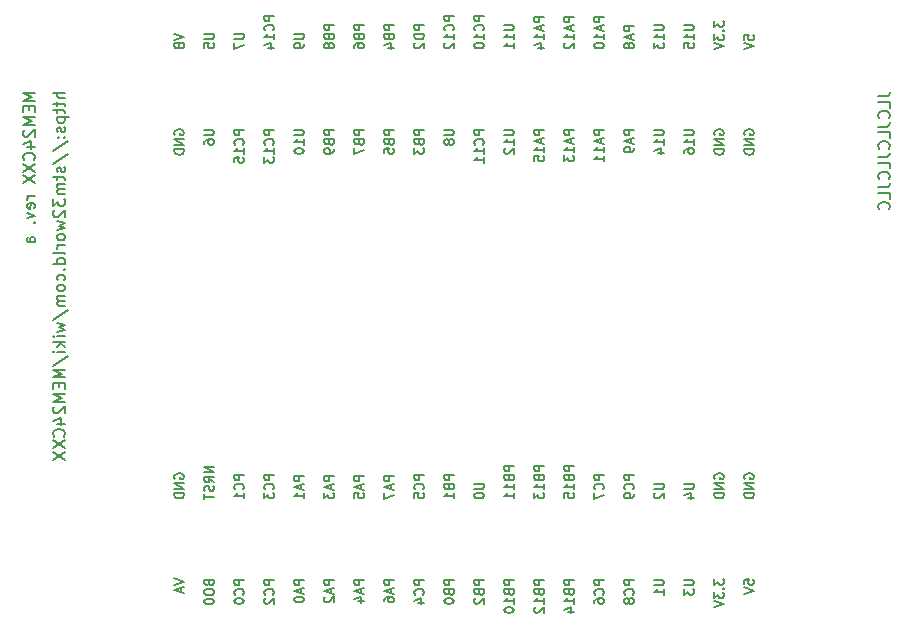
<source format=gbr>
G04 #@! TF.GenerationSoftware,KiCad,Pcbnew,7.0.6+dfsg-1*
G04 #@! TF.CreationDate,2023-08-25T11:52:39+08:00*
G04 #@! TF.ProjectId,mem24cxx,6d656d32-3463-4787-982e-6b696361645f,rev?*
G04 #@! TF.SameCoordinates,Original*
G04 #@! TF.FileFunction,Legend,Bot*
G04 #@! TF.FilePolarity,Positive*
%FSLAX46Y46*%
G04 Gerber Fmt 4.6, Leading zero omitted, Abs format (unit mm)*
G04 Created by KiCad (PCBNEW 7.0.6+dfsg-1) date 2023-08-25 11:52:39*
%MOMM*%
%LPD*%
G01*
G04 APERTURE LIST*
%ADD10C,0.150000*%
G04 APERTURE END LIST*
D10*
X202762295Y-96154887D02*
X203409914Y-96154887D01*
X203409914Y-96154887D02*
X203486104Y-96192982D01*
X203486104Y-96192982D02*
X203524200Y-96231077D01*
X203524200Y-96231077D02*
X203562295Y-96307268D01*
X203562295Y-96307268D02*
X203562295Y-96459649D01*
X203562295Y-96459649D02*
X203524200Y-96535839D01*
X203524200Y-96535839D02*
X203486104Y-96573934D01*
X203486104Y-96573934D02*
X203409914Y-96612030D01*
X203409914Y-96612030D02*
X202762295Y-96612030D01*
X203562295Y-97412029D02*
X203562295Y-96954886D01*
X203562295Y-97183458D02*
X202762295Y-97183458D01*
X202762295Y-97183458D02*
X202876580Y-97107267D01*
X202876580Y-97107267D02*
X202952771Y-97031077D01*
X202952771Y-97031077D02*
X202990866Y-96954886D01*
X202762295Y-98135839D02*
X202762295Y-97754887D01*
X202762295Y-97754887D02*
X203143247Y-97716791D01*
X203143247Y-97716791D02*
X203105152Y-97754887D01*
X203105152Y-97754887D02*
X203067057Y-97831077D01*
X203067057Y-97831077D02*
X203067057Y-98021553D01*
X203067057Y-98021553D02*
X203105152Y-98097744D01*
X203105152Y-98097744D02*
X203143247Y-98135839D01*
X203143247Y-98135839D02*
X203219438Y-98173934D01*
X203219438Y-98173934D02*
X203409914Y-98173934D01*
X203409914Y-98173934D02*
X203486104Y-98135839D01*
X203486104Y-98135839D02*
X203524200Y-98097744D01*
X203524200Y-98097744D02*
X203562295Y-98021553D01*
X203562295Y-98021553D02*
X203562295Y-97831077D01*
X203562295Y-97831077D02*
X203524200Y-97754887D01*
X203524200Y-97754887D02*
X203486104Y-97716791D01*
X198482295Y-105064160D02*
X197682295Y-105064160D01*
X197682295Y-105064160D02*
X197682295Y-105368922D01*
X197682295Y-105368922D02*
X197720390Y-105445112D01*
X197720390Y-105445112D02*
X197758485Y-105483207D01*
X197758485Y-105483207D02*
X197834676Y-105521303D01*
X197834676Y-105521303D02*
X197948961Y-105521303D01*
X197948961Y-105521303D02*
X198025152Y-105483207D01*
X198025152Y-105483207D02*
X198063247Y-105445112D01*
X198063247Y-105445112D02*
X198101342Y-105368922D01*
X198101342Y-105368922D02*
X198101342Y-105064160D01*
X198253723Y-105826064D02*
X198253723Y-106207017D01*
X198482295Y-105749874D02*
X197682295Y-106016541D01*
X197682295Y-106016541D02*
X198482295Y-106283207D01*
X198482295Y-106587969D02*
X198482295Y-106740350D01*
X198482295Y-106740350D02*
X198444200Y-106816540D01*
X198444200Y-106816540D02*
X198406104Y-106854636D01*
X198406104Y-106854636D02*
X198291819Y-106930826D01*
X198291819Y-106930826D02*
X198139438Y-106968921D01*
X198139438Y-106968921D02*
X197834676Y-106968921D01*
X197834676Y-106968921D02*
X197758485Y-106930826D01*
X197758485Y-106930826D02*
X197720390Y-106892731D01*
X197720390Y-106892731D02*
X197682295Y-106816540D01*
X197682295Y-106816540D02*
X197682295Y-106664159D01*
X197682295Y-106664159D02*
X197720390Y-106587969D01*
X197720390Y-106587969D02*
X197758485Y-106549874D01*
X197758485Y-106549874D02*
X197834676Y-106511778D01*
X197834676Y-106511778D02*
X198025152Y-106511778D01*
X198025152Y-106511778D02*
X198101342Y-106549874D01*
X198101342Y-106549874D02*
X198139438Y-106587969D01*
X198139438Y-106587969D02*
X198177533Y-106664159D01*
X198177533Y-106664159D02*
X198177533Y-106816540D01*
X198177533Y-106816540D02*
X198139438Y-106892731D01*
X198139438Y-106892731D02*
X198101342Y-106930826D01*
X198101342Y-106930826D02*
X198025152Y-106968921D01*
X202762295Y-105064160D02*
X203409914Y-105064160D01*
X203409914Y-105064160D02*
X203486104Y-105102255D01*
X203486104Y-105102255D02*
X203524200Y-105140350D01*
X203524200Y-105140350D02*
X203562295Y-105216541D01*
X203562295Y-105216541D02*
X203562295Y-105368922D01*
X203562295Y-105368922D02*
X203524200Y-105445112D01*
X203524200Y-105445112D02*
X203486104Y-105483207D01*
X203486104Y-105483207D02*
X203409914Y-105521303D01*
X203409914Y-105521303D02*
X202762295Y-105521303D01*
X203562295Y-106321302D02*
X203562295Y-105864159D01*
X203562295Y-106092731D02*
X202762295Y-106092731D01*
X202762295Y-106092731D02*
X202876580Y-106016540D01*
X202876580Y-106016540D02*
X202952771Y-105940350D01*
X202952771Y-105940350D02*
X202990866Y-105864159D01*
X202762295Y-107007017D02*
X202762295Y-106854636D01*
X202762295Y-106854636D02*
X202800390Y-106778445D01*
X202800390Y-106778445D02*
X202838485Y-106740350D01*
X202838485Y-106740350D02*
X202952771Y-106664160D01*
X202952771Y-106664160D02*
X203105152Y-106626064D01*
X203105152Y-106626064D02*
X203409914Y-106626064D01*
X203409914Y-106626064D02*
X203486104Y-106664160D01*
X203486104Y-106664160D02*
X203524200Y-106702255D01*
X203524200Y-106702255D02*
X203562295Y-106778445D01*
X203562295Y-106778445D02*
X203562295Y-106930826D01*
X203562295Y-106930826D02*
X203524200Y-107007017D01*
X203524200Y-107007017D02*
X203486104Y-107045112D01*
X203486104Y-107045112D02*
X203409914Y-107083207D01*
X203409914Y-107083207D02*
X203219438Y-107083207D01*
X203219438Y-107083207D02*
X203143247Y-107045112D01*
X203143247Y-107045112D02*
X203105152Y-107007017D01*
X203105152Y-107007017D02*
X203067057Y-106930826D01*
X203067057Y-106930826D02*
X203067057Y-106778445D01*
X203067057Y-106778445D02*
X203105152Y-106702255D01*
X203105152Y-106702255D02*
X203143247Y-106664160D01*
X203143247Y-106664160D02*
X203219438Y-106626064D01*
X205302295Y-95850125D02*
X205302295Y-96345363D01*
X205302295Y-96345363D02*
X205607057Y-96078697D01*
X205607057Y-96078697D02*
X205607057Y-96192982D01*
X205607057Y-96192982D02*
X205645152Y-96269173D01*
X205645152Y-96269173D02*
X205683247Y-96307268D01*
X205683247Y-96307268D02*
X205759438Y-96345363D01*
X205759438Y-96345363D02*
X205949914Y-96345363D01*
X205949914Y-96345363D02*
X206026104Y-96307268D01*
X206026104Y-96307268D02*
X206064200Y-96269173D01*
X206064200Y-96269173D02*
X206102295Y-96192982D01*
X206102295Y-96192982D02*
X206102295Y-95964411D01*
X206102295Y-95964411D02*
X206064200Y-95888220D01*
X206064200Y-95888220D02*
X206026104Y-95850125D01*
X206026104Y-96688221D02*
X206064200Y-96726316D01*
X206064200Y-96726316D02*
X206102295Y-96688221D01*
X206102295Y-96688221D02*
X206064200Y-96650125D01*
X206064200Y-96650125D02*
X206026104Y-96688221D01*
X206026104Y-96688221D02*
X206102295Y-96688221D01*
X205302295Y-96992982D02*
X205302295Y-97488220D01*
X205302295Y-97488220D02*
X205607057Y-97221554D01*
X205607057Y-97221554D02*
X205607057Y-97335839D01*
X205607057Y-97335839D02*
X205645152Y-97412030D01*
X205645152Y-97412030D02*
X205683247Y-97450125D01*
X205683247Y-97450125D02*
X205759438Y-97488220D01*
X205759438Y-97488220D02*
X205949914Y-97488220D01*
X205949914Y-97488220D02*
X206026104Y-97450125D01*
X206026104Y-97450125D02*
X206064200Y-97412030D01*
X206064200Y-97412030D02*
X206102295Y-97335839D01*
X206102295Y-97335839D02*
X206102295Y-97107268D01*
X206102295Y-97107268D02*
X206064200Y-97031077D01*
X206064200Y-97031077D02*
X206026104Y-96992982D01*
X205302295Y-97716792D02*
X206102295Y-97983459D01*
X206102295Y-97983459D02*
X205302295Y-98250125D01*
X175622295Y-105064160D02*
X174822295Y-105064160D01*
X174822295Y-105064160D02*
X174822295Y-105368922D01*
X174822295Y-105368922D02*
X174860390Y-105445112D01*
X174860390Y-105445112D02*
X174898485Y-105483207D01*
X174898485Y-105483207D02*
X174974676Y-105521303D01*
X174974676Y-105521303D02*
X175088961Y-105521303D01*
X175088961Y-105521303D02*
X175165152Y-105483207D01*
X175165152Y-105483207D02*
X175203247Y-105445112D01*
X175203247Y-105445112D02*
X175241342Y-105368922D01*
X175241342Y-105368922D02*
X175241342Y-105064160D01*
X175203247Y-106130826D02*
X175241342Y-106245112D01*
X175241342Y-106245112D02*
X175279438Y-106283207D01*
X175279438Y-106283207D02*
X175355628Y-106321303D01*
X175355628Y-106321303D02*
X175469914Y-106321303D01*
X175469914Y-106321303D02*
X175546104Y-106283207D01*
X175546104Y-106283207D02*
X175584200Y-106245112D01*
X175584200Y-106245112D02*
X175622295Y-106168922D01*
X175622295Y-106168922D02*
X175622295Y-105864160D01*
X175622295Y-105864160D02*
X174822295Y-105864160D01*
X174822295Y-105864160D02*
X174822295Y-106130826D01*
X174822295Y-106130826D02*
X174860390Y-106207017D01*
X174860390Y-106207017D02*
X174898485Y-106245112D01*
X174898485Y-106245112D02*
X174974676Y-106283207D01*
X174974676Y-106283207D02*
X175050866Y-106283207D01*
X175050866Y-106283207D02*
X175127057Y-106245112D01*
X175127057Y-106245112D02*
X175165152Y-106207017D01*
X175165152Y-106207017D02*
X175203247Y-106130826D01*
X175203247Y-106130826D02*
X175203247Y-105864160D01*
X174822295Y-106587969D02*
X174822295Y-107121303D01*
X174822295Y-107121303D02*
X175622295Y-106778445D01*
X173082295Y-96154887D02*
X172282295Y-96154887D01*
X172282295Y-96154887D02*
X172282295Y-96459649D01*
X172282295Y-96459649D02*
X172320390Y-96535839D01*
X172320390Y-96535839D02*
X172358485Y-96573934D01*
X172358485Y-96573934D02*
X172434676Y-96612030D01*
X172434676Y-96612030D02*
X172548961Y-96612030D01*
X172548961Y-96612030D02*
X172625152Y-96573934D01*
X172625152Y-96573934D02*
X172663247Y-96535839D01*
X172663247Y-96535839D02*
X172701342Y-96459649D01*
X172701342Y-96459649D02*
X172701342Y-96154887D01*
X172663247Y-97221553D02*
X172701342Y-97335839D01*
X172701342Y-97335839D02*
X172739438Y-97373934D01*
X172739438Y-97373934D02*
X172815628Y-97412030D01*
X172815628Y-97412030D02*
X172929914Y-97412030D01*
X172929914Y-97412030D02*
X173006104Y-97373934D01*
X173006104Y-97373934D02*
X173044200Y-97335839D01*
X173044200Y-97335839D02*
X173082295Y-97259649D01*
X173082295Y-97259649D02*
X173082295Y-96954887D01*
X173082295Y-96954887D02*
X172282295Y-96954887D01*
X172282295Y-96954887D02*
X172282295Y-97221553D01*
X172282295Y-97221553D02*
X172320390Y-97297744D01*
X172320390Y-97297744D02*
X172358485Y-97335839D01*
X172358485Y-97335839D02*
X172434676Y-97373934D01*
X172434676Y-97373934D02*
X172510866Y-97373934D01*
X172510866Y-97373934D02*
X172587057Y-97335839D01*
X172587057Y-97335839D02*
X172625152Y-97297744D01*
X172625152Y-97297744D02*
X172663247Y-97221553D01*
X172663247Y-97221553D02*
X172663247Y-96954887D01*
X172625152Y-97869172D02*
X172587057Y-97792982D01*
X172587057Y-97792982D02*
X172548961Y-97754887D01*
X172548961Y-97754887D02*
X172472771Y-97716791D01*
X172472771Y-97716791D02*
X172434676Y-97716791D01*
X172434676Y-97716791D02*
X172358485Y-97754887D01*
X172358485Y-97754887D02*
X172320390Y-97792982D01*
X172320390Y-97792982D02*
X172282295Y-97869172D01*
X172282295Y-97869172D02*
X172282295Y-98021553D01*
X172282295Y-98021553D02*
X172320390Y-98097744D01*
X172320390Y-98097744D02*
X172358485Y-98135839D01*
X172358485Y-98135839D02*
X172434676Y-98173934D01*
X172434676Y-98173934D02*
X172472771Y-98173934D01*
X172472771Y-98173934D02*
X172548961Y-98135839D01*
X172548961Y-98135839D02*
X172587057Y-98097744D01*
X172587057Y-98097744D02*
X172625152Y-98021553D01*
X172625152Y-98021553D02*
X172625152Y-97869172D01*
X172625152Y-97869172D02*
X172663247Y-97792982D01*
X172663247Y-97792982D02*
X172701342Y-97754887D01*
X172701342Y-97754887D02*
X172777533Y-97716791D01*
X172777533Y-97716791D02*
X172929914Y-97716791D01*
X172929914Y-97716791D02*
X173006104Y-97754887D01*
X173006104Y-97754887D02*
X173044200Y-97792982D01*
X173044200Y-97792982D02*
X173082295Y-97869172D01*
X173082295Y-97869172D02*
X173082295Y-98021553D01*
X173082295Y-98021553D02*
X173044200Y-98097744D01*
X173044200Y-98097744D02*
X173006104Y-98135839D01*
X173006104Y-98135839D02*
X172929914Y-98173934D01*
X172929914Y-98173934D02*
X172777533Y-98173934D01*
X172777533Y-98173934D02*
X172701342Y-98135839D01*
X172701342Y-98135839D02*
X172663247Y-98097744D01*
X172663247Y-98097744D02*
X172625152Y-98021553D01*
X182442295Y-105064160D02*
X183089914Y-105064160D01*
X183089914Y-105064160D02*
X183166104Y-105102255D01*
X183166104Y-105102255D02*
X183204200Y-105140350D01*
X183204200Y-105140350D02*
X183242295Y-105216541D01*
X183242295Y-105216541D02*
X183242295Y-105368922D01*
X183242295Y-105368922D02*
X183204200Y-105445112D01*
X183204200Y-105445112D02*
X183166104Y-105483207D01*
X183166104Y-105483207D02*
X183089914Y-105521303D01*
X183089914Y-105521303D02*
X182442295Y-105521303D01*
X182785152Y-106016540D02*
X182747057Y-105940350D01*
X182747057Y-105940350D02*
X182708961Y-105902255D01*
X182708961Y-105902255D02*
X182632771Y-105864159D01*
X182632771Y-105864159D02*
X182594676Y-105864159D01*
X182594676Y-105864159D02*
X182518485Y-105902255D01*
X182518485Y-105902255D02*
X182480390Y-105940350D01*
X182480390Y-105940350D02*
X182442295Y-106016540D01*
X182442295Y-106016540D02*
X182442295Y-106168921D01*
X182442295Y-106168921D02*
X182480390Y-106245112D01*
X182480390Y-106245112D02*
X182518485Y-106283207D01*
X182518485Y-106283207D02*
X182594676Y-106321302D01*
X182594676Y-106321302D02*
X182632771Y-106321302D01*
X182632771Y-106321302D02*
X182708961Y-106283207D01*
X182708961Y-106283207D02*
X182747057Y-106245112D01*
X182747057Y-106245112D02*
X182785152Y-106168921D01*
X182785152Y-106168921D02*
X182785152Y-106016540D01*
X182785152Y-106016540D02*
X182823247Y-105940350D01*
X182823247Y-105940350D02*
X182861342Y-105902255D01*
X182861342Y-105902255D02*
X182937533Y-105864159D01*
X182937533Y-105864159D02*
X183089914Y-105864159D01*
X183089914Y-105864159D02*
X183166104Y-105902255D01*
X183166104Y-105902255D02*
X183204200Y-105940350D01*
X183204200Y-105940350D02*
X183242295Y-106016540D01*
X183242295Y-106016540D02*
X183242295Y-106168921D01*
X183242295Y-106168921D02*
X183204200Y-106245112D01*
X183204200Y-106245112D02*
X183166104Y-106283207D01*
X183166104Y-106283207D02*
X183089914Y-106321302D01*
X183089914Y-106321302D02*
X182937533Y-106321302D01*
X182937533Y-106321302D02*
X182861342Y-106283207D01*
X182861342Y-106283207D02*
X182823247Y-106245112D01*
X182823247Y-106245112D02*
X182785152Y-106168921D01*
X190862295Y-105064160D02*
X190062295Y-105064160D01*
X190062295Y-105064160D02*
X190062295Y-105368922D01*
X190062295Y-105368922D02*
X190100390Y-105445112D01*
X190100390Y-105445112D02*
X190138485Y-105483207D01*
X190138485Y-105483207D02*
X190214676Y-105521303D01*
X190214676Y-105521303D02*
X190328961Y-105521303D01*
X190328961Y-105521303D02*
X190405152Y-105483207D01*
X190405152Y-105483207D02*
X190443247Y-105445112D01*
X190443247Y-105445112D02*
X190481342Y-105368922D01*
X190481342Y-105368922D02*
X190481342Y-105064160D01*
X190633723Y-105826064D02*
X190633723Y-106207017D01*
X190862295Y-105749874D02*
X190062295Y-106016541D01*
X190062295Y-106016541D02*
X190862295Y-106283207D01*
X190862295Y-106968921D02*
X190862295Y-106511778D01*
X190862295Y-106740350D02*
X190062295Y-106740350D01*
X190062295Y-106740350D02*
X190176580Y-106664159D01*
X190176580Y-106664159D02*
X190252771Y-106587969D01*
X190252771Y-106587969D02*
X190290866Y-106511778D01*
X190062295Y-107692731D02*
X190062295Y-107311779D01*
X190062295Y-107311779D02*
X190443247Y-107273683D01*
X190443247Y-107273683D02*
X190405152Y-107311779D01*
X190405152Y-107311779D02*
X190367057Y-107387969D01*
X190367057Y-107387969D02*
X190367057Y-107578445D01*
X190367057Y-107578445D02*
X190405152Y-107654636D01*
X190405152Y-107654636D02*
X190443247Y-107692731D01*
X190443247Y-107692731D02*
X190519438Y-107730826D01*
X190519438Y-107730826D02*
X190709914Y-107730826D01*
X190709914Y-107730826D02*
X190786104Y-107692731D01*
X190786104Y-107692731D02*
X190824200Y-107654636D01*
X190824200Y-107654636D02*
X190862295Y-107578445D01*
X190862295Y-107578445D02*
X190862295Y-107387969D01*
X190862295Y-107387969D02*
X190824200Y-107311779D01*
X190824200Y-107311779D02*
X190786104Y-107273683D01*
X188322295Y-133492982D02*
X187522295Y-133492982D01*
X187522295Y-133492982D02*
X187522295Y-133797744D01*
X187522295Y-133797744D02*
X187560390Y-133873934D01*
X187560390Y-133873934D02*
X187598485Y-133912029D01*
X187598485Y-133912029D02*
X187674676Y-133950125D01*
X187674676Y-133950125D02*
X187788961Y-133950125D01*
X187788961Y-133950125D02*
X187865152Y-133912029D01*
X187865152Y-133912029D02*
X187903247Y-133873934D01*
X187903247Y-133873934D02*
X187941342Y-133797744D01*
X187941342Y-133797744D02*
X187941342Y-133492982D01*
X187903247Y-134559648D02*
X187941342Y-134673934D01*
X187941342Y-134673934D02*
X187979438Y-134712029D01*
X187979438Y-134712029D02*
X188055628Y-134750125D01*
X188055628Y-134750125D02*
X188169914Y-134750125D01*
X188169914Y-134750125D02*
X188246104Y-134712029D01*
X188246104Y-134712029D02*
X188284200Y-134673934D01*
X188284200Y-134673934D02*
X188322295Y-134597744D01*
X188322295Y-134597744D02*
X188322295Y-134292982D01*
X188322295Y-134292982D02*
X187522295Y-134292982D01*
X187522295Y-134292982D02*
X187522295Y-134559648D01*
X187522295Y-134559648D02*
X187560390Y-134635839D01*
X187560390Y-134635839D02*
X187598485Y-134673934D01*
X187598485Y-134673934D02*
X187674676Y-134712029D01*
X187674676Y-134712029D02*
X187750866Y-134712029D01*
X187750866Y-134712029D02*
X187827057Y-134673934D01*
X187827057Y-134673934D02*
X187865152Y-134635839D01*
X187865152Y-134635839D02*
X187903247Y-134559648D01*
X187903247Y-134559648D02*
X187903247Y-134292982D01*
X188322295Y-135512029D02*
X188322295Y-135054886D01*
X188322295Y-135283458D02*
X187522295Y-135283458D01*
X187522295Y-135283458D02*
X187636580Y-135207267D01*
X187636580Y-135207267D02*
X187712771Y-135131077D01*
X187712771Y-135131077D02*
X187750866Y-135054886D01*
X188322295Y-136273934D02*
X188322295Y-135816791D01*
X188322295Y-136045363D02*
X187522295Y-136045363D01*
X187522295Y-136045363D02*
X187636580Y-135969172D01*
X187636580Y-135969172D02*
X187712771Y-135892982D01*
X187712771Y-135892982D02*
X187750866Y-135816791D01*
X147774819Y-101936779D02*
X146774819Y-101936779D01*
X146774819Y-101936779D02*
X147489104Y-102270112D01*
X147489104Y-102270112D02*
X146774819Y-102603445D01*
X146774819Y-102603445D02*
X147774819Y-102603445D01*
X147251009Y-103079636D02*
X147251009Y-103412969D01*
X147774819Y-103555826D02*
X147774819Y-103079636D01*
X147774819Y-103079636D02*
X146774819Y-103079636D01*
X146774819Y-103079636D02*
X146774819Y-103555826D01*
X147774819Y-103984398D02*
X146774819Y-103984398D01*
X146774819Y-103984398D02*
X147489104Y-104317731D01*
X147489104Y-104317731D02*
X146774819Y-104651064D01*
X146774819Y-104651064D02*
X147774819Y-104651064D01*
X146870057Y-105079636D02*
X146822438Y-105127255D01*
X146822438Y-105127255D02*
X146774819Y-105222493D01*
X146774819Y-105222493D02*
X146774819Y-105460588D01*
X146774819Y-105460588D02*
X146822438Y-105555826D01*
X146822438Y-105555826D02*
X146870057Y-105603445D01*
X146870057Y-105603445D02*
X146965295Y-105651064D01*
X146965295Y-105651064D02*
X147060533Y-105651064D01*
X147060533Y-105651064D02*
X147203390Y-105603445D01*
X147203390Y-105603445D02*
X147774819Y-105032017D01*
X147774819Y-105032017D02*
X147774819Y-105651064D01*
X147108152Y-106508207D02*
X147774819Y-106508207D01*
X146727200Y-106270112D02*
X147441485Y-106032017D01*
X147441485Y-106032017D02*
X147441485Y-106651064D01*
X147679580Y-107603445D02*
X147727200Y-107555826D01*
X147727200Y-107555826D02*
X147774819Y-107412969D01*
X147774819Y-107412969D02*
X147774819Y-107317731D01*
X147774819Y-107317731D02*
X147727200Y-107174874D01*
X147727200Y-107174874D02*
X147631961Y-107079636D01*
X147631961Y-107079636D02*
X147536723Y-107032017D01*
X147536723Y-107032017D02*
X147346247Y-106984398D01*
X147346247Y-106984398D02*
X147203390Y-106984398D01*
X147203390Y-106984398D02*
X147012914Y-107032017D01*
X147012914Y-107032017D02*
X146917676Y-107079636D01*
X146917676Y-107079636D02*
X146822438Y-107174874D01*
X146822438Y-107174874D02*
X146774819Y-107317731D01*
X146774819Y-107317731D02*
X146774819Y-107412969D01*
X146774819Y-107412969D02*
X146822438Y-107555826D01*
X146822438Y-107555826D02*
X146870057Y-107603445D01*
X146774819Y-107936779D02*
X147774819Y-108603445D01*
X146774819Y-108603445D02*
X147774819Y-107936779D01*
X146774819Y-108889160D02*
X147774819Y-109555826D01*
X146774819Y-109555826D02*
X147774819Y-108889160D01*
X147774819Y-110698684D02*
X147108152Y-110698684D01*
X147298628Y-110698684D02*
X147203390Y-110746303D01*
X147203390Y-110746303D02*
X147155771Y-110793922D01*
X147155771Y-110793922D02*
X147108152Y-110889160D01*
X147108152Y-110889160D02*
X147108152Y-110984398D01*
X147727200Y-111698684D02*
X147774819Y-111603446D01*
X147774819Y-111603446D02*
X147774819Y-111412970D01*
X147774819Y-111412970D02*
X147727200Y-111317732D01*
X147727200Y-111317732D02*
X147631961Y-111270113D01*
X147631961Y-111270113D02*
X147251009Y-111270113D01*
X147251009Y-111270113D02*
X147155771Y-111317732D01*
X147155771Y-111317732D02*
X147108152Y-111412970D01*
X147108152Y-111412970D02*
X147108152Y-111603446D01*
X147108152Y-111603446D02*
X147155771Y-111698684D01*
X147155771Y-111698684D02*
X147251009Y-111746303D01*
X147251009Y-111746303D02*
X147346247Y-111746303D01*
X147346247Y-111746303D02*
X147441485Y-111270113D01*
X147108152Y-112079637D02*
X147774819Y-112317732D01*
X147774819Y-112317732D02*
X147108152Y-112555827D01*
X147679580Y-112936780D02*
X147727200Y-112984399D01*
X147727200Y-112984399D02*
X147774819Y-112936780D01*
X147774819Y-112936780D02*
X147727200Y-112889161D01*
X147727200Y-112889161D02*
X147679580Y-112936780D01*
X147679580Y-112936780D02*
X147774819Y-112936780D01*
X147774819Y-114603446D02*
X147251009Y-114603446D01*
X147251009Y-114603446D02*
X147155771Y-114555827D01*
X147155771Y-114555827D02*
X147108152Y-114460589D01*
X147108152Y-114460589D02*
X147108152Y-114270113D01*
X147108152Y-114270113D02*
X147155771Y-114174875D01*
X147727200Y-114603446D02*
X147774819Y-114508208D01*
X147774819Y-114508208D02*
X147774819Y-114270113D01*
X147774819Y-114270113D02*
X147727200Y-114174875D01*
X147727200Y-114174875D02*
X147631961Y-114127256D01*
X147631961Y-114127256D02*
X147536723Y-114127256D01*
X147536723Y-114127256D02*
X147441485Y-114174875D01*
X147441485Y-114174875D02*
X147393866Y-114270113D01*
X147393866Y-114270113D02*
X147393866Y-114508208D01*
X147393866Y-114508208D02*
X147346247Y-114603446D01*
X205302295Y-143087969D02*
X205302295Y-143583207D01*
X205302295Y-143583207D02*
X205607057Y-143316541D01*
X205607057Y-143316541D02*
X205607057Y-143430826D01*
X205607057Y-143430826D02*
X205645152Y-143507017D01*
X205645152Y-143507017D02*
X205683247Y-143545112D01*
X205683247Y-143545112D02*
X205759438Y-143583207D01*
X205759438Y-143583207D02*
X205949914Y-143583207D01*
X205949914Y-143583207D02*
X206026104Y-143545112D01*
X206026104Y-143545112D02*
X206064200Y-143507017D01*
X206064200Y-143507017D02*
X206102295Y-143430826D01*
X206102295Y-143430826D02*
X206102295Y-143202255D01*
X206102295Y-143202255D02*
X206064200Y-143126064D01*
X206064200Y-143126064D02*
X206026104Y-143087969D01*
X206026104Y-143926065D02*
X206064200Y-143964160D01*
X206064200Y-143964160D02*
X206102295Y-143926065D01*
X206102295Y-143926065D02*
X206064200Y-143887969D01*
X206064200Y-143887969D02*
X206026104Y-143926065D01*
X206026104Y-143926065D02*
X206102295Y-143926065D01*
X205302295Y-144230826D02*
X205302295Y-144726064D01*
X205302295Y-144726064D02*
X205607057Y-144459398D01*
X205607057Y-144459398D02*
X205607057Y-144573683D01*
X205607057Y-144573683D02*
X205645152Y-144649874D01*
X205645152Y-144649874D02*
X205683247Y-144687969D01*
X205683247Y-144687969D02*
X205759438Y-144726064D01*
X205759438Y-144726064D02*
X205949914Y-144726064D01*
X205949914Y-144726064D02*
X206026104Y-144687969D01*
X206026104Y-144687969D02*
X206064200Y-144649874D01*
X206064200Y-144649874D02*
X206102295Y-144573683D01*
X206102295Y-144573683D02*
X206102295Y-144345112D01*
X206102295Y-144345112D02*
X206064200Y-144268921D01*
X206064200Y-144268921D02*
X206026104Y-144230826D01*
X205302295Y-144954636D02*
X206102295Y-145221303D01*
X206102295Y-145221303D02*
X205302295Y-145487969D01*
X178162295Y-96154887D02*
X177362295Y-96154887D01*
X177362295Y-96154887D02*
X177362295Y-96459649D01*
X177362295Y-96459649D02*
X177400390Y-96535839D01*
X177400390Y-96535839D02*
X177438485Y-96573934D01*
X177438485Y-96573934D02*
X177514676Y-96612030D01*
X177514676Y-96612030D02*
X177628961Y-96612030D01*
X177628961Y-96612030D02*
X177705152Y-96573934D01*
X177705152Y-96573934D02*
X177743247Y-96535839D01*
X177743247Y-96535839D02*
X177781342Y-96459649D01*
X177781342Y-96459649D02*
X177781342Y-96154887D01*
X177743247Y-97221553D02*
X177781342Y-97335839D01*
X177781342Y-97335839D02*
X177819438Y-97373934D01*
X177819438Y-97373934D02*
X177895628Y-97412030D01*
X177895628Y-97412030D02*
X178009914Y-97412030D01*
X178009914Y-97412030D02*
X178086104Y-97373934D01*
X178086104Y-97373934D02*
X178124200Y-97335839D01*
X178124200Y-97335839D02*
X178162295Y-97259649D01*
X178162295Y-97259649D02*
X178162295Y-96954887D01*
X178162295Y-96954887D02*
X177362295Y-96954887D01*
X177362295Y-96954887D02*
X177362295Y-97221553D01*
X177362295Y-97221553D02*
X177400390Y-97297744D01*
X177400390Y-97297744D02*
X177438485Y-97335839D01*
X177438485Y-97335839D02*
X177514676Y-97373934D01*
X177514676Y-97373934D02*
X177590866Y-97373934D01*
X177590866Y-97373934D02*
X177667057Y-97335839D01*
X177667057Y-97335839D02*
X177705152Y-97297744D01*
X177705152Y-97297744D02*
X177743247Y-97221553D01*
X177743247Y-97221553D02*
X177743247Y-96954887D01*
X177628961Y-98097744D02*
X178162295Y-98097744D01*
X177324200Y-97907268D02*
X177895628Y-97716791D01*
X177895628Y-97716791D02*
X177895628Y-98212030D01*
X198482295Y-143164160D02*
X197682295Y-143164160D01*
X197682295Y-143164160D02*
X197682295Y-143468922D01*
X197682295Y-143468922D02*
X197720390Y-143545112D01*
X197720390Y-143545112D02*
X197758485Y-143583207D01*
X197758485Y-143583207D02*
X197834676Y-143621303D01*
X197834676Y-143621303D02*
X197948961Y-143621303D01*
X197948961Y-143621303D02*
X198025152Y-143583207D01*
X198025152Y-143583207D02*
X198063247Y-143545112D01*
X198063247Y-143545112D02*
X198101342Y-143468922D01*
X198101342Y-143468922D02*
X198101342Y-143164160D01*
X198406104Y-144421303D02*
X198444200Y-144383207D01*
X198444200Y-144383207D02*
X198482295Y-144268922D01*
X198482295Y-144268922D02*
X198482295Y-144192731D01*
X198482295Y-144192731D02*
X198444200Y-144078445D01*
X198444200Y-144078445D02*
X198368009Y-144002255D01*
X198368009Y-144002255D02*
X198291819Y-143964160D01*
X198291819Y-143964160D02*
X198139438Y-143926064D01*
X198139438Y-143926064D02*
X198025152Y-143926064D01*
X198025152Y-143926064D02*
X197872771Y-143964160D01*
X197872771Y-143964160D02*
X197796580Y-144002255D01*
X197796580Y-144002255D02*
X197720390Y-144078445D01*
X197720390Y-144078445D02*
X197682295Y-144192731D01*
X197682295Y-144192731D02*
X197682295Y-144268922D01*
X197682295Y-144268922D02*
X197720390Y-144383207D01*
X197720390Y-144383207D02*
X197758485Y-144421303D01*
X198025152Y-144878445D02*
X197987057Y-144802255D01*
X197987057Y-144802255D02*
X197948961Y-144764160D01*
X197948961Y-144764160D02*
X197872771Y-144726064D01*
X197872771Y-144726064D02*
X197834676Y-144726064D01*
X197834676Y-144726064D02*
X197758485Y-144764160D01*
X197758485Y-144764160D02*
X197720390Y-144802255D01*
X197720390Y-144802255D02*
X197682295Y-144878445D01*
X197682295Y-144878445D02*
X197682295Y-145030826D01*
X197682295Y-145030826D02*
X197720390Y-145107017D01*
X197720390Y-145107017D02*
X197758485Y-145145112D01*
X197758485Y-145145112D02*
X197834676Y-145183207D01*
X197834676Y-145183207D02*
X197872771Y-145183207D01*
X197872771Y-145183207D02*
X197948961Y-145145112D01*
X197948961Y-145145112D02*
X197987057Y-145107017D01*
X197987057Y-145107017D02*
X198025152Y-145030826D01*
X198025152Y-145030826D02*
X198025152Y-144878445D01*
X198025152Y-144878445D02*
X198063247Y-144802255D01*
X198063247Y-144802255D02*
X198101342Y-144764160D01*
X198101342Y-144764160D02*
X198177533Y-144726064D01*
X198177533Y-144726064D02*
X198329914Y-144726064D01*
X198329914Y-144726064D02*
X198406104Y-144764160D01*
X198406104Y-144764160D02*
X198444200Y-144802255D01*
X198444200Y-144802255D02*
X198482295Y-144878445D01*
X198482295Y-144878445D02*
X198482295Y-145030826D01*
X198482295Y-145030826D02*
X198444200Y-145107017D01*
X198444200Y-145107017D02*
X198406104Y-145145112D01*
X198406104Y-145145112D02*
X198329914Y-145183207D01*
X198329914Y-145183207D02*
X198177533Y-145183207D01*
X198177533Y-145183207D02*
X198101342Y-145145112D01*
X198101342Y-145145112D02*
X198063247Y-145107017D01*
X198063247Y-145107017D02*
X198025152Y-145030826D01*
X202762295Y-143164160D02*
X203409914Y-143164160D01*
X203409914Y-143164160D02*
X203486104Y-143202255D01*
X203486104Y-143202255D02*
X203524200Y-143240350D01*
X203524200Y-143240350D02*
X203562295Y-143316541D01*
X203562295Y-143316541D02*
X203562295Y-143468922D01*
X203562295Y-143468922D02*
X203524200Y-143545112D01*
X203524200Y-143545112D02*
X203486104Y-143583207D01*
X203486104Y-143583207D02*
X203409914Y-143621303D01*
X203409914Y-143621303D02*
X202762295Y-143621303D01*
X202762295Y-143926064D02*
X202762295Y-144421302D01*
X202762295Y-144421302D02*
X203067057Y-144154636D01*
X203067057Y-144154636D02*
X203067057Y-144268921D01*
X203067057Y-144268921D02*
X203105152Y-144345112D01*
X203105152Y-144345112D02*
X203143247Y-144383207D01*
X203143247Y-144383207D02*
X203219438Y-144421302D01*
X203219438Y-144421302D02*
X203409914Y-144421302D01*
X203409914Y-144421302D02*
X203486104Y-144383207D01*
X203486104Y-144383207D02*
X203524200Y-144345112D01*
X203524200Y-144345112D02*
X203562295Y-144268921D01*
X203562295Y-144268921D02*
X203562295Y-144040350D01*
X203562295Y-144040350D02*
X203524200Y-143964159D01*
X203524200Y-143964159D02*
X203486104Y-143926064D01*
X162503247Y-143430826D02*
X162541342Y-143545112D01*
X162541342Y-143545112D02*
X162579438Y-143583207D01*
X162579438Y-143583207D02*
X162655628Y-143621303D01*
X162655628Y-143621303D02*
X162769914Y-143621303D01*
X162769914Y-143621303D02*
X162846104Y-143583207D01*
X162846104Y-143583207D02*
X162884200Y-143545112D01*
X162884200Y-143545112D02*
X162922295Y-143468922D01*
X162922295Y-143468922D02*
X162922295Y-143164160D01*
X162922295Y-143164160D02*
X162122295Y-143164160D01*
X162122295Y-143164160D02*
X162122295Y-143430826D01*
X162122295Y-143430826D02*
X162160390Y-143507017D01*
X162160390Y-143507017D02*
X162198485Y-143545112D01*
X162198485Y-143545112D02*
X162274676Y-143583207D01*
X162274676Y-143583207D02*
X162350866Y-143583207D01*
X162350866Y-143583207D02*
X162427057Y-143545112D01*
X162427057Y-143545112D02*
X162465152Y-143507017D01*
X162465152Y-143507017D02*
X162503247Y-143430826D01*
X162503247Y-143430826D02*
X162503247Y-143164160D01*
X162122295Y-144116541D02*
X162122295Y-144268922D01*
X162122295Y-144268922D02*
X162160390Y-144345112D01*
X162160390Y-144345112D02*
X162236580Y-144421303D01*
X162236580Y-144421303D02*
X162388961Y-144459398D01*
X162388961Y-144459398D02*
X162655628Y-144459398D01*
X162655628Y-144459398D02*
X162808009Y-144421303D01*
X162808009Y-144421303D02*
X162884200Y-144345112D01*
X162884200Y-144345112D02*
X162922295Y-144268922D01*
X162922295Y-144268922D02*
X162922295Y-144116541D01*
X162922295Y-144116541D02*
X162884200Y-144040350D01*
X162884200Y-144040350D02*
X162808009Y-143964160D01*
X162808009Y-143964160D02*
X162655628Y-143926064D01*
X162655628Y-143926064D02*
X162388961Y-143926064D01*
X162388961Y-143926064D02*
X162236580Y-143964160D01*
X162236580Y-143964160D02*
X162160390Y-144040350D01*
X162160390Y-144040350D02*
X162122295Y-144116541D01*
X162122295Y-144954636D02*
X162122295Y-145030826D01*
X162122295Y-145030826D02*
X162160390Y-145107017D01*
X162160390Y-145107017D02*
X162198485Y-145145112D01*
X162198485Y-145145112D02*
X162274676Y-145183207D01*
X162274676Y-145183207D02*
X162427057Y-145221302D01*
X162427057Y-145221302D02*
X162617533Y-145221302D01*
X162617533Y-145221302D02*
X162769914Y-145183207D01*
X162769914Y-145183207D02*
X162846104Y-145145112D01*
X162846104Y-145145112D02*
X162884200Y-145107017D01*
X162884200Y-145107017D02*
X162922295Y-145030826D01*
X162922295Y-145030826D02*
X162922295Y-144954636D01*
X162922295Y-144954636D02*
X162884200Y-144878445D01*
X162884200Y-144878445D02*
X162846104Y-144840350D01*
X162846104Y-144840350D02*
X162769914Y-144802255D01*
X162769914Y-144802255D02*
X162617533Y-144764159D01*
X162617533Y-144764159D02*
X162427057Y-144764159D01*
X162427057Y-144764159D02*
X162274676Y-144802255D01*
X162274676Y-144802255D02*
X162198485Y-144840350D01*
X162198485Y-144840350D02*
X162160390Y-144878445D01*
X162160390Y-144878445D02*
X162122295Y-144954636D01*
X187522295Y-96154887D02*
X188169914Y-96154887D01*
X188169914Y-96154887D02*
X188246104Y-96192982D01*
X188246104Y-96192982D02*
X188284200Y-96231077D01*
X188284200Y-96231077D02*
X188322295Y-96307268D01*
X188322295Y-96307268D02*
X188322295Y-96459649D01*
X188322295Y-96459649D02*
X188284200Y-96535839D01*
X188284200Y-96535839D02*
X188246104Y-96573934D01*
X188246104Y-96573934D02*
X188169914Y-96612030D01*
X188169914Y-96612030D02*
X187522295Y-96612030D01*
X188322295Y-97412029D02*
X188322295Y-96954886D01*
X188322295Y-97183458D02*
X187522295Y-97183458D01*
X187522295Y-97183458D02*
X187636580Y-97107267D01*
X187636580Y-97107267D02*
X187712771Y-97031077D01*
X187712771Y-97031077D02*
X187750866Y-96954886D01*
X188322295Y-98173934D02*
X188322295Y-97716791D01*
X188322295Y-97945363D02*
X187522295Y-97945363D01*
X187522295Y-97945363D02*
X187636580Y-97869172D01*
X187636580Y-97869172D02*
X187712771Y-97792982D01*
X187712771Y-97792982D02*
X187750866Y-97716791D01*
X188322295Y-143164160D02*
X187522295Y-143164160D01*
X187522295Y-143164160D02*
X187522295Y-143468922D01*
X187522295Y-143468922D02*
X187560390Y-143545112D01*
X187560390Y-143545112D02*
X187598485Y-143583207D01*
X187598485Y-143583207D02*
X187674676Y-143621303D01*
X187674676Y-143621303D02*
X187788961Y-143621303D01*
X187788961Y-143621303D02*
X187865152Y-143583207D01*
X187865152Y-143583207D02*
X187903247Y-143545112D01*
X187903247Y-143545112D02*
X187941342Y-143468922D01*
X187941342Y-143468922D02*
X187941342Y-143164160D01*
X187903247Y-144230826D02*
X187941342Y-144345112D01*
X187941342Y-144345112D02*
X187979438Y-144383207D01*
X187979438Y-144383207D02*
X188055628Y-144421303D01*
X188055628Y-144421303D02*
X188169914Y-144421303D01*
X188169914Y-144421303D02*
X188246104Y-144383207D01*
X188246104Y-144383207D02*
X188284200Y-144345112D01*
X188284200Y-144345112D02*
X188322295Y-144268922D01*
X188322295Y-144268922D02*
X188322295Y-143964160D01*
X188322295Y-143964160D02*
X187522295Y-143964160D01*
X187522295Y-143964160D02*
X187522295Y-144230826D01*
X187522295Y-144230826D02*
X187560390Y-144307017D01*
X187560390Y-144307017D02*
X187598485Y-144345112D01*
X187598485Y-144345112D02*
X187674676Y-144383207D01*
X187674676Y-144383207D02*
X187750866Y-144383207D01*
X187750866Y-144383207D02*
X187827057Y-144345112D01*
X187827057Y-144345112D02*
X187865152Y-144307017D01*
X187865152Y-144307017D02*
X187903247Y-144230826D01*
X187903247Y-144230826D02*
X187903247Y-143964160D01*
X188322295Y-145183207D02*
X188322295Y-144726064D01*
X188322295Y-144954636D02*
X187522295Y-144954636D01*
X187522295Y-144954636D02*
X187636580Y-144878445D01*
X187636580Y-144878445D02*
X187712771Y-144802255D01*
X187712771Y-144802255D02*
X187750866Y-144726064D01*
X187522295Y-145678446D02*
X187522295Y-145754636D01*
X187522295Y-145754636D02*
X187560390Y-145830827D01*
X187560390Y-145830827D02*
X187598485Y-145868922D01*
X187598485Y-145868922D02*
X187674676Y-145907017D01*
X187674676Y-145907017D02*
X187827057Y-145945112D01*
X187827057Y-145945112D02*
X188017533Y-145945112D01*
X188017533Y-145945112D02*
X188169914Y-145907017D01*
X188169914Y-145907017D02*
X188246104Y-145868922D01*
X188246104Y-145868922D02*
X188284200Y-145830827D01*
X188284200Y-145830827D02*
X188322295Y-145754636D01*
X188322295Y-145754636D02*
X188322295Y-145678446D01*
X188322295Y-145678446D02*
X188284200Y-145602255D01*
X188284200Y-145602255D02*
X188246104Y-145564160D01*
X188246104Y-145564160D02*
X188169914Y-145526065D01*
X188169914Y-145526065D02*
X188017533Y-145487969D01*
X188017533Y-145487969D02*
X187827057Y-145487969D01*
X187827057Y-145487969D02*
X187674676Y-145526065D01*
X187674676Y-145526065D02*
X187598485Y-145564160D01*
X187598485Y-145564160D02*
X187560390Y-145602255D01*
X187560390Y-145602255D02*
X187522295Y-145678446D01*
X183242295Y-143164160D02*
X182442295Y-143164160D01*
X182442295Y-143164160D02*
X182442295Y-143468922D01*
X182442295Y-143468922D02*
X182480390Y-143545112D01*
X182480390Y-143545112D02*
X182518485Y-143583207D01*
X182518485Y-143583207D02*
X182594676Y-143621303D01*
X182594676Y-143621303D02*
X182708961Y-143621303D01*
X182708961Y-143621303D02*
X182785152Y-143583207D01*
X182785152Y-143583207D02*
X182823247Y-143545112D01*
X182823247Y-143545112D02*
X182861342Y-143468922D01*
X182861342Y-143468922D02*
X182861342Y-143164160D01*
X182823247Y-144230826D02*
X182861342Y-144345112D01*
X182861342Y-144345112D02*
X182899438Y-144383207D01*
X182899438Y-144383207D02*
X182975628Y-144421303D01*
X182975628Y-144421303D02*
X183089914Y-144421303D01*
X183089914Y-144421303D02*
X183166104Y-144383207D01*
X183166104Y-144383207D02*
X183204200Y-144345112D01*
X183204200Y-144345112D02*
X183242295Y-144268922D01*
X183242295Y-144268922D02*
X183242295Y-143964160D01*
X183242295Y-143964160D02*
X182442295Y-143964160D01*
X182442295Y-143964160D02*
X182442295Y-144230826D01*
X182442295Y-144230826D02*
X182480390Y-144307017D01*
X182480390Y-144307017D02*
X182518485Y-144345112D01*
X182518485Y-144345112D02*
X182594676Y-144383207D01*
X182594676Y-144383207D02*
X182670866Y-144383207D01*
X182670866Y-144383207D02*
X182747057Y-144345112D01*
X182747057Y-144345112D02*
X182785152Y-144307017D01*
X182785152Y-144307017D02*
X182823247Y-144230826D01*
X182823247Y-144230826D02*
X182823247Y-143964160D01*
X182442295Y-144916541D02*
X182442295Y-144992731D01*
X182442295Y-144992731D02*
X182480390Y-145068922D01*
X182480390Y-145068922D02*
X182518485Y-145107017D01*
X182518485Y-145107017D02*
X182594676Y-145145112D01*
X182594676Y-145145112D02*
X182747057Y-145183207D01*
X182747057Y-145183207D02*
X182937533Y-145183207D01*
X182937533Y-145183207D02*
X183089914Y-145145112D01*
X183089914Y-145145112D02*
X183166104Y-145107017D01*
X183166104Y-145107017D02*
X183204200Y-145068922D01*
X183204200Y-145068922D02*
X183242295Y-144992731D01*
X183242295Y-144992731D02*
X183242295Y-144916541D01*
X183242295Y-144916541D02*
X183204200Y-144840350D01*
X183204200Y-144840350D02*
X183166104Y-144802255D01*
X183166104Y-144802255D02*
X183089914Y-144764160D01*
X183089914Y-144764160D02*
X182937533Y-144726064D01*
X182937533Y-144726064D02*
X182747057Y-144726064D01*
X182747057Y-144726064D02*
X182594676Y-144764160D01*
X182594676Y-144764160D02*
X182518485Y-144802255D01*
X182518485Y-144802255D02*
X182480390Y-144840350D01*
X182480390Y-144840350D02*
X182442295Y-144916541D01*
X168002295Y-105064160D02*
X167202295Y-105064160D01*
X167202295Y-105064160D02*
X167202295Y-105368922D01*
X167202295Y-105368922D02*
X167240390Y-105445112D01*
X167240390Y-105445112D02*
X167278485Y-105483207D01*
X167278485Y-105483207D02*
X167354676Y-105521303D01*
X167354676Y-105521303D02*
X167468961Y-105521303D01*
X167468961Y-105521303D02*
X167545152Y-105483207D01*
X167545152Y-105483207D02*
X167583247Y-105445112D01*
X167583247Y-105445112D02*
X167621342Y-105368922D01*
X167621342Y-105368922D02*
X167621342Y-105064160D01*
X167926104Y-106321303D02*
X167964200Y-106283207D01*
X167964200Y-106283207D02*
X168002295Y-106168922D01*
X168002295Y-106168922D02*
X168002295Y-106092731D01*
X168002295Y-106092731D02*
X167964200Y-105978445D01*
X167964200Y-105978445D02*
X167888009Y-105902255D01*
X167888009Y-105902255D02*
X167811819Y-105864160D01*
X167811819Y-105864160D02*
X167659438Y-105826064D01*
X167659438Y-105826064D02*
X167545152Y-105826064D01*
X167545152Y-105826064D02*
X167392771Y-105864160D01*
X167392771Y-105864160D02*
X167316580Y-105902255D01*
X167316580Y-105902255D02*
X167240390Y-105978445D01*
X167240390Y-105978445D02*
X167202295Y-106092731D01*
X167202295Y-106092731D02*
X167202295Y-106168922D01*
X167202295Y-106168922D02*
X167240390Y-106283207D01*
X167240390Y-106283207D02*
X167278485Y-106321303D01*
X168002295Y-107083207D02*
X168002295Y-106626064D01*
X168002295Y-106854636D02*
X167202295Y-106854636D01*
X167202295Y-106854636D02*
X167316580Y-106778445D01*
X167316580Y-106778445D02*
X167392771Y-106702255D01*
X167392771Y-106702255D02*
X167430866Y-106626064D01*
X167202295Y-107349874D02*
X167202295Y-107845112D01*
X167202295Y-107845112D02*
X167507057Y-107578446D01*
X167507057Y-107578446D02*
X167507057Y-107692731D01*
X167507057Y-107692731D02*
X167545152Y-107768922D01*
X167545152Y-107768922D02*
X167583247Y-107807017D01*
X167583247Y-107807017D02*
X167659438Y-107845112D01*
X167659438Y-107845112D02*
X167849914Y-107845112D01*
X167849914Y-107845112D02*
X167926104Y-107807017D01*
X167926104Y-107807017D02*
X167964200Y-107768922D01*
X167964200Y-107768922D02*
X168002295Y-107692731D01*
X168002295Y-107692731D02*
X168002295Y-107464160D01*
X168002295Y-107464160D02*
X167964200Y-107387969D01*
X167964200Y-107387969D02*
X167926104Y-107349874D01*
X175622295Y-134369173D02*
X174822295Y-134369173D01*
X174822295Y-134369173D02*
X174822295Y-134673935D01*
X174822295Y-134673935D02*
X174860390Y-134750125D01*
X174860390Y-134750125D02*
X174898485Y-134788220D01*
X174898485Y-134788220D02*
X174974676Y-134826316D01*
X174974676Y-134826316D02*
X175088961Y-134826316D01*
X175088961Y-134826316D02*
X175165152Y-134788220D01*
X175165152Y-134788220D02*
X175203247Y-134750125D01*
X175203247Y-134750125D02*
X175241342Y-134673935D01*
X175241342Y-134673935D02*
X175241342Y-134369173D01*
X175393723Y-135131077D02*
X175393723Y-135512030D01*
X175622295Y-135054887D02*
X174822295Y-135321554D01*
X174822295Y-135321554D02*
X175622295Y-135588220D01*
X174822295Y-136235839D02*
X174822295Y-135854887D01*
X174822295Y-135854887D02*
X175203247Y-135816791D01*
X175203247Y-135816791D02*
X175165152Y-135854887D01*
X175165152Y-135854887D02*
X175127057Y-135931077D01*
X175127057Y-135931077D02*
X175127057Y-136121553D01*
X175127057Y-136121553D02*
X175165152Y-136197744D01*
X175165152Y-136197744D02*
X175203247Y-136235839D01*
X175203247Y-136235839D02*
X175279438Y-136273934D01*
X175279438Y-136273934D02*
X175469914Y-136273934D01*
X175469914Y-136273934D02*
X175546104Y-136235839D01*
X175546104Y-136235839D02*
X175584200Y-136197744D01*
X175584200Y-136197744D02*
X175622295Y-136121553D01*
X175622295Y-136121553D02*
X175622295Y-135931077D01*
X175622295Y-135931077D02*
X175584200Y-135854887D01*
X175584200Y-135854887D02*
X175546104Y-135816791D01*
X207880390Y-134597744D02*
X207842295Y-134521554D01*
X207842295Y-134521554D02*
X207842295Y-134407268D01*
X207842295Y-134407268D02*
X207880390Y-134292982D01*
X207880390Y-134292982D02*
X207956580Y-134216792D01*
X207956580Y-134216792D02*
X208032771Y-134178697D01*
X208032771Y-134178697D02*
X208185152Y-134140601D01*
X208185152Y-134140601D02*
X208299438Y-134140601D01*
X208299438Y-134140601D02*
X208451819Y-134178697D01*
X208451819Y-134178697D02*
X208528009Y-134216792D01*
X208528009Y-134216792D02*
X208604200Y-134292982D01*
X208604200Y-134292982D02*
X208642295Y-134407268D01*
X208642295Y-134407268D02*
X208642295Y-134483459D01*
X208642295Y-134483459D02*
X208604200Y-134597744D01*
X208604200Y-134597744D02*
X208566104Y-134635840D01*
X208566104Y-134635840D02*
X208299438Y-134635840D01*
X208299438Y-134635840D02*
X208299438Y-134483459D01*
X208642295Y-134978697D02*
X207842295Y-134978697D01*
X207842295Y-134978697D02*
X208642295Y-135435840D01*
X208642295Y-135435840D02*
X207842295Y-135435840D01*
X208642295Y-135816792D02*
X207842295Y-135816792D01*
X207842295Y-135816792D02*
X207842295Y-136007268D01*
X207842295Y-136007268D02*
X207880390Y-136121554D01*
X207880390Y-136121554D02*
X207956580Y-136197744D01*
X207956580Y-136197744D02*
X208032771Y-136235839D01*
X208032771Y-136235839D02*
X208185152Y-136273935D01*
X208185152Y-136273935D02*
X208299438Y-136273935D01*
X208299438Y-136273935D02*
X208451819Y-136235839D01*
X208451819Y-136235839D02*
X208528009Y-136197744D01*
X208528009Y-136197744D02*
X208604200Y-136121554D01*
X208604200Y-136121554D02*
X208642295Y-136007268D01*
X208642295Y-136007268D02*
X208642295Y-135816792D01*
X198482295Y-96269173D02*
X197682295Y-96269173D01*
X197682295Y-96269173D02*
X197682295Y-96573935D01*
X197682295Y-96573935D02*
X197720390Y-96650125D01*
X197720390Y-96650125D02*
X197758485Y-96688220D01*
X197758485Y-96688220D02*
X197834676Y-96726316D01*
X197834676Y-96726316D02*
X197948961Y-96726316D01*
X197948961Y-96726316D02*
X198025152Y-96688220D01*
X198025152Y-96688220D02*
X198063247Y-96650125D01*
X198063247Y-96650125D02*
X198101342Y-96573935D01*
X198101342Y-96573935D02*
X198101342Y-96269173D01*
X198253723Y-97031077D02*
X198253723Y-97412030D01*
X198482295Y-96954887D02*
X197682295Y-97221554D01*
X197682295Y-97221554D02*
X198482295Y-97488220D01*
X198025152Y-97869172D02*
X197987057Y-97792982D01*
X197987057Y-97792982D02*
X197948961Y-97754887D01*
X197948961Y-97754887D02*
X197872771Y-97716791D01*
X197872771Y-97716791D02*
X197834676Y-97716791D01*
X197834676Y-97716791D02*
X197758485Y-97754887D01*
X197758485Y-97754887D02*
X197720390Y-97792982D01*
X197720390Y-97792982D02*
X197682295Y-97869172D01*
X197682295Y-97869172D02*
X197682295Y-98021553D01*
X197682295Y-98021553D02*
X197720390Y-98097744D01*
X197720390Y-98097744D02*
X197758485Y-98135839D01*
X197758485Y-98135839D02*
X197834676Y-98173934D01*
X197834676Y-98173934D02*
X197872771Y-98173934D01*
X197872771Y-98173934D02*
X197948961Y-98135839D01*
X197948961Y-98135839D02*
X197987057Y-98097744D01*
X197987057Y-98097744D02*
X198025152Y-98021553D01*
X198025152Y-98021553D02*
X198025152Y-97869172D01*
X198025152Y-97869172D02*
X198063247Y-97792982D01*
X198063247Y-97792982D02*
X198101342Y-97754887D01*
X198101342Y-97754887D02*
X198177533Y-97716791D01*
X198177533Y-97716791D02*
X198329914Y-97716791D01*
X198329914Y-97716791D02*
X198406104Y-97754887D01*
X198406104Y-97754887D02*
X198444200Y-97792982D01*
X198444200Y-97792982D02*
X198482295Y-97869172D01*
X198482295Y-97869172D02*
X198482295Y-98021553D01*
X198482295Y-98021553D02*
X198444200Y-98097744D01*
X198444200Y-98097744D02*
X198406104Y-98135839D01*
X198406104Y-98135839D02*
X198329914Y-98173934D01*
X198329914Y-98173934D02*
X198177533Y-98173934D01*
X198177533Y-98173934D02*
X198101342Y-98135839D01*
X198101342Y-98135839D02*
X198063247Y-98097744D01*
X198063247Y-98097744D02*
X198025152Y-98021553D01*
X190862295Y-133492982D02*
X190062295Y-133492982D01*
X190062295Y-133492982D02*
X190062295Y-133797744D01*
X190062295Y-133797744D02*
X190100390Y-133873934D01*
X190100390Y-133873934D02*
X190138485Y-133912029D01*
X190138485Y-133912029D02*
X190214676Y-133950125D01*
X190214676Y-133950125D02*
X190328961Y-133950125D01*
X190328961Y-133950125D02*
X190405152Y-133912029D01*
X190405152Y-133912029D02*
X190443247Y-133873934D01*
X190443247Y-133873934D02*
X190481342Y-133797744D01*
X190481342Y-133797744D02*
X190481342Y-133492982D01*
X190443247Y-134559648D02*
X190481342Y-134673934D01*
X190481342Y-134673934D02*
X190519438Y-134712029D01*
X190519438Y-134712029D02*
X190595628Y-134750125D01*
X190595628Y-134750125D02*
X190709914Y-134750125D01*
X190709914Y-134750125D02*
X190786104Y-134712029D01*
X190786104Y-134712029D02*
X190824200Y-134673934D01*
X190824200Y-134673934D02*
X190862295Y-134597744D01*
X190862295Y-134597744D02*
X190862295Y-134292982D01*
X190862295Y-134292982D02*
X190062295Y-134292982D01*
X190062295Y-134292982D02*
X190062295Y-134559648D01*
X190062295Y-134559648D02*
X190100390Y-134635839D01*
X190100390Y-134635839D02*
X190138485Y-134673934D01*
X190138485Y-134673934D02*
X190214676Y-134712029D01*
X190214676Y-134712029D02*
X190290866Y-134712029D01*
X190290866Y-134712029D02*
X190367057Y-134673934D01*
X190367057Y-134673934D02*
X190405152Y-134635839D01*
X190405152Y-134635839D02*
X190443247Y-134559648D01*
X190443247Y-134559648D02*
X190443247Y-134292982D01*
X190862295Y-135512029D02*
X190862295Y-135054886D01*
X190862295Y-135283458D02*
X190062295Y-135283458D01*
X190062295Y-135283458D02*
X190176580Y-135207267D01*
X190176580Y-135207267D02*
X190252771Y-135131077D01*
X190252771Y-135131077D02*
X190290866Y-135054886D01*
X190062295Y-135778696D02*
X190062295Y-136273934D01*
X190062295Y-136273934D02*
X190367057Y-136007268D01*
X190367057Y-136007268D02*
X190367057Y-136121553D01*
X190367057Y-136121553D02*
X190405152Y-136197744D01*
X190405152Y-136197744D02*
X190443247Y-136235839D01*
X190443247Y-136235839D02*
X190519438Y-136273934D01*
X190519438Y-136273934D02*
X190709914Y-136273934D01*
X190709914Y-136273934D02*
X190786104Y-136235839D01*
X190786104Y-136235839D02*
X190824200Y-136197744D01*
X190824200Y-136197744D02*
X190862295Y-136121553D01*
X190862295Y-136121553D02*
X190862295Y-135892982D01*
X190862295Y-135892982D02*
X190824200Y-135816791D01*
X190824200Y-135816791D02*
X190786104Y-135778696D01*
X195942295Y-95507268D02*
X195142295Y-95507268D01*
X195142295Y-95507268D02*
X195142295Y-95812030D01*
X195142295Y-95812030D02*
X195180390Y-95888220D01*
X195180390Y-95888220D02*
X195218485Y-95926315D01*
X195218485Y-95926315D02*
X195294676Y-95964411D01*
X195294676Y-95964411D02*
X195408961Y-95964411D01*
X195408961Y-95964411D02*
X195485152Y-95926315D01*
X195485152Y-95926315D02*
X195523247Y-95888220D01*
X195523247Y-95888220D02*
X195561342Y-95812030D01*
X195561342Y-95812030D02*
X195561342Y-95507268D01*
X195713723Y-96269172D02*
X195713723Y-96650125D01*
X195942295Y-96192982D02*
X195142295Y-96459649D01*
X195142295Y-96459649D02*
X195942295Y-96726315D01*
X195942295Y-97412029D02*
X195942295Y-96954886D01*
X195942295Y-97183458D02*
X195142295Y-97183458D01*
X195142295Y-97183458D02*
X195256580Y-97107267D01*
X195256580Y-97107267D02*
X195332771Y-97031077D01*
X195332771Y-97031077D02*
X195370866Y-96954886D01*
X195142295Y-97907268D02*
X195142295Y-97983458D01*
X195142295Y-97983458D02*
X195180390Y-98059649D01*
X195180390Y-98059649D02*
X195218485Y-98097744D01*
X195218485Y-98097744D02*
X195294676Y-98135839D01*
X195294676Y-98135839D02*
X195447057Y-98173934D01*
X195447057Y-98173934D02*
X195637533Y-98173934D01*
X195637533Y-98173934D02*
X195789914Y-98135839D01*
X195789914Y-98135839D02*
X195866104Y-98097744D01*
X195866104Y-98097744D02*
X195904200Y-98059649D01*
X195904200Y-98059649D02*
X195942295Y-97983458D01*
X195942295Y-97983458D02*
X195942295Y-97907268D01*
X195942295Y-97907268D02*
X195904200Y-97831077D01*
X195904200Y-97831077D02*
X195866104Y-97792982D01*
X195866104Y-97792982D02*
X195789914Y-97754887D01*
X195789914Y-97754887D02*
X195637533Y-97716791D01*
X195637533Y-97716791D02*
X195447057Y-97716791D01*
X195447057Y-97716791D02*
X195294676Y-97754887D01*
X195294676Y-97754887D02*
X195218485Y-97792982D01*
X195218485Y-97792982D02*
X195180390Y-97831077D01*
X195180390Y-97831077D02*
X195142295Y-97907268D01*
X219164819Y-102222493D02*
X219879104Y-102222493D01*
X219879104Y-102222493D02*
X220021961Y-102174874D01*
X220021961Y-102174874D02*
X220117200Y-102079636D01*
X220117200Y-102079636D02*
X220164819Y-101936779D01*
X220164819Y-101936779D02*
X220164819Y-101841541D01*
X220164819Y-103174874D02*
X220164819Y-102698684D01*
X220164819Y-102698684D02*
X219164819Y-102698684D01*
X220069580Y-104079636D02*
X220117200Y-104032017D01*
X220117200Y-104032017D02*
X220164819Y-103889160D01*
X220164819Y-103889160D02*
X220164819Y-103793922D01*
X220164819Y-103793922D02*
X220117200Y-103651065D01*
X220117200Y-103651065D02*
X220021961Y-103555827D01*
X220021961Y-103555827D02*
X219926723Y-103508208D01*
X219926723Y-103508208D02*
X219736247Y-103460589D01*
X219736247Y-103460589D02*
X219593390Y-103460589D01*
X219593390Y-103460589D02*
X219402914Y-103508208D01*
X219402914Y-103508208D02*
X219307676Y-103555827D01*
X219307676Y-103555827D02*
X219212438Y-103651065D01*
X219212438Y-103651065D02*
X219164819Y-103793922D01*
X219164819Y-103793922D02*
X219164819Y-103889160D01*
X219164819Y-103889160D02*
X219212438Y-104032017D01*
X219212438Y-104032017D02*
X219260057Y-104079636D01*
X219164819Y-104793922D02*
X219879104Y-104793922D01*
X219879104Y-104793922D02*
X220021961Y-104746303D01*
X220021961Y-104746303D02*
X220117200Y-104651065D01*
X220117200Y-104651065D02*
X220164819Y-104508208D01*
X220164819Y-104508208D02*
X220164819Y-104412970D01*
X220164819Y-105746303D02*
X220164819Y-105270113D01*
X220164819Y-105270113D02*
X219164819Y-105270113D01*
X220069580Y-106651065D02*
X220117200Y-106603446D01*
X220117200Y-106603446D02*
X220164819Y-106460589D01*
X220164819Y-106460589D02*
X220164819Y-106365351D01*
X220164819Y-106365351D02*
X220117200Y-106222494D01*
X220117200Y-106222494D02*
X220021961Y-106127256D01*
X220021961Y-106127256D02*
X219926723Y-106079637D01*
X219926723Y-106079637D02*
X219736247Y-106032018D01*
X219736247Y-106032018D02*
X219593390Y-106032018D01*
X219593390Y-106032018D02*
X219402914Y-106079637D01*
X219402914Y-106079637D02*
X219307676Y-106127256D01*
X219307676Y-106127256D02*
X219212438Y-106222494D01*
X219212438Y-106222494D02*
X219164819Y-106365351D01*
X219164819Y-106365351D02*
X219164819Y-106460589D01*
X219164819Y-106460589D02*
X219212438Y-106603446D01*
X219212438Y-106603446D02*
X219260057Y-106651065D01*
X219164819Y-107365351D02*
X219879104Y-107365351D01*
X219879104Y-107365351D02*
X220021961Y-107317732D01*
X220021961Y-107317732D02*
X220117200Y-107222494D01*
X220117200Y-107222494D02*
X220164819Y-107079637D01*
X220164819Y-107079637D02*
X220164819Y-106984399D01*
X220164819Y-108317732D02*
X220164819Y-107841542D01*
X220164819Y-107841542D02*
X219164819Y-107841542D01*
X220069580Y-109222494D02*
X220117200Y-109174875D01*
X220117200Y-109174875D02*
X220164819Y-109032018D01*
X220164819Y-109032018D02*
X220164819Y-108936780D01*
X220164819Y-108936780D02*
X220117200Y-108793923D01*
X220117200Y-108793923D02*
X220021961Y-108698685D01*
X220021961Y-108698685D02*
X219926723Y-108651066D01*
X219926723Y-108651066D02*
X219736247Y-108603447D01*
X219736247Y-108603447D02*
X219593390Y-108603447D01*
X219593390Y-108603447D02*
X219402914Y-108651066D01*
X219402914Y-108651066D02*
X219307676Y-108698685D01*
X219307676Y-108698685D02*
X219212438Y-108793923D01*
X219212438Y-108793923D02*
X219164819Y-108936780D01*
X219164819Y-108936780D02*
X219164819Y-109032018D01*
X219164819Y-109032018D02*
X219212438Y-109174875D01*
X219212438Y-109174875D02*
X219260057Y-109222494D01*
X219164819Y-109936780D02*
X219879104Y-109936780D01*
X219879104Y-109936780D02*
X220021961Y-109889161D01*
X220021961Y-109889161D02*
X220117200Y-109793923D01*
X220117200Y-109793923D02*
X220164819Y-109651066D01*
X220164819Y-109651066D02*
X220164819Y-109555828D01*
X220164819Y-110889161D02*
X220164819Y-110412971D01*
X220164819Y-110412971D02*
X219164819Y-110412971D01*
X220069580Y-111793923D02*
X220117200Y-111746304D01*
X220117200Y-111746304D02*
X220164819Y-111603447D01*
X220164819Y-111603447D02*
X220164819Y-111508209D01*
X220164819Y-111508209D02*
X220117200Y-111365352D01*
X220117200Y-111365352D02*
X220021961Y-111270114D01*
X220021961Y-111270114D02*
X219926723Y-111222495D01*
X219926723Y-111222495D02*
X219736247Y-111174876D01*
X219736247Y-111174876D02*
X219593390Y-111174876D01*
X219593390Y-111174876D02*
X219402914Y-111222495D01*
X219402914Y-111222495D02*
X219307676Y-111270114D01*
X219307676Y-111270114D02*
X219212438Y-111365352D01*
X219212438Y-111365352D02*
X219164819Y-111508209D01*
X219164819Y-111508209D02*
X219164819Y-111603447D01*
X219164819Y-111603447D02*
X219212438Y-111746304D01*
X219212438Y-111746304D02*
X219260057Y-111793923D01*
X168002295Y-134254887D02*
X167202295Y-134254887D01*
X167202295Y-134254887D02*
X167202295Y-134559649D01*
X167202295Y-134559649D02*
X167240390Y-134635839D01*
X167240390Y-134635839D02*
X167278485Y-134673934D01*
X167278485Y-134673934D02*
X167354676Y-134712030D01*
X167354676Y-134712030D02*
X167468961Y-134712030D01*
X167468961Y-134712030D02*
X167545152Y-134673934D01*
X167545152Y-134673934D02*
X167583247Y-134635839D01*
X167583247Y-134635839D02*
X167621342Y-134559649D01*
X167621342Y-134559649D02*
X167621342Y-134254887D01*
X167926104Y-135512030D02*
X167964200Y-135473934D01*
X167964200Y-135473934D02*
X168002295Y-135359649D01*
X168002295Y-135359649D02*
X168002295Y-135283458D01*
X168002295Y-135283458D02*
X167964200Y-135169172D01*
X167964200Y-135169172D02*
X167888009Y-135092982D01*
X167888009Y-135092982D02*
X167811819Y-135054887D01*
X167811819Y-135054887D02*
X167659438Y-135016791D01*
X167659438Y-135016791D02*
X167545152Y-135016791D01*
X167545152Y-135016791D02*
X167392771Y-135054887D01*
X167392771Y-135054887D02*
X167316580Y-135092982D01*
X167316580Y-135092982D02*
X167240390Y-135169172D01*
X167240390Y-135169172D02*
X167202295Y-135283458D01*
X167202295Y-135283458D02*
X167202295Y-135359649D01*
X167202295Y-135359649D02*
X167240390Y-135473934D01*
X167240390Y-135473934D02*
X167278485Y-135512030D01*
X167202295Y-135778696D02*
X167202295Y-136273934D01*
X167202295Y-136273934D02*
X167507057Y-136007268D01*
X167507057Y-136007268D02*
X167507057Y-136121553D01*
X167507057Y-136121553D02*
X167545152Y-136197744D01*
X167545152Y-136197744D02*
X167583247Y-136235839D01*
X167583247Y-136235839D02*
X167659438Y-136273934D01*
X167659438Y-136273934D02*
X167849914Y-136273934D01*
X167849914Y-136273934D02*
X167926104Y-136235839D01*
X167926104Y-136235839D02*
X167964200Y-136197744D01*
X167964200Y-136197744D02*
X168002295Y-136121553D01*
X168002295Y-136121553D02*
X168002295Y-135892982D01*
X168002295Y-135892982D02*
X167964200Y-135816791D01*
X167964200Y-135816791D02*
X167926104Y-135778696D01*
X159582295Y-96916792D02*
X160382295Y-97183459D01*
X160382295Y-97183459D02*
X159582295Y-97450125D01*
X159963247Y-97983458D02*
X160001342Y-98097744D01*
X160001342Y-98097744D02*
X160039438Y-98135839D01*
X160039438Y-98135839D02*
X160115628Y-98173935D01*
X160115628Y-98173935D02*
X160229914Y-98173935D01*
X160229914Y-98173935D02*
X160306104Y-98135839D01*
X160306104Y-98135839D02*
X160344200Y-98097744D01*
X160344200Y-98097744D02*
X160382295Y-98021554D01*
X160382295Y-98021554D02*
X160382295Y-97716792D01*
X160382295Y-97716792D02*
X159582295Y-97716792D01*
X159582295Y-97716792D02*
X159582295Y-97983458D01*
X159582295Y-97983458D02*
X159620390Y-98059649D01*
X159620390Y-98059649D02*
X159658485Y-98097744D01*
X159658485Y-98097744D02*
X159734676Y-98135839D01*
X159734676Y-98135839D02*
X159810866Y-98135839D01*
X159810866Y-98135839D02*
X159887057Y-98097744D01*
X159887057Y-98097744D02*
X159925152Y-98059649D01*
X159925152Y-98059649D02*
X159963247Y-97983458D01*
X159963247Y-97983458D02*
X159963247Y-97716792D01*
X180702295Y-134254887D02*
X179902295Y-134254887D01*
X179902295Y-134254887D02*
X179902295Y-134559649D01*
X179902295Y-134559649D02*
X179940390Y-134635839D01*
X179940390Y-134635839D02*
X179978485Y-134673934D01*
X179978485Y-134673934D02*
X180054676Y-134712030D01*
X180054676Y-134712030D02*
X180168961Y-134712030D01*
X180168961Y-134712030D02*
X180245152Y-134673934D01*
X180245152Y-134673934D02*
X180283247Y-134635839D01*
X180283247Y-134635839D02*
X180321342Y-134559649D01*
X180321342Y-134559649D02*
X180321342Y-134254887D01*
X180626104Y-135512030D02*
X180664200Y-135473934D01*
X180664200Y-135473934D02*
X180702295Y-135359649D01*
X180702295Y-135359649D02*
X180702295Y-135283458D01*
X180702295Y-135283458D02*
X180664200Y-135169172D01*
X180664200Y-135169172D02*
X180588009Y-135092982D01*
X180588009Y-135092982D02*
X180511819Y-135054887D01*
X180511819Y-135054887D02*
X180359438Y-135016791D01*
X180359438Y-135016791D02*
X180245152Y-135016791D01*
X180245152Y-135016791D02*
X180092771Y-135054887D01*
X180092771Y-135054887D02*
X180016580Y-135092982D01*
X180016580Y-135092982D02*
X179940390Y-135169172D01*
X179940390Y-135169172D02*
X179902295Y-135283458D01*
X179902295Y-135283458D02*
X179902295Y-135359649D01*
X179902295Y-135359649D02*
X179940390Y-135473934D01*
X179940390Y-135473934D02*
X179978485Y-135512030D01*
X179902295Y-136235839D02*
X179902295Y-135854887D01*
X179902295Y-135854887D02*
X180283247Y-135816791D01*
X180283247Y-135816791D02*
X180245152Y-135854887D01*
X180245152Y-135854887D02*
X180207057Y-135931077D01*
X180207057Y-135931077D02*
X180207057Y-136121553D01*
X180207057Y-136121553D02*
X180245152Y-136197744D01*
X180245152Y-136197744D02*
X180283247Y-136235839D01*
X180283247Y-136235839D02*
X180359438Y-136273934D01*
X180359438Y-136273934D02*
X180549914Y-136273934D01*
X180549914Y-136273934D02*
X180626104Y-136235839D01*
X180626104Y-136235839D02*
X180664200Y-136197744D01*
X180664200Y-136197744D02*
X180702295Y-136121553D01*
X180702295Y-136121553D02*
X180702295Y-135931077D01*
X180702295Y-135931077D02*
X180664200Y-135854887D01*
X180664200Y-135854887D02*
X180626104Y-135816791D01*
X193402295Y-133492982D02*
X192602295Y-133492982D01*
X192602295Y-133492982D02*
X192602295Y-133797744D01*
X192602295Y-133797744D02*
X192640390Y-133873934D01*
X192640390Y-133873934D02*
X192678485Y-133912029D01*
X192678485Y-133912029D02*
X192754676Y-133950125D01*
X192754676Y-133950125D02*
X192868961Y-133950125D01*
X192868961Y-133950125D02*
X192945152Y-133912029D01*
X192945152Y-133912029D02*
X192983247Y-133873934D01*
X192983247Y-133873934D02*
X193021342Y-133797744D01*
X193021342Y-133797744D02*
X193021342Y-133492982D01*
X192983247Y-134559648D02*
X193021342Y-134673934D01*
X193021342Y-134673934D02*
X193059438Y-134712029D01*
X193059438Y-134712029D02*
X193135628Y-134750125D01*
X193135628Y-134750125D02*
X193249914Y-134750125D01*
X193249914Y-134750125D02*
X193326104Y-134712029D01*
X193326104Y-134712029D02*
X193364200Y-134673934D01*
X193364200Y-134673934D02*
X193402295Y-134597744D01*
X193402295Y-134597744D02*
X193402295Y-134292982D01*
X193402295Y-134292982D02*
X192602295Y-134292982D01*
X192602295Y-134292982D02*
X192602295Y-134559648D01*
X192602295Y-134559648D02*
X192640390Y-134635839D01*
X192640390Y-134635839D02*
X192678485Y-134673934D01*
X192678485Y-134673934D02*
X192754676Y-134712029D01*
X192754676Y-134712029D02*
X192830866Y-134712029D01*
X192830866Y-134712029D02*
X192907057Y-134673934D01*
X192907057Y-134673934D02*
X192945152Y-134635839D01*
X192945152Y-134635839D02*
X192983247Y-134559648D01*
X192983247Y-134559648D02*
X192983247Y-134292982D01*
X193402295Y-135512029D02*
X193402295Y-135054886D01*
X193402295Y-135283458D02*
X192602295Y-135283458D01*
X192602295Y-135283458D02*
X192716580Y-135207267D01*
X192716580Y-135207267D02*
X192792771Y-135131077D01*
X192792771Y-135131077D02*
X192830866Y-135054886D01*
X192602295Y-136235839D02*
X192602295Y-135854887D01*
X192602295Y-135854887D02*
X192983247Y-135816791D01*
X192983247Y-135816791D02*
X192945152Y-135854887D01*
X192945152Y-135854887D02*
X192907057Y-135931077D01*
X192907057Y-135931077D02*
X192907057Y-136121553D01*
X192907057Y-136121553D02*
X192945152Y-136197744D01*
X192945152Y-136197744D02*
X192983247Y-136235839D01*
X192983247Y-136235839D02*
X193059438Y-136273934D01*
X193059438Y-136273934D02*
X193249914Y-136273934D01*
X193249914Y-136273934D02*
X193326104Y-136235839D01*
X193326104Y-136235839D02*
X193364200Y-136197744D01*
X193364200Y-136197744D02*
X193402295Y-136121553D01*
X193402295Y-136121553D02*
X193402295Y-135931077D01*
X193402295Y-135931077D02*
X193364200Y-135854887D01*
X193364200Y-135854887D02*
X193326104Y-135816791D01*
X169742295Y-96916792D02*
X170389914Y-96916792D01*
X170389914Y-96916792D02*
X170466104Y-96954887D01*
X170466104Y-96954887D02*
X170504200Y-96992982D01*
X170504200Y-96992982D02*
X170542295Y-97069173D01*
X170542295Y-97069173D02*
X170542295Y-97221554D01*
X170542295Y-97221554D02*
X170504200Y-97297744D01*
X170504200Y-97297744D02*
X170466104Y-97335839D01*
X170466104Y-97335839D02*
X170389914Y-97373935D01*
X170389914Y-97373935D02*
X169742295Y-97373935D01*
X170542295Y-97792982D02*
X170542295Y-97945363D01*
X170542295Y-97945363D02*
X170504200Y-98021553D01*
X170504200Y-98021553D02*
X170466104Y-98059649D01*
X170466104Y-98059649D02*
X170351819Y-98135839D01*
X170351819Y-98135839D02*
X170199438Y-98173934D01*
X170199438Y-98173934D02*
X169894676Y-98173934D01*
X169894676Y-98173934D02*
X169818485Y-98135839D01*
X169818485Y-98135839D02*
X169780390Y-98097744D01*
X169780390Y-98097744D02*
X169742295Y-98021553D01*
X169742295Y-98021553D02*
X169742295Y-97869172D01*
X169742295Y-97869172D02*
X169780390Y-97792982D01*
X169780390Y-97792982D02*
X169818485Y-97754887D01*
X169818485Y-97754887D02*
X169894676Y-97716791D01*
X169894676Y-97716791D02*
X170085152Y-97716791D01*
X170085152Y-97716791D02*
X170161342Y-97754887D01*
X170161342Y-97754887D02*
X170199438Y-97792982D01*
X170199438Y-97792982D02*
X170237533Y-97869172D01*
X170237533Y-97869172D02*
X170237533Y-98021553D01*
X170237533Y-98021553D02*
X170199438Y-98097744D01*
X170199438Y-98097744D02*
X170161342Y-98135839D01*
X170161342Y-98135839D02*
X170085152Y-98173934D01*
X162122295Y-105064160D02*
X162769914Y-105064160D01*
X162769914Y-105064160D02*
X162846104Y-105102255D01*
X162846104Y-105102255D02*
X162884200Y-105140350D01*
X162884200Y-105140350D02*
X162922295Y-105216541D01*
X162922295Y-105216541D02*
X162922295Y-105368922D01*
X162922295Y-105368922D02*
X162884200Y-105445112D01*
X162884200Y-105445112D02*
X162846104Y-105483207D01*
X162846104Y-105483207D02*
X162769914Y-105521303D01*
X162769914Y-105521303D02*
X162122295Y-105521303D01*
X162122295Y-106245112D02*
X162122295Y-106092731D01*
X162122295Y-106092731D02*
X162160390Y-106016540D01*
X162160390Y-106016540D02*
X162198485Y-105978445D01*
X162198485Y-105978445D02*
X162312771Y-105902255D01*
X162312771Y-105902255D02*
X162465152Y-105864159D01*
X162465152Y-105864159D02*
X162769914Y-105864159D01*
X162769914Y-105864159D02*
X162846104Y-105902255D01*
X162846104Y-105902255D02*
X162884200Y-105940350D01*
X162884200Y-105940350D02*
X162922295Y-106016540D01*
X162922295Y-106016540D02*
X162922295Y-106168921D01*
X162922295Y-106168921D02*
X162884200Y-106245112D01*
X162884200Y-106245112D02*
X162846104Y-106283207D01*
X162846104Y-106283207D02*
X162769914Y-106321302D01*
X162769914Y-106321302D02*
X162579438Y-106321302D01*
X162579438Y-106321302D02*
X162503247Y-106283207D01*
X162503247Y-106283207D02*
X162465152Y-106245112D01*
X162465152Y-106245112D02*
X162427057Y-106168921D01*
X162427057Y-106168921D02*
X162427057Y-106016540D01*
X162427057Y-106016540D02*
X162465152Y-105940350D01*
X162465152Y-105940350D02*
X162503247Y-105902255D01*
X162503247Y-105902255D02*
X162579438Y-105864159D01*
X205340390Y-134597744D02*
X205302295Y-134521554D01*
X205302295Y-134521554D02*
X205302295Y-134407268D01*
X205302295Y-134407268D02*
X205340390Y-134292982D01*
X205340390Y-134292982D02*
X205416580Y-134216792D01*
X205416580Y-134216792D02*
X205492771Y-134178697D01*
X205492771Y-134178697D02*
X205645152Y-134140601D01*
X205645152Y-134140601D02*
X205759438Y-134140601D01*
X205759438Y-134140601D02*
X205911819Y-134178697D01*
X205911819Y-134178697D02*
X205988009Y-134216792D01*
X205988009Y-134216792D02*
X206064200Y-134292982D01*
X206064200Y-134292982D02*
X206102295Y-134407268D01*
X206102295Y-134407268D02*
X206102295Y-134483459D01*
X206102295Y-134483459D02*
X206064200Y-134597744D01*
X206064200Y-134597744D02*
X206026104Y-134635840D01*
X206026104Y-134635840D02*
X205759438Y-134635840D01*
X205759438Y-134635840D02*
X205759438Y-134483459D01*
X206102295Y-134978697D02*
X205302295Y-134978697D01*
X205302295Y-134978697D02*
X206102295Y-135435840D01*
X206102295Y-135435840D02*
X205302295Y-135435840D01*
X206102295Y-135816792D02*
X205302295Y-135816792D01*
X205302295Y-135816792D02*
X205302295Y-136007268D01*
X205302295Y-136007268D02*
X205340390Y-136121554D01*
X205340390Y-136121554D02*
X205416580Y-136197744D01*
X205416580Y-136197744D02*
X205492771Y-136235839D01*
X205492771Y-136235839D02*
X205645152Y-136273935D01*
X205645152Y-136273935D02*
X205759438Y-136273935D01*
X205759438Y-136273935D02*
X205911819Y-136235839D01*
X205911819Y-136235839D02*
X205988009Y-136197744D01*
X205988009Y-136197744D02*
X206064200Y-136121554D01*
X206064200Y-136121554D02*
X206102295Y-136007268D01*
X206102295Y-136007268D02*
X206102295Y-135816792D01*
X190862295Y-143164160D02*
X190062295Y-143164160D01*
X190062295Y-143164160D02*
X190062295Y-143468922D01*
X190062295Y-143468922D02*
X190100390Y-143545112D01*
X190100390Y-143545112D02*
X190138485Y-143583207D01*
X190138485Y-143583207D02*
X190214676Y-143621303D01*
X190214676Y-143621303D02*
X190328961Y-143621303D01*
X190328961Y-143621303D02*
X190405152Y-143583207D01*
X190405152Y-143583207D02*
X190443247Y-143545112D01*
X190443247Y-143545112D02*
X190481342Y-143468922D01*
X190481342Y-143468922D02*
X190481342Y-143164160D01*
X190443247Y-144230826D02*
X190481342Y-144345112D01*
X190481342Y-144345112D02*
X190519438Y-144383207D01*
X190519438Y-144383207D02*
X190595628Y-144421303D01*
X190595628Y-144421303D02*
X190709914Y-144421303D01*
X190709914Y-144421303D02*
X190786104Y-144383207D01*
X190786104Y-144383207D02*
X190824200Y-144345112D01*
X190824200Y-144345112D02*
X190862295Y-144268922D01*
X190862295Y-144268922D02*
X190862295Y-143964160D01*
X190862295Y-143964160D02*
X190062295Y-143964160D01*
X190062295Y-143964160D02*
X190062295Y-144230826D01*
X190062295Y-144230826D02*
X190100390Y-144307017D01*
X190100390Y-144307017D02*
X190138485Y-144345112D01*
X190138485Y-144345112D02*
X190214676Y-144383207D01*
X190214676Y-144383207D02*
X190290866Y-144383207D01*
X190290866Y-144383207D02*
X190367057Y-144345112D01*
X190367057Y-144345112D02*
X190405152Y-144307017D01*
X190405152Y-144307017D02*
X190443247Y-144230826D01*
X190443247Y-144230826D02*
X190443247Y-143964160D01*
X190862295Y-145183207D02*
X190862295Y-144726064D01*
X190862295Y-144954636D02*
X190062295Y-144954636D01*
X190062295Y-144954636D02*
X190176580Y-144878445D01*
X190176580Y-144878445D02*
X190252771Y-144802255D01*
X190252771Y-144802255D02*
X190290866Y-144726064D01*
X190138485Y-145487969D02*
X190100390Y-145526065D01*
X190100390Y-145526065D02*
X190062295Y-145602255D01*
X190062295Y-145602255D02*
X190062295Y-145792731D01*
X190062295Y-145792731D02*
X190100390Y-145868922D01*
X190100390Y-145868922D02*
X190138485Y-145907017D01*
X190138485Y-145907017D02*
X190214676Y-145945112D01*
X190214676Y-145945112D02*
X190290866Y-145945112D01*
X190290866Y-145945112D02*
X190405152Y-145907017D01*
X190405152Y-145907017D02*
X190862295Y-145449874D01*
X190862295Y-145449874D02*
X190862295Y-145945112D01*
X187522295Y-105064160D02*
X188169914Y-105064160D01*
X188169914Y-105064160D02*
X188246104Y-105102255D01*
X188246104Y-105102255D02*
X188284200Y-105140350D01*
X188284200Y-105140350D02*
X188322295Y-105216541D01*
X188322295Y-105216541D02*
X188322295Y-105368922D01*
X188322295Y-105368922D02*
X188284200Y-105445112D01*
X188284200Y-105445112D02*
X188246104Y-105483207D01*
X188246104Y-105483207D02*
X188169914Y-105521303D01*
X188169914Y-105521303D02*
X187522295Y-105521303D01*
X188322295Y-106321302D02*
X188322295Y-105864159D01*
X188322295Y-106092731D02*
X187522295Y-106092731D01*
X187522295Y-106092731D02*
X187636580Y-106016540D01*
X187636580Y-106016540D02*
X187712771Y-105940350D01*
X187712771Y-105940350D02*
X187750866Y-105864159D01*
X187598485Y-106626064D02*
X187560390Y-106664160D01*
X187560390Y-106664160D02*
X187522295Y-106740350D01*
X187522295Y-106740350D02*
X187522295Y-106930826D01*
X187522295Y-106930826D02*
X187560390Y-107007017D01*
X187560390Y-107007017D02*
X187598485Y-107045112D01*
X187598485Y-107045112D02*
X187674676Y-107083207D01*
X187674676Y-107083207D02*
X187750866Y-107083207D01*
X187750866Y-107083207D02*
X187865152Y-107045112D01*
X187865152Y-107045112D02*
X188322295Y-106587969D01*
X188322295Y-106587969D02*
X188322295Y-107083207D01*
X207842295Y-97450125D02*
X207842295Y-97069173D01*
X207842295Y-97069173D02*
X208223247Y-97031077D01*
X208223247Y-97031077D02*
X208185152Y-97069173D01*
X208185152Y-97069173D02*
X208147057Y-97145363D01*
X208147057Y-97145363D02*
X208147057Y-97335839D01*
X208147057Y-97335839D02*
X208185152Y-97412030D01*
X208185152Y-97412030D02*
X208223247Y-97450125D01*
X208223247Y-97450125D02*
X208299438Y-97488220D01*
X208299438Y-97488220D02*
X208489914Y-97488220D01*
X208489914Y-97488220D02*
X208566104Y-97450125D01*
X208566104Y-97450125D02*
X208604200Y-97412030D01*
X208604200Y-97412030D02*
X208642295Y-97335839D01*
X208642295Y-97335839D02*
X208642295Y-97145363D01*
X208642295Y-97145363D02*
X208604200Y-97069173D01*
X208604200Y-97069173D02*
X208566104Y-97031077D01*
X207842295Y-97716792D02*
X208642295Y-97983459D01*
X208642295Y-97983459D02*
X207842295Y-98250125D01*
X193402295Y-105064160D02*
X192602295Y-105064160D01*
X192602295Y-105064160D02*
X192602295Y-105368922D01*
X192602295Y-105368922D02*
X192640390Y-105445112D01*
X192640390Y-105445112D02*
X192678485Y-105483207D01*
X192678485Y-105483207D02*
X192754676Y-105521303D01*
X192754676Y-105521303D02*
X192868961Y-105521303D01*
X192868961Y-105521303D02*
X192945152Y-105483207D01*
X192945152Y-105483207D02*
X192983247Y-105445112D01*
X192983247Y-105445112D02*
X193021342Y-105368922D01*
X193021342Y-105368922D02*
X193021342Y-105064160D01*
X193173723Y-105826064D02*
X193173723Y-106207017D01*
X193402295Y-105749874D02*
X192602295Y-106016541D01*
X192602295Y-106016541D02*
X193402295Y-106283207D01*
X193402295Y-106968921D02*
X193402295Y-106511778D01*
X193402295Y-106740350D02*
X192602295Y-106740350D01*
X192602295Y-106740350D02*
X192716580Y-106664159D01*
X192716580Y-106664159D02*
X192792771Y-106587969D01*
X192792771Y-106587969D02*
X192830866Y-106511778D01*
X192602295Y-107235588D02*
X192602295Y-107730826D01*
X192602295Y-107730826D02*
X192907057Y-107464160D01*
X192907057Y-107464160D02*
X192907057Y-107578445D01*
X192907057Y-107578445D02*
X192945152Y-107654636D01*
X192945152Y-107654636D02*
X192983247Y-107692731D01*
X192983247Y-107692731D02*
X193059438Y-107730826D01*
X193059438Y-107730826D02*
X193249914Y-107730826D01*
X193249914Y-107730826D02*
X193326104Y-107692731D01*
X193326104Y-107692731D02*
X193364200Y-107654636D01*
X193364200Y-107654636D02*
X193402295Y-107578445D01*
X193402295Y-107578445D02*
X193402295Y-107349874D01*
X193402295Y-107349874D02*
X193364200Y-107273683D01*
X193364200Y-107273683D02*
X193326104Y-107235588D01*
X198482295Y-134254887D02*
X197682295Y-134254887D01*
X197682295Y-134254887D02*
X197682295Y-134559649D01*
X197682295Y-134559649D02*
X197720390Y-134635839D01*
X197720390Y-134635839D02*
X197758485Y-134673934D01*
X197758485Y-134673934D02*
X197834676Y-134712030D01*
X197834676Y-134712030D02*
X197948961Y-134712030D01*
X197948961Y-134712030D02*
X198025152Y-134673934D01*
X198025152Y-134673934D02*
X198063247Y-134635839D01*
X198063247Y-134635839D02*
X198101342Y-134559649D01*
X198101342Y-134559649D02*
X198101342Y-134254887D01*
X198406104Y-135512030D02*
X198444200Y-135473934D01*
X198444200Y-135473934D02*
X198482295Y-135359649D01*
X198482295Y-135359649D02*
X198482295Y-135283458D01*
X198482295Y-135283458D02*
X198444200Y-135169172D01*
X198444200Y-135169172D02*
X198368009Y-135092982D01*
X198368009Y-135092982D02*
X198291819Y-135054887D01*
X198291819Y-135054887D02*
X198139438Y-135016791D01*
X198139438Y-135016791D02*
X198025152Y-135016791D01*
X198025152Y-135016791D02*
X197872771Y-135054887D01*
X197872771Y-135054887D02*
X197796580Y-135092982D01*
X197796580Y-135092982D02*
X197720390Y-135169172D01*
X197720390Y-135169172D02*
X197682295Y-135283458D01*
X197682295Y-135283458D02*
X197682295Y-135359649D01*
X197682295Y-135359649D02*
X197720390Y-135473934D01*
X197720390Y-135473934D02*
X197758485Y-135512030D01*
X198482295Y-135892982D02*
X198482295Y-136045363D01*
X198482295Y-136045363D02*
X198444200Y-136121553D01*
X198444200Y-136121553D02*
X198406104Y-136159649D01*
X198406104Y-136159649D02*
X198291819Y-136235839D01*
X198291819Y-136235839D02*
X198139438Y-136273934D01*
X198139438Y-136273934D02*
X197834676Y-136273934D01*
X197834676Y-136273934D02*
X197758485Y-136235839D01*
X197758485Y-136235839D02*
X197720390Y-136197744D01*
X197720390Y-136197744D02*
X197682295Y-136121553D01*
X197682295Y-136121553D02*
X197682295Y-135969172D01*
X197682295Y-135969172D02*
X197720390Y-135892982D01*
X197720390Y-135892982D02*
X197758485Y-135854887D01*
X197758485Y-135854887D02*
X197834676Y-135816791D01*
X197834676Y-135816791D02*
X198025152Y-135816791D01*
X198025152Y-135816791D02*
X198101342Y-135854887D01*
X198101342Y-135854887D02*
X198139438Y-135892982D01*
X198139438Y-135892982D02*
X198177533Y-135969172D01*
X198177533Y-135969172D02*
X198177533Y-136121553D01*
X198177533Y-136121553D02*
X198139438Y-136197744D01*
X198139438Y-136197744D02*
X198101342Y-136235839D01*
X198101342Y-136235839D02*
X198025152Y-136273934D01*
X165462295Y-105064160D02*
X164662295Y-105064160D01*
X164662295Y-105064160D02*
X164662295Y-105368922D01*
X164662295Y-105368922D02*
X164700390Y-105445112D01*
X164700390Y-105445112D02*
X164738485Y-105483207D01*
X164738485Y-105483207D02*
X164814676Y-105521303D01*
X164814676Y-105521303D02*
X164928961Y-105521303D01*
X164928961Y-105521303D02*
X165005152Y-105483207D01*
X165005152Y-105483207D02*
X165043247Y-105445112D01*
X165043247Y-105445112D02*
X165081342Y-105368922D01*
X165081342Y-105368922D02*
X165081342Y-105064160D01*
X165386104Y-106321303D02*
X165424200Y-106283207D01*
X165424200Y-106283207D02*
X165462295Y-106168922D01*
X165462295Y-106168922D02*
X165462295Y-106092731D01*
X165462295Y-106092731D02*
X165424200Y-105978445D01*
X165424200Y-105978445D02*
X165348009Y-105902255D01*
X165348009Y-105902255D02*
X165271819Y-105864160D01*
X165271819Y-105864160D02*
X165119438Y-105826064D01*
X165119438Y-105826064D02*
X165005152Y-105826064D01*
X165005152Y-105826064D02*
X164852771Y-105864160D01*
X164852771Y-105864160D02*
X164776580Y-105902255D01*
X164776580Y-105902255D02*
X164700390Y-105978445D01*
X164700390Y-105978445D02*
X164662295Y-106092731D01*
X164662295Y-106092731D02*
X164662295Y-106168922D01*
X164662295Y-106168922D02*
X164700390Y-106283207D01*
X164700390Y-106283207D02*
X164738485Y-106321303D01*
X165462295Y-107083207D02*
X165462295Y-106626064D01*
X165462295Y-106854636D02*
X164662295Y-106854636D01*
X164662295Y-106854636D02*
X164776580Y-106778445D01*
X164776580Y-106778445D02*
X164852771Y-106702255D01*
X164852771Y-106702255D02*
X164890866Y-106626064D01*
X164662295Y-107807017D02*
X164662295Y-107426065D01*
X164662295Y-107426065D02*
X165043247Y-107387969D01*
X165043247Y-107387969D02*
X165005152Y-107426065D01*
X165005152Y-107426065D02*
X164967057Y-107502255D01*
X164967057Y-107502255D02*
X164967057Y-107692731D01*
X164967057Y-107692731D02*
X165005152Y-107768922D01*
X165005152Y-107768922D02*
X165043247Y-107807017D01*
X165043247Y-107807017D02*
X165119438Y-107845112D01*
X165119438Y-107845112D02*
X165309914Y-107845112D01*
X165309914Y-107845112D02*
X165386104Y-107807017D01*
X165386104Y-107807017D02*
X165424200Y-107768922D01*
X165424200Y-107768922D02*
X165462295Y-107692731D01*
X165462295Y-107692731D02*
X165462295Y-107502255D01*
X165462295Y-107502255D02*
X165424200Y-107426065D01*
X165424200Y-107426065D02*
X165386104Y-107387969D01*
X183242295Y-134254887D02*
X182442295Y-134254887D01*
X182442295Y-134254887D02*
X182442295Y-134559649D01*
X182442295Y-134559649D02*
X182480390Y-134635839D01*
X182480390Y-134635839D02*
X182518485Y-134673934D01*
X182518485Y-134673934D02*
X182594676Y-134712030D01*
X182594676Y-134712030D02*
X182708961Y-134712030D01*
X182708961Y-134712030D02*
X182785152Y-134673934D01*
X182785152Y-134673934D02*
X182823247Y-134635839D01*
X182823247Y-134635839D02*
X182861342Y-134559649D01*
X182861342Y-134559649D02*
X182861342Y-134254887D01*
X182823247Y-135321553D02*
X182861342Y-135435839D01*
X182861342Y-135435839D02*
X182899438Y-135473934D01*
X182899438Y-135473934D02*
X182975628Y-135512030D01*
X182975628Y-135512030D02*
X183089914Y-135512030D01*
X183089914Y-135512030D02*
X183166104Y-135473934D01*
X183166104Y-135473934D02*
X183204200Y-135435839D01*
X183204200Y-135435839D02*
X183242295Y-135359649D01*
X183242295Y-135359649D02*
X183242295Y-135054887D01*
X183242295Y-135054887D02*
X182442295Y-135054887D01*
X182442295Y-135054887D02*
X182442295Y-135321553D01*
X182442295Y-135321553D02*
X182480390Y-135397744D01*
X182480390Y-135397744D02*
X182518485Y-135435839D01*
X182518485Y-135435839D02*
X182594676Y-135473934D01*
X182594676Y-135473934D02*
X182670866Y-135473934D01*
X182670866Y-135473934D02*
X182747057Y-135435839D01*
X182747057Y-135435839D02*
X182785152Y-135397744D01*
X182785152Y-135397744D02*
X182823247Y-135321553D01*
X182823247Y-135321553D02*
X182823247Y-135054887D01*
X183242295Y-136273934D02*
X183242295Y-135816791D01*
X183242295Y-136045363D02*
X182442295Y-136045363D01*
X182442295Y-136045363D02*
X182556580Y-135969172D01*
X182556580Y-135969172D02*
X182632771Y-135892982D01*
X182632771Y-135892982D02*
X182670866Y-135816791D01*
X185782295Y-95392982D02*
X184982295Y-95392982D01*
X184982295Y-95392982D02*
X184982295Y-95697744D01*
X184982295Y-95697744D02*
X185020390Y-95773934D01*
X185020390Y-95773934D02*
X185058485Y-95812029D01*
X185058485Y-95812029D02*
X185134676Y-95850125D01*
X185134676Y-95850125D02*
X185248961Y-95850125D01*
X185248961Y-95850125D02*
X185325152Y-95812029D01*
X185325152Y-95812029D02*
X185363247Y-95773934D01*
X185363247Y-95773934D02*
X185401342Y-95697744D01*
X185401342Y-95697744D02*
X185401342Y-95392982D01*
X185706104Y-96650125D02*
X185744200Y-96612029D01*
X185744200Y-96612029D02*
X185782295Y-96497744D01*
X185782295Y-96497744D02*
X185782295Y-96421553D01*
X185782295Y-96421553D02*
X185744200Y-96307267D01*
X185744200Y-96307267D02*
X185668009Y-96231077D01*
X185668009Y-96231077D02*
X185591819Y-96192982D01*
X185591819Y-96192982D02*
X185439438Y-96154886D01*
X185439438Y-96154886D02*
X185325152Y-96154886D01*
X185325152Y-96154886D02*
X185172771Y-96192982D01*
X185172771Y-96192982D02*
X185096580Y-96231077D01*
X185096580Y-96231077D02*
X185020390Y-96307267D01*
X185020390Y-96307267D02*
X184982295Y-96421553D01*
X184982295Y-96421553D02*
X184982295Y-96497744D01*
X184982295Y-96497744D02*
X185020390Y-96612029D01*
X185020390Y-96612029D02*
X185058485Y-96650125D01*
X185782295Y-97412029D02*
X185782295Y-96954886D01*
X185782295Y-97183458D02*
X184982295Y-97183458D01*
X184982295Y-97183458D02*
X185096580Y-97107267D01*
X185096580Y-97107267D02*
X185172771Y-97031077D01*
X185172771Y-97031077D02*
X185210866Y-96954886D01*
X184982295Y-97907268D02*
X184982295Y-97983458D01*
X184982295Y-97983458D02*
X185020390Y-98059649D01*
X185020390Y-98059649D02*
X185058485Y-98097744D01*
X185058485Y-98097744D02*
X185134676Y-98135839D01*
X185134676Y-98135839D02*
X185287057Y-98173934D01*
X185287057Y-98173934D02*
X185477533Y-98173934D01*
X185477533Y-98173934D02*
X185629914Y-98135839D01*
X185629914Y-98135839D02*
X185706104Y-98097744D01*
X185706104Y-98097744D02*
X185744200Y-98059649D01*
X185744200Y-98059649D02*
X185782295Y-97983458D01*
X185782295Y-97983458D02*
X185782295Y-97907268D01*
X185782295Y-97907268D02*
X185744200Y-97831077D01*
X185744200Y-97831077D02*
X185706104Y-97792982D01*
X185706104Y-97792982D02*
X185629914Y-97754887D01*
X185629914Y-97754887D02*
X185477533Y-97716791D01*
X185477533Y-97716791D02*
X185287057Y-97716791D01*
X185287057Y-97716791D02*
X185134676Y-97754887D01*
X185134676Y-97754887D02*
X185058485Y-97792982D01*
X185058485Y-97792982D02*
X185020390Y-97831077D01*
X185020390Y-97831077D02*
X184982295Y-97907268D01*
X173082295Y-143164160D02*
X172282295Y-143164160D01*
X172282295Y-143164160D02*
X172282295Y-143468922D01*
X172282295Y-143468922D02*
X172320390Y-143545112D01*
X172320390Y-143545112D02*
X172358485Y-143583207D01*
X172358485Y-143583207D02*
X172434676Y-143621303D01*
X172434676Y-143621303D02*
X172548961Y-143621303D01*
X172548961Y-143621303D02*
X172625152Y-143583207D01*
X172625152Y-143583207D02*
X172663247Y-143545112D01*
X172663247Y-143545112D02*
X172701342Y-143468922D01*
X172701342Y-143468922D02*
X172701342Y-143164160D01*
X172853723Y-143926064D02*
X172853723Y-144307017D01*
X173082295Y-143849874D02*
X172282295Y-144116541D01*
X172282295Y-144116541D02*
X173082295Y-144383207D01*
X172358485Y-144611778D02*
X172320390Y-144649874D01*
X172320390Y-144649874D02*
X172282295Y-144726064D01*
X172282295Y-144726064D02*
X172282295Y-144916540D01*
X172282295Y-144916540D02*
X172320390Y-144992731D01*
X172320390Y-144992731D02*
X172358485Y-145030826D01*
X172358485Y-145030826D02*
X172434676Y-145068921D01*
X172434676Y-145068921D02*
X172510866Y-145068921D01*
X172510866Y-145068921D02*
X172625152Y-145030826D01*
X172625152Y-145030826D02*
X173082295Y-144573683D01*
X173082295Y-144573683D02*
X173082295Y-145068921D01*
X168002295Y-143164160D02*
X167202295Y-143164160D01*
X167202295Y-143164160D02*
X167202295Y-143468922D01*
X167202295Y-143468922D02*
X167240390Y-143545112D01*
X167240390Y-143545112D02*
X167278485Y-143583207D01*
X167278485Y-143583207D02*
X167354676Y-143621303D01*
X167354676Y-143621303D02*
X167468961Y-143621303D01*
X167468961Y-143621303D02*
X167545152Y-143583207D01*
X167545152Y-143583207D02*
X167583247Y-143545112D01*
X167583247Y-143545112D02*
X167621342Y-143468922D01*
X167621342Y-143468922D02*
X167621342Y-143164160D01*
X167926104Y-144421303D02*
X167964200Y-144383207D01*
X167964200Y-144383207D02*
X168002295Y-144268922D01*
X168002295Y-144268922D02*
X168002295Y-144192731D01*
X168002295Y-144192731D02*
X167964200Y-144078445D01*
X167964200Y-144078445D02*
X167888009Y-144002255D01*
X167888009Y-144002255D02*
X167811819Y-143964160D01*
X167811819Y-143964160D02*
X167659438Y-143926064D01*
X167659438Y-143926064D02*
X167545152Y-143926064D01*
X167545152Y-143926064D02*
X167392771Y-143964160D01*
X167392771Y-143964160D02*
X167316580Y-144002255D01*
X167316580Y-144002255D02*
X167240390Y-144078445D01*
X167240390Y-144078445D02*
X167202295Y-144192731D01*
X167202295Y-144192731D02*
X167202295Y-144268922D01*
X167202295Y-144268922D02*
X167240390Y-144383207D01*
X167240390Y-144383207D02*
X167278485Y-144421303D01*
X167278485Y-144726064D02*
X167240390Y-144764160D01*
X167240390Y-144764160D02*
X167202295Y-144840350D01*
X167202295Y-144840350D02*
X167202295Y-145030826D01*
X167202295Y-145030826D02*
X167240390Y-145107017D01*
X167240390Y-145107017D02*
X167278485Y-145145112D01*
X167278485Y-145145112D02*
X167354676Y-145183207D01*
X167354676Y-145183207D02*
X167430866Y-145183207D01*
X167430866Y-145183207D02*
X167545152Y-145145112D01*
X167545152Y-145145112D02*
X168002295Y-144687969D01*
X168002295Y-144687969D02*
X168002295Y-145183207D01*
X168002295Y-95392982D02*
X167202295Y-95392982D01*
X167202295Y-95392982D02*
X167202295Y-95697744D01*
X167202295Y-95697744D02*
X167240390Y-95773934D01*
X167240390Y-95773934D02*
X167278485Y-95812029D01*
X167278485Y-95812029D02*
X167354676Y-95850125D01*
X167354676Y-95850125D02*
X167468961Y-95850125D01*
X167468961Y-95850125D02*
X167545152Y-95812029D01*
X167545152Y-95812029D02*
X167583247Y-95773934D01*
X167583247Y-95773934D02*
X167621342Y-95697744D01*
X167621342Y-95697744D02*
X167621342Y-95392982D01*
X167926104Y-96650125D02*
X167964200Y-96612029D01*
X167964200Y-96612029D02*
X168002295Y-96497744D01*
X168002295Y-96497744D02*
X168002295Y-96421553D01*
X168002295Y-96421553D02*
X167964200Y-96307267D01*
X167964200Y-96307267D02*
X167888009Y-96231077D01*
X167888009Y-96231077D02*
X167811819Y-96192982D01*
X167811819Y-96192982D02*
X167659438Y-96154886D01*
X167659438Y-96154886D02*
X167545152Y-96154886D01*
X167545152Y-96154886D02*
X167392771Y-96192982D01*
X167392771Y-96192982D02*
X167316580Y-96231077D01*
X167316580Y-96231077D02*
X167240390Y-96307267D01*
X167240390Y-96307267D02*
X167202295Y-96421553D01*
X167202295Y-96421553D02*
X167202295Y-96497744D01*
X167202295Y-96497744D02*
X167240390Y-96612029D01*
X167240390Y-96612029D02*
X167278485Y-96650125D01*
X168002295Y-97412029D02*
X168002295Y-96954886D01*
X168002295Y-97183458D02*
X167202295Y-97183458D01*
X167202295Y-97183458D02*
X167316580Y-97107267D01*
X167316580Y-97107267D02*
X167392771Y-97031077D01*
X167392771Y-97031077D02*
X167430866Y-96954886D01*
X167468961Y-98097744D02*
X168002295Y-98097744D01*
X167164200Y-97907268D02*
X167735628Y-97716791D01*
X167735628Y-97716791D02*
X167735628Y-98212030D01*
X162122295Y-96916792D02*
X162769914Y-96916792D01*
X162769914Y-96916792D02*
X162846104Y-96954887D01*
X162846104Y-96954887D02*
X162884200Y-96992982D01*
X162884200Y-96992982D02*
X162922295Y-97069173D01*
X162922295Y-97069173D02*
X162922295Y-97221554D01*
X162922295Y-97221554D02*
X162884200Y-97297744D01*
X162884200Y-97297744D02*
X162846104Y-97335839D01*
X162846104Y-97335839D02*
X162769914Y-97373935D01*
X162769914Y-97373935D02*
X162122295Y-97373935D01*
X162122295Y-98135839D02*
X162122295Y-97754887D01*
X162122295Y-97754887D02*
X162503247Y-97716791D01*
X162503247Y-97716791D02*
X162465152Y-97754887D01*
X162465152Y-97754887D02*
X162427057Y-97831077D01*
X162427057Y-97831077D02*
X162427057Y-98021553D01*
X162427057Y-98021553D02*
X162465152Y-98097744D01*
X162465152Y-98097744D02*
X162503247Y-98135839D01*
X162503247Y-98135839D02*
X162579438Y-98173934D01*
X162579438Y-98173934D02*
X162769914Y-98173934D01*
X162769914Y-98173934D02*
X162846104Y-98135839D01*
X162846104Y-98135839D02*
X162884200Y-98097744D01*
X162884200Y-98097744D02*
X162922295Y-98021553D01*
X162922295Y-98021553D02*
X162922295Y-97831077D01*
X162922295Y-97831077D02*
X162884200Y-97754887D01*
X162884200Y-97754887D02*
X162846104Y-97716791D01*
X195942295Y-134254887D02*
X195142295Y-134254887D01*
X195142295Y-134254887D02*
X195142295Y-134559649D01*
X195142295Y-134559649D02*
X195180390Y-134635839D01*
X195180390Y-134635839D02*
X195218485Y-134673934D01*
X195218485Y-134673934D02*
X195294676Y-134712030D01*
X195294676Y-134712030D02*
X195408961Y-134712030D01*
X195408961Y-134712030D02*
X195485152Y-134673934D01*
X195485152Y-134673934D02*
X195523247Y-134635839D01*
X195523247Y-134635839D02*
X195561342Y-134559649D01*
X195561342Y-134559649D02*
X195561342Y-134254887D01*
X195866104Y-135512030D02*
X195904200Y-135473934D01*
X195904200Y-135473934D02*
X195942295Y-135359649D01*
X195942295Y-135359649D02*
X195942295Y-135283458D01*
X195942295Y-135283458D02*
X195904200Y-135169172D01*
X195904200Y-135169172D02*
X195828009Y-135092982D01*
X195828009Y-135092982D02*
X195751819Y-135054887D01*
X195751819Y-135054887D02*
X195599438Y-135016791D01*
X195599438Y-135016791D02*
X195485152Y-135016791D01*
X195485152Y-135016791D02*
X195332771Y-135054887D01*
X195332771Y-135054887D02*
X195256580Y-135092982D01*
X195256580Y-135092982D02*
X195180390Y-135169172D01*
X195180390Y-135169172D02*
X195142295Y-135283458D01*
X195142295Y-135283458D02*
X195142295Y-135359649D01*
X195142295Y-135359649D02*
X195180390Y-135473934D01*
X195180390Y-135473934D02*
X195218485Y-135512030D01*
X195142295Y-135778696D02*
X195142295Y-136312030D01*
X195142295Y-136312030D02*
X195942295Y-135969172D01*
X180702295Y-96154887D02*
X179902295Y-96154887D01*
X179902295Y-96154887D02*
X179902295Y-96459649D01*
X179902295Y-96459649D02*
X179940390Y-96535839D01*
X179940390Y-96535839D02*
X179978485Y-96573934D01*
X179978485Y-96573934D02*
X180054676Y-96612030D01*
X180054676Y-96612030D02*
X180168961Y-96612030D01*
X180168961Y-96612030D02*
X180245152Y-96573934D01*
X180245152Y-96573934D02*
X180283247Y-96535839D01*
X180283247Y-96535839D02*
X180321342Y-96459649D01*
X180321342Y-96459649D02*
X180321342Y-96154887D01*
X180702295Y-96954887D02*
X179902295Y-96954887D01*
X179902295Y-96954887D02*
X179902295Y-97145363D01*
X179902295Y-97145363D02*
X179940390Y-97259649D01*
X179940390Y-97259649D02*
X180016580Y-97335839D01*
X180016580Y-97335839D02*
X180092771Y-97373934D01*
X180092771Y-97373934D02*
X180245152Y-97412030D01*
X180245152Y-97412030D02*
X180359438Y-97412030D01*
X180359438Y-97412030D02*
X180511819Y-97373934D01*
X180511819Y-97373934D02*
X180588009Y-97335839D01*
X180588009Y-97335839D02*
X180664200Y-97259649D01*
X180664200Y-97259649D02*
X180702295Y-97145363D01*
X180702295Y-97145363D02*
X180702295Y-96954887D01*
X179978485Y-97716791D02*
X179940390Y-97754887D01*
X179940390Y-97754887D02*
X179902295Y-97831077D01*
X179902295Y-97831077D02*
X179902295Y-98021553D01*
X179902295Y-98021553D02*
X179940390Y-98097744D01*
X179940390Y-98097744D02*
X179978485Y-98135839D01*
X179978485Y-98135839D02*
X180054676Y-98173934D01*
X180054676Y-98173934D02*
X180130866Y-98173934D01*
X180130866Y-98173934D02*
X180245152Y-98135839D01*
X180245152Y-98135839D02*
X180702295Y-97678696D01*
X180702295Y-97678696D02*
X180702295Y-98173934D01*
X173082295Y-134369173D02*
X172282295Y-134369173D01*
X172282295Y-134369173D02*
X172282295Y-134673935D01*
X172282295Y-134673935D02*
X172320390Y-134750125D01*
X172320390Y-134750125D02*
X172358485Y-134788220D01*
X172358485Y-134788220D02*
X172434676Y-134826316D01*
X172434676Y-134826316D02*
X172548961Y-134826316D01*
X172548961Y-134826316D02*
X172625152Y-134788220D01*
X172625152Y-134788220D02*
X172663247Y-134750125D01*
X172663247Y-134750125D02*
X172701342Y-134673935D01*
X172701342Y-134673935D02*
X172701342Y-134369173D01*
X172853723Y-135131077D02*
X172853723Y-135512030D01*
X173082295Y-135054887D02*
X172282295Y-135321554D01*
X172282295Y-135321554D02*
X173082295Y-135588220D01*
X172282295Y-135778696D02*
X172282295Y-136273934D01*
X172282295Y-136273934D02*
X172587057Y-136007268D01*
X172587057Y-136007268D02*
X172587057Y-136121553D01*
X172587057Y-136121553D02*
X172625152Y-136197744D01*
X172625152Y-136197744D02*
X172663247Y-136235839D01*
X172663247Y-136235839D02*
X172739438Y-136273934D01*
X172739438Y-136273934D02*
X172929914Y-136273934D01*
X172929914Y-136273934D02*
X173006104Y-136235839D01*
X173006104Y-136235839D02*
X173044200Y-136197744D01*
X173044200Y-136197744D02*
X173082295Y-136121553D01*
X173082295Y-136121553D02*
X173082295Y-135892982D01*
X173082295Y-135892982D02*
X173044200Y-135816791D01*
X173044200Y-135816791D02*
X173006104Y-135778696D01*
X159620390Y-105483207D02*
X159582295Y-105407017D01*
X159582295Y-105407017D02*
X159582295Y-105292731D01*
X159582295Y-105292731D02*
X159620390Y-105178445D01*
X159620390Y-105178445D02*
X159696580Y-105102255D01*
X159696580Y-105102255D02*
X159772771Y-105064160D01*
X159772771Y-105064160D02*
X159925152Y-105026064D01*
X159925152Y-105026064D02*
X160039438Y-105026064D01*
X160039438Y-105026064D02*
X160191819Y-105064160D01*
X160191819Y-105064160D02*
X160268009Y-105102255D01*
X160268009Y-105102255D02*
X160344200Y-105178445D01*
X160344200Y-105178445D02*
X160382295Y-105292731D01*
X160382295Y-105292731D02*
X160382295Y-105368922D01*
X160382295Y-105368922D02*
X160344200Y-105483207D01*
X160344200Y-105483207D02*
X160306104Y-105521303D01*
X160306104Y-105521303D02*
X160039438Y-105521303D01*
X160039438Y-105521303D02*
X160039438Y-105368922D01*
X160382295Y-105864160D02*
X159582295Y-105864160D01*
X159582295Y-105864160D02*
X160382295Y-106321303D01*
X160382295Y-106321303D02*
X159582295Y-106321303D01*
X160382295Y-106702255D02*
X159582295Y-106702255D01*
X159582295Y-106702255D02*
X159582295Y-106892731D01*
X159582295Y-106892731D02*
X159620390Y-107007017D01*
X159620390Y-107007017D02*
X159696580Y-107083207D01*
X159696580Y-107083207D02*
X159772771Y-107121302D01*
X159772771Y-107121302D02*
X159925152Y-107159398D01*
X159925152Y-107159398D02*
X160039438Y-107159398D01*
X160039438Y-107159398D02*
X160191819Y-107121302D01*
X160191819Y-107121302D02*
X160268009Y-107083207D01*
X160268009Y-107083207D02*
X160344200Y-107007017D01*
X160344200Y-107007017D02*
X160382295Y-106892731D01*
X160382295Y-106892731D02*
X160382295Y-106702255D01*
X193402295Y-143164160D02*
X192602295Y-143164160D01*
X192602295Y-143164160D02*
X192602295Y-143468922D01*
X192602295Y-143468922D02*
X192640390Y-143545112D01*
X192640390Y-143545112D02*
X192678485Y-143583207D01*
X192678485Y-143583207D02*
X192754676Y-143621303D01*
X192754676Y-143621303D02*
X192868961Y-143621303D01*
X192868961Y-143621303D02*
X192945152Y-143583207D01*
X192945152Y-143583207D02*
X192983247Y-143545112D01*
X192983247Y-143545112D02*
X193021342Y-143468922D01*
X193021342Y-143468922D02*
X193021342Y-143164160D01*
X192983247Y-144230826D02*
X193021342Y-144345112D01*
X193021342Y-144345112D02*
X193059438Y-144383207D01*
X193059438Y-144383207D02*
X193135628Y-144421303D01*
X193135628Y-144421303D02*
X193249914Y-144421303D01*
X193249914Y-144421303D02*
X193326104Y-144383207D01*
X193326104Y-144383207D02*
X193364200Y-144345112D01*
X193364200Y-144345112D02*
X193402295Y-144268922D01*
X193402295Y-144268922D02*
X193402295Y-143964160D01*
X193402295Y-143964160D02*
X192602295Y-143964160D01*
X192602295Y-143964160D02*
X192602295Y-144230826D01*
X192602295Y-144230826D02*
X192640390Y-144307017D01*
X192640390Y-144307017D02*
X192678485Y-144345112D01*
X192678485Y-144345112D02*
X192754676Y-144383207D01*
X192754676Y-144383207D02*
X192830866Y-144383207D01*
X192830866Y-144383207D02*
X192907057Y-144345112D01*
X192907057Y-144345112D02*
X192945152Y-144307017D01*
X192945152Y-144307017D02*
X192983247Y-144230826D01*
X192983247Y-144230826D02*
X192983247Y-143964160D01*
X193402295Y-145183207D02*
X193402295Y-144726064D01*
X193402295Y-144954636D02*
X192602295Y-144954636D01*
X192602295Y-144954636D02*
X192716580Y-144878445D01*
X192716580Y-144878445D02*
X192792771Y-144802255D01*
X192792771Y-144802255D02*
X192830866Y-144726064D01*
X192868961Y-145868922D02*
X193402295Y-145868922D01*
X192564200Y-145678446D02*
X193135628Y-145487969D01*
X193135628Y-145487969D02*
X193135628Y-145983208D01*
X190862295Y-95507268D02*
X190062295Y-95507268D01*
X190062295Y-95507268D02*
X190062295Y-95812030D01*
X190062295Y-95812030D02*
X190100390Y-95888220D01*
X190100390Y-95888220D02*
X190138485Y-95926315D01*
X190138485Y-95926315D02*
X190214676Y-95964411D01*
X190214676Y-95964411D02*
X190328961Y-95964411D01*
X190328961Y-95964411D02*
X190405152Y-95926315D01*
X190405152Y-95926315D02*
X190443247Y-95888220D01*
X190443247Y-95888220D02*
X190481342Y-95812030D01*
X190481342Y-95812030D02*
X190481342Y-95507268D01*
X190633723Y-96269172D02*
X190633723Y-96650125D01*
X190862295Y-96192982D02*
X190062295Y-96459649D01*
X190062295Y-96459649D02*
X190862295Y-96726315D01*
X190862295Y-97412029D02*
X190862295Y-96954886D01*
X190862295Y-97183458D02*
X190062295Y-97183458D01*
X190062295Y-97183458D02*
X190176580Y-97107267D01*
X190176580Y-97107267D02*
X190252771Y-97031077D01*
X190252771Y-97031077D02*
X190290866Y-96954886D01*
X190328961Y-98097744D02*
X190862295Y-98097744D01*
X190024200Y-97907268D02*
X190595628Y-97716791D01*
X190595628Y-97716791D02*
X190595628Y-98212030D01*
X169742295Y-105064160D02*
X170389914Y-105064160D01*
X170389914Y-105064160D02*
X170466104Y-105102255D01*
X170466104Y-105102255D02*
X170504200Y-105140350D01*
X170504200Y-105140350D02*
X170542295Y-105216541D01*
X170542295Y-105216541D02*
X170542295Y-105368922D01*
X170542295Y-105368922D02*
X170504200Y-105445112D01*
X170504200Y-105445112D02*
X170466104Y-105483207D01*
X170466104Y-105483207D02*
X170389914Y-105521303D01*
X170389914Y-105521303D02*
X169742295Y-105521303D01*
X170542295Y-106321302D02*
X170542295Y-105864159D01*
X170542295Y-106092731D02*
X169742295Y-106092731D01*
X169742295Y-106092731D02*
X169856580Y-106016540D01*
X169856580Y-106016540D02*
X169932771Y-105940350D01*
X169932771Y-105940350D02*
X169970866Y-105864159D01*
X169742295Y-106816541D02*
X169742295Y-106892731D01*
X169742295Y-106892731D02*
X169780390Y-106968922D01*
X169780390Y-106968922D02*
X169818485Y-107007017D01*
X169818485Y-107007017D02*
X169894676Y-107045112D01*
X169894676Y-107045112D02*
X170047057Y-107083207D01*
X170047057Y-107083207D02*
X170237533Y-107083207D01*
X170237533Y-107083207D02*
X170389914Y-107045112D01*
X170389914Y-107045112D02*
X170466104Y-107007017D01*
X170466104Y-107007017D02*
X170504200Y-106968922D01*
X170504200Y-106968922D02*
X170542295Y-106892731D01*
X170542295Y-106892731D02*
X170542295Y-106816541D01*
X170542295Y-106816541D02*
X170504200Y-106740350D01*
X170504200Y-106740350D02*
X170466104Y-106702255D01*
X170466104Y-106702255D02*
X170389914Y-106664160D01*
X170389914Y-106664160D02*
X170237533Y-106626064D01*
X170237533Y-106626064D02*
X170047057Y-106626064D01*
X170047057Y-106626064D02*
X169894676Y-106664160D01*
X169894676Y-106664160D02*
X169818485Y-106702255D01*
X169818485Y-106702255D02*
X169780390Y-106740350D01*
X169780390Y-106740350D02*
X169742295Y-106816541D01*
X178162295Y-105064160D02*
X177362295Y-105064160D01*
X177362295Y-105064160D02*
X177362295Y-105368922D01*
X177362295Y-105368922D02*
X177400390Y-105445112D01*
X177400390Y-105445112D02*
X177438485Y-105483207D01*
X177438485Y-105483207D02*
X177514676Y-105521303D01*
X177514676Y-105521303D02*
X177628961Y-105521303D01*
X177628961Y-105521303D02*
X177705152Y-105483207D01*
X177705152Y-105483207D02*
X177743247Y-105445112D01*
X177743247Y-105445112D02*
X177781342Y-105368922D01*
X177781342Y-105368922D02*
X177781342Y-105064160D01*
X177743247Y-106130826D02*
X177781342Y-106245112D01*
X177781342Y-106245112D02*
X177819438Y-106283207D01*
X177819438Y-106283207D02*
X177895628Y-106321303D01*
X177895628Y-106321303D02*
X178009914Y-106321303D01*
X178009914Y-106321303D02*
X178086104Y-106283207D01*
X178086104Y-106283207D02*
X178124200Y-106245112D01*
X178124200Y-106245112D02*
X178162295Y-106168922D01*
X178162295Y-106168922D02*
X178162295Y-105864160D01*
X178162295Y-105864160D02*
X177362295Y-105864160D01*
X177362295Y-105864160D02*
X177362295Y-106130826D01*
X177362295Y-106130826D02*
X177400390Y-106207017D01*
X177400390Y-106207017D02*
X177438485Y-106245112D01*
X177438485Y-106245112D02*
X177514676Y-106283207D01*
X177514676Y-106283207D02*
X177590866Y-106283207D01*
X177590866Y-106283207D02*
X177667057Y-106245112D01*
X177667057Y-106245112D02*
X177705152Y-106207017D01*
X177705152Y-106207017D02*
X177743247Y-106130826D01*
X177743247Y-106130826D02*
X177743247Y-105864160D01*
X177362295Y-107045112D02*
X177362295Y-106664160D01*
X177362295Y-106664160D02*
X177743247Y-106626064D01*
X177743247Y-106626064D02*
X177705152Y-106664160D01*
X177705152Y-106664160D02*
X177667057Y-106740350D01*
X177667057Y-106740350D02*
X177667057Y-106930826D01*
X177667057Y-106930826D02*
X177705152Y-107007017D01*
X177705152Y-107007017D02*
X177743247Y-107045112D01*
X177743247Y-107045112D02*
X177819438Y-107083207D01*
X177819438Y-107083207D02*
X178009914Y-107083207D01*
X178009914Y-107083207D02*
X178086104Y-107045112D01*
X178086104Y-107045112D02*
X178124200Y-107007017D01*
X178124200Y-107007017D02*
X178162295Y-106930826D01*
X178162295Y-106930826D02*
X178162295Y-106740350D01*
X178162295Y-106740350D02*
X178124200Y-106664160D01*
X178124200Y-106664160D02*
X178086104Y-106626064D01*
X173082295Y-105064160D02*
X172282295Y-105064160D01*
X172282295Y-105064160D02*
X172282295Y-105368922D01*
X172282295Y-105368922D02*
X172320390Y-105445112D01*
X172320390Y-105445112D02*
X172358485Y-105483207D01*
X172358485Y-105483207D02*
X172434676Y-105521303D01*
X172434676Y-105521303D02*
X172548961Y-105521303D01*
X172548961Y-105521303D02*
X172625152Y-105483207D01*
X172625152Y-105483207D02*
X172663247Y-105445112D01*
X172663247Y-105445112D02*
X172701342Y-105368922D01*
X172701342Y-105368922D02*
X172701342Y-105064160D01*
X172663247Y-106130826D02*
X172701342Y-106245112D01*
X172701342Y-106245112D02*
X172739438Y-106283207D01*
X172739438Y-106283207D02*
X172815628Y-106321303D01*
X172815628Y-106321303D02*
X172929914Y-106321303D01*
X172929914Y-106321303D02*
X173006104Y-106283207D01*
X173006104Y-106283207D02*
X173044200Y-106245112D01*
X173044200Y-106245112D02*
X173082295Y-106168922D01*
X173082295Y-106168922D02*
X173082295Y-105864160D01*
X173082295Y-105864160D02*
X172282295Y-105864160D01*
X172282295Y-105864160D02*
X172282295Y-106130826D01*
X172282295Y-106130826D02*
X172320390Y-106207017D01*
X172320390Y-106207017D02*
X172358485Y-106245112D01*
X172358485Y-106245112D02*
X172434676Y-106283207D01*
X172434676Y-106283207D02*
X172510866Y-106283207D01*
X172510866Y-106283207D02*
X172587057Y-106245112D01*
X172587057Y-106245112D02*
X172625152Y-106207017D01*
X172625152Y-106207017D02*
X172663247Y-106130826D01*
X172663247Y-106130826D02*
X172663247Y-105864160D01*
X173082295Y-106702255D02*
X173082295Y-106854636D01*
X173082295Y-106854636D02*
X173044200Y-106930826D01*
X173044200Y-106930826D02*
X173006104Y-106968922D01*
X173006104Y-106968922D02*
X172891819Y-107045112D01*
X172891819Y-107045112D02*
X172739438Y-107083207D01*
X172739438Y-107083207D02*
X172434676Y-107083207D01*
X172434676Y-107083207D02*
X172358485Y-107045112D01*
X172358485Y-107045112D02*
X172320390Y-107007017D01*
X172320390Y-107007017D02*
X172282295Y-106930826D01*
X172282295Y-106930826D02*
X172282295Y-106778445D01*
X172282295Y-106778445D02*
X172320390Y-106702255D01*
X172320390Y-106702255D02*
X172358485Y-106664160D01*
X172358485Y-106664160D02*
X172434676Y-106626064D01*
X172434676Y-106626064D02*
X172625152Y-106626064D01*
X172625152Y-106626064D02*
X172701342Y-106664160D01*
X172701342Y-106664160D02*
X172739438Y-106702255D01*
X172739438Y-106702255D02*
X172777533Y-106778445D01*
X172777533Y-106778445D02*
X172777533Y-106930826D01*
X172777533Y-106930826D02*
X172739438Y-107007017D01*
X172739438Y-107007017D02*
X172701342Y-107045112D01*
X172701342Y-107045112D02*
X172625152Y-107083207D01*
X170542295Y-143164160D02*
X169742295Y-143164160D01*
X169742295Y-143164160D02*
X169742295Y-143468922D01*
X169742295Y-143468922D02*
X169780390Y-143545112D01*
X169780390Y-143545112D02*
X169818485Y-143583207D01*
X169818485Y-143583207D02*
X169894676Y-143621303D01*
X169894676Y-143621303D02*
X170008961Y-143621303D01*
X170008961Y-143621303D02*
X170085152Y-143583207D01*
X170085152Y-143583207D02*
X170123247Y-143545112D01*
X170123247Y-143545112D02*
X170161342Y-143468922D01*
X170161342Y-143468922D02*
X170161342Y-143164160D01*
X170313723Y-143926064D02*
X170313723Y-144307017D01*
X170542295Y-143849874D02*
X169742295Y-144116541D01*
X169742295Y-144116541D02*
X170542295Y-144383207D01*
X169742295Y-144802255D02*
X169742295Y-144878445D01*
X169742295Y-144878445D02*
X169780390Y-144954636D01*
X169780390Y-144954636D02*
X169818485Y-144992731D01*
X169818485Y-144992731D02*
X169894676Y-145030826D01*
X169894676Y-145030826D02*
X170047057Y-145068921D01*
X170047057Y-145068921D02*
X170237533Y-145068921D01*
X170237533Y-145068921D02*
X170389914Y-145030826D01*
X170389914Y-145030826D02*
X170466104Y-144992731D01*
X170466104Y-144992731D02*
X170504200Y-144954636D01*
X170504200Y-144954636D02*
X170542295Y-144878445D01*
X170542295Y-144878445D02*
X170542295Y-144802255D01*
X170542295Y-144802255D02*
X170504200Y-144726064D01*
X170504200Y-144726064D02*
X170466104Y-144687969D01*
X170466104Y-144687969D02*
X170389914Y-144649874D01*
X170389914Y-144649874D02*
X170237533Y-144611778D01*
X170237533Y-144611778D02*
X170047057Y-144611778D01*
X170047057Y-144611778D02*
X169894676Y-144649874D01*
X169894676Y-144649874D02*
X169818485Y-144687969D01*
X169818485Y-144687969D02*
X169780390Y-144726064D01*
X169780390Y-144726064D02*
X169742295Y-144802255D01*
X185782295Y-105064160D02*
X184982295Y-105064160D01*
X184982295Y-105064160D02*
X184982295Y-105368922D01*
X184982295Y-105368922D02*
X185020390Y-105445112D01*
X185020390Y-105445112D02*
X185058485Y-105483207D01*
X185058485Y-105483207D02*
X185134676Y-105521303D01*
X185134676Y-105521303D02*
X185248961Y-105521303D01*
X185248961Y-105521303D02*
X185325152Y-105483207D01*
X185325152Y-105483207D02*
X185363247Y-105445112D01*
X185363247Y-105445112D02*
X185401342Y-105368922D01*
X185401342Y-105368922D02*
X185401342Y-105064160D01*
X185706104Y-106321303D02*
X185744200Y-106283207D01*
X185744200Y-106283207D02*
X185782295Y-106168922D01*
X185782295Y-106168922D02*
X185782295Y-106092731D01*
X185782295Y-106092731D02*
X185744200Y-105978445D01*
X185744200Y-105978445D02*
X185668009Y-105902255D01*
X185668009Y-105902255D02*
X185591819Y-105864160D01*
X185591819Y-105864160D02*
X185439438Y-105826064D01*
X185439438Y-105826064D02*
X185325152Y-105826064D01*
X185325152Y-105826064D02*
X185172771Y-105864160D01*
X185172771Y-105864160D02*
X185096580Y-105902255D01*
X185096580Y-105902255D02*
X185020390Y-105978445D01*
X185020390Y-105978445D02*
X184982295Y-106092731D01*
X184982295Y-106092731D02*
X184982295Y-106168922D01*
X184982295Y-106168922D02*
X185020390Y-106283207D01*
X185020390Y-106283207D02*
X185058485Y-106321303D01*
X185782295Y-107083207D02*
X185782295Y-106626064D01*
X185782295Y-106854636D02*
X184982295Y-106854636D01*
X184982295Y-106854636D02*
X185096580Y-106778445D01*
X185096580Y-106778445D02*
X185172771Y-106702255D01*
X185172771Y-106702255D02*
X185210866Y-106626064D01*
X185782295Y-107845112D02*
X185782295Y-107387969D01*
X185782295Y-107616541D02*
X184982295Y-107616541D01*
X184982295Y-107616541D02*
X185096580Y-107540350D01*
X185096580Y-107540350D02*
X185172771Y-107464160D01*
X185172771Y-107464160D02*
X185210866Y-107387969D01*
X165462295Y-143164160D02*
X164662295Y-143164160D01*
X164662295Y-143164160D02*
X164662295Y-143468922D01*
X164662295Y-143468922D02*
X164700390Y-143545112D01*
X164700390Y-143545112D02*
X164738485Y-143583207D01*
X164738485Y-143583207D02*
X164814676Y-143621303D01*
X164814676Y-143621303D02*
X164928961Y-143621303D01*
X164928961Y-143621303D02*
X165005152Y-143583207D01*
X165005152Y-143583207D02*
X165043247Y-143545112D01*
X165043247Y-143545112D02*
X165081342Y-143468922D01*
X165081342Y-143468922D02*
X165081342Y-143164160D01*
X165386104Y-144421303D02*
X165424200Y-144383207D01*
X165424200Y-144383207D02*
X165462295Y-144268922D01*
X165462295Y-144268922D02*
X165462295Y-144192731D01*
X165462295Y-144192731D02*
X165424200Y-144078445D01*
X165424200Y-144078445D02*
X165348009Y-144002255D01*
X165348009Y-144002255D02*
X165271819Y-143964160D01*
X165271819Y-143964160D02*
X165119438Y-143926064D01*
X165119438Y-143926064D02*
X165005152Y-143926064D01*
X165005152Y-143926064D02*
X164852771Y-143964160D01*
X164852771Y-143964160D02*
X164776580Y-144002255D01*
X164776580Y-144002255D02*
X164700390Y-144078445D01*
X164700390Y-144078445D02*
X164662295Y-144192731D01*
X164662295Y-144192731D02*
X164662295Y-144268922D01*
X164662295Y-144268922D02*
X164700390Y-144383207D01*
X164700390Y-144383207D02*
X164738485Y-144421303D01*
X164662295Y-144916541D02*
X164662295Y-144992731D01*
X164662295Y-144992731D02*
X164700390Y-145068922D01*
X164700390Y-145068922D02*
X164738485Y-145107017D01*
X164738485Y-145107017D02*
X164814676Y-145145112D01*
X164814676Y-145145112D02*
X164967057Y-145183207D01*
X164967057Y-145183207D02*
X165157533Y-145183207D01*
X165157533Y-145183207D02*
X165309914Y-145145112D01*
X165309914Y-145145112D02*
X165386104Y-145107017D01*
X165386104Y-145107017D02*
X165424200Y-145068922D01*
X165424200Y-145068922D02*
X165462295Y-144992731D01*
X165462295Y-144992731D02*
X165462295Y-144916541D01*
X165462295Y-144916541D02*
X165424200Y-144840350D01*
X165424200Y-144840350D02*
X165386104Y-144802255D01*
X165386104Y-144802255D02*
X165309914Y-144764160D01*
X165309914Y-144764160D02*
X165157533Y-144726064D01*
X165157533Y-144726064D02*
X164967057Y-144726064D01*
X164967057Y-144726064D02*
X164814676Y-144764160D01*
X164814676Y-144764160D02*
X164738485Y-144802255D01*
X164738485Y-144802255D02*
X164700390Y-144840350D01*
X164700390Y-144840350D02*
X164662295Y-144916541D01*
X195942295Y-143164160D02*
X195142295Y-143164160D01*
X195142295Y-143164160D02*
X195142295Y-143468922D01*
X195142295Y-143468922D02*
X195180390Y-143545112D01*
X195180390Y-143545112D02*
X195218485Y-143583207D01*
X195218485Y-143583207D02*
X195294676Y-143621303D01*
X195294676Y-143621303D02*
X195408961Y-143621303D01*
X195408961Y-143621303D02*
X195485152Y-143583207D01*
X195485152Y-143583207D02*
X195523247Y-143545112D01*
X195523247Y-143545112D02*
X195561342Y-143468922D01*
X195561342Y-143468922D02*
X195561342Y-143164160D01*
X195866104Y-144421303D02*
X195904200Y-144383207D01*
X195904200Y-144383207D02*
X195942295Y-144268922D01*
X195942295Y-144268922D02*
X195942295Y-144192731D01*
X195942295Y-144192731D02*
X195904200Y-144078445D01*
X195904200Y-144078445D02*
X195828009Y-144002255D01*
X195828009Y-144002255D02*
X195751819Y-143964160D01*
X195751819Y-143964160D02*
X195599438Y-143926064D01*
X195599438Y-143926064D02*
X195485152Y-143926064D01*
X195485152Y-143926064D02*
X195332771Y-143964160D01*
X195332771Y-143964160D02*
X195256580Y-144002255D01*
X195256580Y-144002255D02*
X195180390Y-144078445D01*
X195180390Y-144078445D02*
X195142295Y-144192731D01*
X195142295Y-144192731D02*
X195142295Y-144268922D01*
X195142295Y-144268922D02*
X195180390Y-144383207D01*
X195180390Y-144383207D02*
X195218485Y-144421303D01*
X195142295Y-145107017D02*
X195142295Y-144954636D01*
X195142295Y-144954636D02*
X195180390Y-144878445D01*
X195180390Y-144878445D02*
X195218485Y-144840350D01*
X195218485Y-144840350D02*
X195332771Y-144764160D01*
X195332771Y-144764160D02*
X195485152Y-144726064D01*
X195485152Y-144726064D02*
X195789914Y-144726064D01*
X195789914Y-144726064D02*
X195866104Y-144764160D01*
X195866104Y-144764160D02*
X195904200Y-144802255D01*
X195904200Y-144802255D02*
X195942295Y-144878445D01*
X195942295Y-144878445D02*
X195942295Y-145030826D01*
X195942295Y-145030826D02*
X195904200Y-145107017D01*
X195904200Y-145107017D02*
X195866104Y-145145112D01*
X195866104Y-145145112D02*
X195789914Y-145183207D01*
X195789914Y-145183207D02*
X195599438Y-145183207D01*
X195599438Y-145183207D02*
X195523247Y-145145112D01*
X195523247Y-145145112D02*
X195485152Y-145107017D01*
X195485152Y-145107017D02*
X195447057Y-145030826D01*
X195447057Y-145030826D02*
X195447057Y-144878445D01*
X195447057Y-144878445D02*
X195485152Y-144802255D01*
X195485152Y-144802255D02*
X195523247Y-144764160D01*
X195523247Y-144764160D02*
X195599438Y-144726064D01*
X162922295Y-133607268D02*
X162122295Y-133607268D01*
X162122295Y-133607268D02*
X162922295Y-134064411D01*
X162922295Y-134064411D02*
X162122295Y-134064411D01*
X162922295Y-134902506D02*
X162541342Y-134635839D01*
X162922295Y-134445363D02*
X162122295Y-134445363D01*
X162122295Y-134445363D02*
X162122295Y-134750125D01*
X162122295Y-134750125D02*
X162160390Y-134826315D01*
X162160390Y-134826315D02*
X162198485Y-134864410D01*
X162198485Y-134864410D02*
X162274676Y-134902506D01*
X162274676Y-134902506D02*
X162388961Y-134902506D01*
X162388961Y-134902506D02*
X162465152Y-134864410D01*
X162465152Y-134864410D02*
X162503247Y-134826315D01*
X162503247Y-134826315D02*
X162541342Y-134750125D01*
X162541342Y-134750125D02*
X162541342Y-134445363D01*
X162884200Y-135207267D02*
X162922295Y-135321553D01*
X162922295Y-135321553D02*
X162922295Y-135512029D01*
X162922295Y-135512029D02*
X162884200Y-135588220D01*
X162884200Y-135588220D02*
X162846104Y-135626315D01*
X162846104Y-135626315D02*
X162769914Y-135664410D01*
X162769914Y-135664410D02*
X162693723Y-135664410D01*
X162693723Y-135664410D02*
X162617533Y-135626315D01*
X162617533Y-135626315D02*
X162579438Y-135588220D01*
X162579438Y-135588220D02*
X162541342Y-135512029D01*
X162541342Y-135512029D02*
X162503247Y-135359648D01*
X162503247Y-135359648D02*
X162465152Y-135283458D01*
X162465152Y-135283458D02*
X162427057Y-135245363D01*
X162427057Y-135245363D02*
X162350866Y-135207267D01*
X162350866Y-135207267D02*
X162274676Y-135207267D01*
X162274676Y-135207267D02*
X162198485Y-135245363D01*
X162198485Y-135245363D02*
X162160390Y-135283458D01*
X162160390Y-135283458D02*
X162122295Y-135359648D01*
X162122295Y-135359648D02*
X162122295Y-135550125D01*
X162122295Y-135550125D02*
X162160390Y-135664410D01*
X162122295Y-135892982D02*
X162122295Y-136350125D01*
X162922295Y-136121553D02*
X162122295Y-136121553D01*
X184982295Y-135016792D02*
X185629914Y-135016792D01*
X185629914Y-135016792D02*
X185706104Y-135054887D01*
X185706104Y-135054887D02*
X185744200Y-135092982D01*
X185744200Y-135092982D02*
X185782295Y-135169173D01*
X185782295Y-135169173D02*
X185782295Y-135321554D01*
X185782295Y-135321554D02*
X185744200Y-135397744D01*
X185744200Y-135397744D02*
X185706104Y-135435839D01*
X185706104Y-135435839D02*
X185629914Y-135473935D01*
X185629914Y-135473935D02*
X184982295Y-135473935D01*
X184982295Y-136007268D02*
X184982295Y-136083458D01*
X184982295Y-136083458D02*
X185020390Y-136159649D01*
X185020390Y-136159649D02*
X185058485Y-136197744D01*
X185058485Y-136197744D02*
X185134676Y-136235839D01*
X185134676Y-136235839D02*
X185287057Y-136273934D01*
X185287057Y-136273934D02*
X185477533Y-136273934D01*
X185477533Y-136273934D02*
X185629914Y-136235839D01*
X185629914Y-136235839D02*
X185706104Y-136197744D01*
X185706104Y-136197744D02*
X185744200Y-136159649D01*
X185744200Y-136159649D02*
X185782295Y-136083458D01*
X185782295Y-136083458D02*
X185782295Y-136007268D01*
X185782295Y-136007268D02*
X185744200Y-135931077D01*
X185744200Y-135931077D02*
X185706104Y-135892982D01*
X185706104Y-135892982D02*
X185629914Y-135854887D01*
X185629914Y-135854887D02*
X185477533Y-135816791D01*
X185477533Y-135816791D02*
X185287057Y-135816791D01*
X185287057Y-135816791D02*
X185134676Y-135854887D01*
X185134676Y-135854887D02*
X185058485Y-135892982D01*
X185058485Y-135892982D02*
X185020390Y-135931077D01*
X185020390Y-135931077D02*
X184982295Y-136007268D01*
X175622295Y-96154887D02*
X174822295Y-96154887D01*
X174822295Y-96154887D02*
X174822295Y-96459649D01*
X174822295Y-96459649D02*
X174860390Y-96535839D01*
X174860390Y-96535839D02*
X174898485Y-96573934D01*
X174898485Y-96573934D02*
X174974676Y-96612030D01*
X174974676Y-96612030D02*
X175088961Y-96612030D01*
X175088961Y-96612030D02*
X175165152Y-96573934D01*
X175165152Y-96573934D02*
X175203247Y-96535839D01*
X175203247Y-96535839D02*
X175241342Y-96459649D01*
X175241342Y-96459649D02*
X175241342Y-96154887D01*
X175203247Y-97221553D02*
X175241342Y-97335839D01*
X175241342Y-97335839D02*
X175279438Y-97373934D01*
X175279438Y-97373934D02*
X175355628Y-97412030D01*
X175355628Y-97412030D02*
X175469914Y-97412030D01*
X175469914Y-97412030D02*
X175546104Y-97373934D01*
X175546104Y-97373934D02*
X175584200Y-97335839D01*
X175584200Y-97335839D02*
X175622295Y-97259649D01*
X175622295Y-97259649D02*
X175622295Y-96954887D01*
X175622295Y-96954887D02*
X174822295Y-96954887D01*
X174822295Y-96954887D02*
X174822295Y-97221553D01*
X174822295Y-97221553D02*
X174860390Y-97297744D01*
X174860390Y-97297744D02*
X174898485Y-97335839D01*
X174898485Y-97335839D02*
X174974676Y-97373934D01*
X174974676Y-97373934D02*
X175050866Y-97373934D01*
X175050866Y-97373934D02*
X175127057Y-97335839D01*
X175127057Y-97335839D02*
X175165152Y-97297744D01*
X175165152Y-97297744D02*
X175203247Y-97221553D01*
X175203247Y-97221553D02*
X175203247Y-96954887D01*
X174822295Y-98097744D02*
X174822295Y-97945363D01*
X174822295Y-97945363D02*
X174860390Y-97869172D01*
X174860390Y-97869172D02*
X174898485Y-97831077D01*
X174898485Y-97831077D02*
X175012771Y-97754887D01*
X175012771Y-97754887D02*
X175165152Y-97716791D01*
X175165152Y-97716791D02*
X175469914Y-97716791D01*
X175469914Y-97716791D02*
X175546104Y-97754887D01*
X175546104Y-97754887D02*
X175584200Y-97792982D01*
X175584200Y-97792982D02*
X175622295Y-97869172D01*
X175622295Y-97869172D02*
X175622295Y-98021553D01*
X175622295Y-98021553D02*
X175584200Y-98097744D01*
X175584200Y-98097744D02*
X175546104Y-98135839D01*
X175546104Y-98135839D02*
X175469914Y-98173934D01*
X175469914Y-98173934D02*
X175279438Y-98173934D01*
X175279438Y-98173934D02*
X175203247Y-98135839D01*
X175203247Y-98135839D02*
X175165152Y-98097744D01*
X175165152Y-98097744D02*
X175127057Y-98021553D01*
X175127057Y-98021553D02*
X175127057Y-97869172D01*
X175127057Y-97869172D02*
X175165152Y-97792982D01*
X175165152Y-97792982D02*
X175203247Y-97754887D01*
X175203247Y-97754887D02*
X175279438Y-97716791D01*
X150314819Y-101936779D02*
X149314819Y-101936779D01*
X150314819Y-102365350D02*
X149791009Y-102365350D01*
X149791009Y-102365350D02*
X149695771Y-102317731D01*
X149695771Y-102317731D02*
X149648152Y-102222493D01*
X149648152Y-102222493D02*
X149648152Y-102079636D01*
X149648152Y-102079636D02*
X149695771Y-101984398D01*
X149695771Y-101984398D02*
X149743390Y-101936779D01*
X149648152Y-102698684D02*
X149648152Y-103079636D01*
X149314819Y-102841541D02*
X150171961Y-102841541D01*
X150171961Y-102841541D02*
X150267200Y-102889160D01*
X150267200Y-102889160D02*
X150314819Y-102984398D01*
X150314819Y-102984398D02*
X150314819Y-103079636D01*
X149648152Y-103270113D02*
X149648152Y-103651065D01*
X149314819Y-103412970D02*
X150171961Y-103412970D01*
X150171961Y-103412970D02*
X150267200Y-103460589D01*
X150267200Y-103460589D02*
X150314819Y-103555827D01*
X150314819Y-103555827D02*
X150314819Y-103651065D01*
X149648152Y-103984399D02*
X150648152Y-103984399D01*
X149695771Y-103984399D02*
X149648152Y-104079637D01*
X149648152Y-104079637D02*
X149648152Y-104270113D01*
X149648152Y-104270113D02*
X149695771Y-104365351D01*
X149695771Y-104365351D02*
X149743390Y-104412970D01*
X149743390Y-104412970D02*
X149838628Y-104460589D01*
X149838628Y-104460589D02*
X150124342Y-104460589D01*
X150124342Y-104460589D02*
X150219580Y-104412970D01*
X150219580Y-104412970D02*
X150267200Y-104365351D01*
X150267200Y-104365351D02*
X150314819Y-104270113D01*
X150314819Y-104270113D02*
X150314819Y-104079637D01*
X150314819Y-104079637D02*
X150267200Y-103984399D01*
X150267200Y-104841542D02*
X150314819Y-104936780D01*
X150314819Y-104936780D02*
X150314819Y-105127256D01*
X150314819Y-105127256D02*
X150267200Y-105222494D01*
X150267200Y-105222494D02*
X150171961Y-105270113D01*
X150171961Y-105270113D02*
X150124342Y-105270113D01*
X150124342Y-105270113D02*
X150029104Y-105222494D01*
X150029104Y-105222494D02*
X149981485Y-105127256D01*
X149981485Y-105127256D02*
X149981485Y-104984399D01*
X149981485Y-104984399D02*
X149933866Y-104889161D01*
X149933866Y-104889161D02*
X149838628Y-104841542D01*
X149838628Y-104841542D02*
X149791009Y-104841542D01*
X149791009Y-104841542D02*
X149695771Y-104889161D01*
X149695771Y-104889161D02*
X149648152Y-104984399D01*
X149648152Y-104984399D02*
X149648152Y-105127256D01*
X149648152Y-105127256D02*
X149695771Y-105222494D01*
X150219580Y-105698685D02*
X150267200Y-105746304D01*
X150267200Y-105746304D02*
X150314819Y-105698685D01*
X150314819Y-105698685D02*
X150267200Y-105651066D01*
X150267200Y-105651066D02*
X150219580Y-105698685D01*
X150219580Y-105698685D02*
X150314819Y-105698685D01*
X149695771Y-105698685D02*
X149743390Y-105746304D01*
X149743390Y-105746304D02*
X149791009Y-105698685D01*
X149791009Y-105698685D02*
X149743390Y-105651066D01*
X149743390Y-105651066D02*
X149695771Y-105698685D01*
X149695771Y-105698685D02*
X149791009Y-105698685D01*
X149267200Y-106889160D02*
X150552914Y-106032018D01*
X149267200Y-107936779D02*
X150552914Y-107079637D01*
X150267200Y-108222494D02*
X150314819Y-108317732D01*
X150314819Y-108317732D02*
X150314819Y-108508208D01*
X150314819Y-108508208D02*
X150267200Y-108603446D01*
X150267200Y-108603446D02*
X150171961Y-108651065D01*
X150171961Y-108651065D02*
X150124342Y-108651065D01*
X150124342Y-108651065D02*
X150029104Y-108603446D01*
X150029104Y-108603446D02*
X149981485Y-108508208D01*
X149981485Y-108508208D02*
X149981485Y-108365351D01*
X149981485Y-108365351D02*
X149933866Y-108270113D01*
X149933866Y-108270113D02*
X149838628Y-108222494D01*
X149838628Y-108222494D02*
X149791009Y-108222494D01*
X149791009Y-108222494D02*
X149695771Y-108270113D01*
X149695771Y-108270113D02*
X149648152Y-108365351D01*
X149648152Y-108365351D02*
X149648152Y-108508208D01*
X149648152Y-108508208D02*
X149695771Y-108603446D01*
X149648152Y-108936780D02*
X149648152Y-109317732D01*
X149314819Y-109079637D02*
X150171961Y-109079637D01*
X150171961Y-109079637D02*
X150267200Y-109127256D01*
X150267200Y-109127256D02*
X150314819Y-109222494D01*
X150314819Y-109222494D02*
X150314819Y-109317732D01*
X150314819Y-109651066D02*
X149648152Y-109651066D01*
X149743390Y-109651066D02*
X149695771Y-109698685D01*
X149695771Y-109698685D02*
X149648152Y-109793923D01*
X149648152Y-109793923D02*
X149648152Y-109936780D01*
X149648152Y-109936780D02*
X149695771Y-110032018D01*
X149695771Y-110032018D02*
X149791009Y-110079637D01*
X149791009Y-110079637D02*
X150314819Y-110079637D01*
X149791009Y-110079637D02*
X149695771Y-110127256D01*
X149695771Y-110127256D02*
X149648152Y-110222494D01*
X149648152Y-110222494D02*
X149648152Y-110365351D01*
X149648152Y-110365351D02*
X149695771Y-110460590D01*
X149695771Y-110460590D02*
X149791009Y-110508209D01*
X149791009Y-110508209D02*
X150314819Y-110508209D01*
X149314819Y-110889161D02*
X149314819Y-111508208D01*
X149314819Y-111508208D02*
X149695771Y-111174875D01*
X149695771Y-111174875D02*
X149695771Y-111317732D01*
X149695771Y-111317732D02*
X149743390Y-111412970D01*
X149743390Y-111412970D02*
X149791009Y-111460589D01*
X149791009Y-111460589D02*
X149886247Y-111508208D01*
X149886247Y-111508208D02*
X150124342Y-111508208D01*
X150124342Y-111508208D02*
X150219580Y-111460589D01*
X150219580Y-111460589D02*
X150267200Y-111412970D01*
X150267200Y-111412970D02*
X150314819Y-111317732D01*
X150314819Y-111317732D02*
X150314819Y-111032018D01*
X150314819Y-111032018D02*
X150267200Y-110936780D01*
X150267200Y-110936780D02*
X150219580Y-110889161D01*
X149410057Y-111889161D02*
X149362438Y-111936780D01*
X149362438Y-111936780D02*
X149314819Y-112032018D01*
X149314819Y-112032018D02*
X149314819Y-112270113D01*
X149314819Y-112270113D02*
X149362438Y-112365351D01*
X149362438Y-112365351D02*
X149410057Y-112412970D01*
X149410057Y-112412970D02*
X149505295Y-112460589D01*
X149505295Y-112460589D02*
X149600533Y-112460589D01*
X149600533Y-112460589D02*
X149743390Y-112412970D01*
X149743390Y-112412970D02*
X150314819Y-111841542D01*
X150314819Y-111841542D02*
X150314819Y-112460589D01*
X149648152Y-112793923D02*
X150314819Y-112984399D01*
X150314819Y-112984399D02*
X149838628Y-113174875D01*
X149838628Y-113174875D02*
X150314819Y-113365351D01*
X150314819Y-113365351D02*
X149648152Y-113555827D01*
X150314819Y-114079637D02*
X150267200Y-113984399D01*
X150267200Y-113984399D02*
X150219580Y-113936780D01*
X150219580Y-113936780D02*
X150124342Y-113889161D01*
X150124342Y-113889161D02*
X149838628Y-113889161D01*
X149838628Y-113889161D02*
X149743390Y-113936780D01*
X149743390Y-113936780D02*
X149695771Y-113984399D01*
X149695771Y-113984399D02*
X149648152Y-114079637D01*
X149648152Y-114079637D02*
X149648152Y-114222494D01*
X149648152Y-114222494D02*
X149695771Y-114317732D01*
X149695771Y-114317732D02*
X149743390Y-114365351D01*
X149743390Y-114365351D02*
X149838628Y-114412970D01*
X149838628Y-114412970D02*
X150124342Y-114412970D01*
X150124342Y-114412970D02*
X150219580Y-114365351D01*
X150219580Y-114365351D02*
X150267200Y-114317732D01*
X150267200Y-114317732D02*
X150314819Y-114222494D01*
X150314819Y-114222494D02*
X150314819Y-114079637D01*
X150314819Y-114841542D02*
X149648152Y-114841542D01*
X149838628Y-114841542D02*
X149743390Y-114889161D01*
X149743390Y-114889161D02*
X149695771Y-114936780D01*
X149695771Y-114936780D02*
X149648152Y-115032018D01*
X149648152Y-115032018D02*
X149648152Y-115127256D01*
X150314819Y-115603447D02*
X150267200Y-115508209D01*
X150267200Y-115508209D02*
X150171961Y-115460590D01*
X150171961Y-115460590D02*
X149314819Y-115460590D01*
X150314819Y-116412971D02*
X149314819Y-116412971D01*
X150267200Y-116412971D02*
X150314819Y-116317733D01*
X150314819Y-116317733D02*
X150314819Y-116127257D01*
X150314819Y-116127257D02*
X150267200Y-116032019D01*
X150267200Y-116032019D02*
X150219580Y-115984400D01*
X150219580Y-115984400D02*
X150124342Y-115936781D01*
X150124342Y-115936781D02*
X149838628Y-115936781D01*
X149838628Y-115936781D02*
X149743390Y-115984400D01*
X149743390Y-115984400D02*
X149695771Y-116032019D01*
X149695771Y-116032019D02*
X149648152Y-116127257D01*
X149648152Y-116127257D02*
X149648152Y-116317733D01*
X149648152Y-116317733D02*
X149695771Y-116412971D01*
X150219580Y-116889162D02*
X150267200Y-116936781D01*
X150267200Y-116936781D02*
X150314819Y-116889162D01*
X150314819Y-116889162D02*
X150267200Y-116841543D01*
X150267200Y-116841543D02*
X150219580Y-116889162D01*
X150219580Y-116889162D02*
X150314819Y-116889162D01*
X150267200Y-117793923D02*
X150314819Y-117698685D01*
X150314819Y-117698685D02*
X150314819Y-117508209D01*
X150314819Y-117508209D02*
X150267200Y-117412971D01*
X150267200Y-117412971D02*
X150219580Y-117365352D01*
X150219580Y-117365352D02*
X150124342Y-117317733D01*
X150124342Y-117317733D02*
X149838628Y-117317733D01*
X149838628Y-117317733D02*
X149743390Y-117365352D01*
X149743390Y-117365352D02*
X149695771Y-117412971D01*
X149695771Y-117412971D02*
X149648152Y-117508209D01*
X149648152Y-117508209D02*
X149648152Y-117698685D01*
X149648152Y-117698685D02*
X149695771Y-117793923D01*
X150314819Y-118365352D02*
X150267200Y-118270114D01*
X150267200Y-118270114D02*
X150219580Y-118222495D01*
X150219580Y-118222495D02*
X150124342Y-118174876D01*
X150124342Y-118174876D02*
X149838628Y-118174876D01*
X149838628Y-118174876D02*
X149743390Y-118222495D01*
X149743390Y-118222495D02*
X149695771Y-118270114D01*
X149695771Y-118270114D02*
X149648152Y-118365352D01*
X149648152Y-118365352D02*
X149648152Y-118508209D01*
X149648152Y-118508209D02*
X149695771Y-118603447D01*
X149695771Y-118603447D02*
X149743390Y-118651066D01*
X149743390Y-118651066D02*
X149838628Y-118698685D01*
X149838628Y-118698685D02*
X150124342Y-118698685D01*
X150124342Y-118698685D02*
X150219580Y-118651066D01*
X150219580Y-118651066D02*
X150267200Y-118603447D01*
X150267200Y-118603447D02*
X150314819Y-118508209D01*
X150314819Y-118508209D02*
X150314819Y-118365352D01*
X150314819Y-119127257D02*
X149648152Y-119127257D01*
X149743390Y-119127257D02*
X149695771Y-119174876D01*
X149695771Y-119174876D02*
X149648152Y-119270114D01*
X149648152Y-119270114D02*
X149648152Y-119412971D01*
X149648152Y-119412971D02*
X149695771Y-119508209D01*
X149695771Y-119508209D02*
X149791009Y-119555828D01*
X149791009Y-119555828D02*
X150314819Y-119555828D01*
X149791009Y-119555828D02*
X149695771Y-119603447D01*
X149695771Y-119603447D02*
X149648152Y-119698685D01*
X149648152Y-119698685D02*
X149648152Y-119841542D01*
X149648152Y-119841542D02*
X149695771Y-119936781D01*
X149695771Y-119936781D02*
X149791009Y-119984400D01*
X149791009Y-119984400D02*
X150314819Y-119984400D01*
X149267200Y-121174875D02*
X150552914Y-120317733D01*
X149648152Y-121412971D02*
X150314819Y-121603447D01*
X150314819Y-121603447D02*
X149838628Y-121793923D01*
X149838628Y-121793923D02*
X150314819Y-121984399D01*
X150314819Y-121984399D02*
X149648152Y-122174875D01*
X150314819Y-122555828D02*
X149648152Y-122555828D01*
X149314819Y-122555828D02*
X149362438Y-122508209D01*
X149362438Y-122508209D02*
X149410057Y-122555828D01*
X149410057Y-122555828D02*
X149362438Y-122603447D01*
X149362438Y-122603447D02*
X149314819Y-122555828D01*
X149314819Y-122555828D02*
X149410057Y-122555828D01*
X150314819Y-123032018D02*
X149314819Y-123032018D01*
X149933866Y-123127256D02*
X150314819Y-123412970D01*
X149648152Y-123412970D02*
X150029104Y-123032018D01*
X150314819Y-123841542D02*
X149648152Y-123841542D01*
X149314819Y-123841542D02*
X149362438Y-123793923D01*
X149362438Y-123793923D02*
X149410057Y-123841542D01*
X149410057Y-123841542D02*
X149362438Y-123889161D01*
X149362438Y-123889161D02*
X149314819Y-123841542D01*
X149314819Y-123841542D02*
X149410057Y-123841542D01*
X149267200Y-125032017D02*
X150552914Y-124174875D01*
X150314819Y-125365351D02*
X149314819Y-125365351D01*
X149314819Y-125365351D02*
X150029104Y-125698684D01*
X150029104Y-125698684D02*
X149314819Y-126032017D01*
X149314819Y-126032017D02*
X150314819Y-126032017D01*
X149791009Y-126508208D02*
X149791009Y-126841541D01*
X150314819Y-126984398D02*
X150314819Y-126508208D01*
X150314819Y-126508208D02*
X149314819Y-126508208D01*
X149314819Y-126508208D02*
X149314819Y-126984398D01*
X150314819Y-127412970D02*
X149314819Y-127412970D01*
X149314819Y-127412970D02*
X150029104Y-127746303D01*
X150029104Y-127746303D02*
X149314819Y-128079636D01*
X149314819Y-128079636D02*
X150314819Y-128079636D01*
X149410057Y-128508208D02*
X149362438Y-128555827D01*
X149362438Y-128555827D02*
X149314819Y-128651065D01*
X149314819Y-128651065D02*
X149314819Y-128889160D01*
X149314819Y-128889160D02*
X149362438Y-128984398D01*
X149362438Y-128984398D02*
X149410057Y-129032017D01*
X149410057Y-129032017D02*
X149505295Y-129079636D01*
X149505295Y-129079636D02*
X149600533Y-129079636D01*
X149600533Y-129079636D02*
X149743390Y-129032017D01*
X149743390Y-129032017D02*
X150314819Y-128460589D01*
X150314819Y-128460589D02*
X150314819Y-129079636D01*
X149648152Y-129936779D02*
X150314819Y-129936779D01*
X149267200Y-129698684D02*
X149981485Y-129460589D01*
X149981485Y-129460589D02*
X149981485Y-130079636D01*
X150219580Y-131032017D02*
X150267200Y-130984398D01*
X150267200Y-130984398D02*
X150314819Y-130841541D01*
X150314819Y-130841541D02*
X150314819Y-130746303D01*
X150314819Y-130746303D02*
X150267200Y-130603446D01*
X150267200Y-130603446D02*
X150171961Y-130508208D01*
X150171961Y-130508208D02*
X150076723Y-130460589D01*
X150076723Y-130460589D02*
X149886247Y-130412970D01*
X149886247Y-130412970D02*
X149743390Y-130412970D01*
X149743390Y-130412970D02*
X149552914Y-130460589D01*
X149552914Y-130460589D02*
X149457676Y-130508208D01*
X149457676Y-130508208D02*
X149362438Y-130603446D01*
X149362438Y-130603446D02*
X149314819Y-130746303D01*
X149314819Y-130746303D02*
X149314819Y-130841541D01*
X149314819Y-130841541D02*
X149362438Y-130984398D01*
X149362438Y-130984398D02*
X149410057Y-131032017D01*
X149314819Y-131365351D02*
X150314819Y-132032017D01*
X149314819Y-132032017D02*
X150314819Y-131365351D01*
X149314819Y-132317732D02*
X150314819Y-132984398D01*
X149314819Y-132984398D02*
X150314819Y-132317732D01*
X159582295Y-143049874D02*
X160382295Y-143316541D01*
X160382295Y-143316541D02*
X159582295Y-143583207D01*
X160153723Y-143811778D02*
X160153723Y-144192731D01*
X160382295Y-143735588D02*
X159582295Y-144002255D01*
X159582295Y-144002255D02*
X160382295Y-144268921D01*
X200222295Y-96154887D02*
X200869914Y-96154887D01*
X200869914Y-96154887D02*
X200946104Y-96192982D01*
X200946104Y-96192982D02*
X200984200Y-96231077D01*
X200984200Y-96231077D02*
X201022295Y-96307268D01*
X201022295Y-96307268D02*
X201022295Y-96459649D01*
X201022295Y-96459649D02*
X200984200Y-96535839D01*
X200984200Y-96535839D02*
X200946104Y-96573934D01*
X200946104Y-96573934D02*
X200869914Y-96612030D01*
X200869914Y-96612030D02*
X200222295Y-96612030D01*
X201022295Y-97412029D02*
X201022295Y-96954886D01*
X201022295Y-97183458D02*
X200222295Y-97183458D01*
X200222295Y-97183458D02*
X200336580Y-97107267D01*
X200336580Y-97107267D02*
X200412771Y-97031077D01*
X200412771Y-97031077D02*
X200450866Y-96954886D01*
X200222295Y-97678696D02*
X200222295Y-98173934D01*
X200222295Y-98173934D02*
X200527057Y-97907268D01*
X200527057Y-97907268D02*
X200527057Y-98021553D01*
X200527057Y-98021553D02*
X200565152Y-98097744D01*
X200565152Y-98097744D02*
X200603247Y-98135839D01*
X200603247Y-98135839D02*
X200679438Y-98173934D01*
X200679438Y-98173934D02*
X200869914Y-98173934D01*
X200869914Y-98173934D02*
X200946104Y-98135839D01*
X200946104Y-98135839D02*
X200984200Y-98097744D01*
X200984200Y-98097744D02*
X201022295Y-98021553D01*
X201022295Y-98021553D02*
X201022295Y-97792982D01*
X201022295Y-97792982D02*
X200984200Y-97716791D01*
X200984200Y-97716791D02*
X200946104Y-97678696D01*
X164662295Y-96916792D02*
X165309914Y-96916792D01*
X165309914Y-96916792D02*
X165386104Y-96954887D01*
X165386104Y-96954887D02*
X165424200Y-96992982D01*
X165424200Y-96992982D02*
X165462295Y-97069173D01*
X165462295Y-97069173D02*
X165462295Y-97221554D01*
X165462295Y-97221554D02*
X165424200Y-97297744D01*
X165424200Y-97297744D02*
X165386104Y-97335839D01*
X165386104Y-97335839D02*
X165309914Y-97373935D01*
X165309914Y-97373935D02*
X164662295Y-97373935D01*
X164662295Y-97678696D02*
X164662295Y-98212030D01*
X164662295Y-98212030D02*
X165462295Y-97869172D01*
X185782295Y-143164160D02*
X184982295Y-143164160D01*
X184982295Y-143164160D02*
X184982295Y-143468922D01*
X184982295Y-143468922D02*
X185020390Y-143545112D01*
X185020390Y-143545112D02*
X185058485Y-143583207D01*
X185058485Y-143583207D02*
X185134676Y-143621303D01*
X185134676Y-143621303D02*
X185248961Y-143621303D01*
X185248961Y-143621303D02*
X185325152Y-143583207D01*
X185325152Y-143583207D02*
X185363247Y-143545112D01*
X185363247Y-143545112D02*
X185401342Y-143468922D01*
X185401342Y-143468922D02*
X185401342Y-143164160D01*
X185363247Y-144230826D02*
X185401342Y-144345112D01*
X185401342Y-144345112D02*
X185439438Y-144383207D01*
X185439438Y-144383207D02*
X185515628Y-144421303D01*
X185515628Y-144421303D02*
X185629914Y-144421303D01*
X185629914Y-144421303D02*
X185706104Y-144383207D01*
X185706104Y-144383207D02*
X185744200Y-144345112D01*
X185744200Y-144345112D02*
X185782295Y-144268922D01*
X185782295Y-144268922D02*
X185782295Y-143964160D01*
X185782295Y-143964160D02*
X184982295Y-143964160D01*
X184982295Y-143964160D02*
X184982295Y-144230826D01*
X184982295Y-144230826D02*
X185020390Y-144307017D01*
X185020390Y-144307017D02*
X185058485Y-144345112D01*
X185058485Y-144345112D02*
X185134676Y-144383207D01*
X185134676Y-144383207D02*
X185210866Y-144383207D01*
X185210866Y-144383207D02*
X185287057Y-144345112D01*
X185287057Y-144345112D02*
X185325152Y-144307017D01*
X185325152Y-144307017D02*
X185363247Y-144230826D01*
X185363247Y-144230826D02*
X185363247Y-143964160D01*
X185058485Y-144726064D02*
X185020390Y-144764160D01*
X185020390Y-144764160D02*
X184982295Y-144840350D01*
X184982295Y-144840350D02*
X184982295Y-145030826D01*
X184982295Y-145030826D02*
X185020390Y-145107017D01*
X185020390Y-145107017D02*
X185058485Y-145145112D01*
X185058485Y-145145112D02*
X185134676Y-145183207D01*
X185134676Y-145183207D02*
X185210866Y-145183207D01*
X185210866Y-145183207D02*
X185325152Y-145145112D01*
X185325152Y-145145112D02*
X185782295Y-144687969D01*
X185782295Y-144687969D02*
X185782295Y-145183207D01*
X170542295Y-134369173D02*
X169742295Y-134369173D01*
X169742295Y-134369173D02*
X169742295Y-134673935D01*
X169742295Y-134673935D02*
X169780390Y-134750125D01*
X169780390Y-134750125D02*
X169818485Y-134788220D01*
X169818485Y-134788220D02*
X169894676Y-134826316D01*
X169894676Y-134826316D02*
X170008961Y-134826316D01*
X170008961Y-134826316D02*
X170085152Y-134788220D01*
X170085152Y-134788220D02*
X170123247Y-134750125D01*
X170123247Y-134750125D02*
X170161342Y-134673935D01*
X170161342Y-134673935D02*
X170161342Y-134369173D01*
X170313723Y-135131077D02*
X170313723Y-135512030D01*
X170542295Y-135054887D02*
X169742295Y-135321554D01*
X169742295Y-135321554D02*
X170542295Y-135588220D01*
X170542295Y-136273934D02*
X170542295Y-135816791D01*
X170542295Y-136045363D02*
X169742295Y-136045363D01*
X169742295Y-136045363D02*
X169856580Y-135969172D01*
X169856580Y-135969172D02*
X169932771Y-135892982D01*
X169932771Y-135892982D02*
X169970866Y-135816791D01*
X183242295Y-95392982D02*
X182442295Y-95392982D01*
X182442295Y-95392982D02*
X182442295Y-95697744D01*
X182442295Y-95697744D02*
X182480390Y-95773934D01*
X182480390Y-95773934D02*
X182518485Y-95812029D01*
X182518485Y-95812029D02*
X182594676Y-95850125D01*
X182594676Y-95850125D02*
X182708961Y-95850125D01*
X182708961Y-95850125D02*
X182785152Y-95812029D01*
X182785152Y-95812029D02*
X182823247Y-95773934D01*
X182823247Y-95773934D02*
X182861342Y-95697744D01*
X182861342Y-95697744D02*
X182861342Y-95392982D01*
X183166104Y-96650125D02*
X183204200Y-96612029D01*
X183204200Y-96612029D02*
X183242295Y-96497744D01*
X183242295Y-96497744D02*
X183242295Y-96421553D01*
X183242295Y-96421553D02*
X183204200Y-96307267D01*
X183204200Y-96307267D02*
X183128009Y-96231077D01*
X183128009Y-96231077D02*
X183051819Y-96192982D01*
X183051819Y-96192982D02*
X182899438Y-96154886D01*
X182899438Y-96154886D02*
X182785152Y-96154886D01*
X182785152Y-96154886D02*
X182632771Y-96192982D01*
X182632771Y-96192982D02*
X182556580Y-96231077D01*
X182556580Y-96231077D02*
X182480390Y-96307267D01*
X182480390Y-96307267D02*
X182442295Y-96421553D01*
X182442295Y-96421553D02*
X182442295Y-96497744D01*
X182442295Y-96497744D02*
X182480390Y-96612029D01*
X182480390Y-96612029D02*
X182518485Y-96650125D01*
X183242295Y-97412029D02*
X183242295Y-96954886D01*
X183242295Y-97183458D02*
X182442295Y-97183458D01*
X182442295Y-97183458D02*
X182556580Y-97107267D01*
X182556580Y-97107267D02*
X182632771Y-97031077D01*
X182632771Y-97031077D02*
X182670866Y-96954886D01*
X182518485Y-97716791D02*
X182480390Y-97754887D01*
X182480390Y-97754887D02*
X182442295Y-97831077D01*
X182442295Y-97831077D02*
X182442295Y-98021553D01*
X182442295Y-98021553D02*
X182480390Y-98097744D01*
X182480390Y-98097744D02*
X182518485Y-98135839D01*
X182518485Y-98135839D02*
X182594676Y-98173934D01*
X182594676Y-98173934D02*
X182670866Y-98173934D01*
X182670866Y-98173934D02*
X182785152Y-98135839D01*
X182785152Y-98135839D02*
X183242295Y-97678696D01*
X183242295Y-97678696D02*
X183242295Y-98173934D01*
X207880390Y-105483207D02*
X207842295Y-105407017D01*
X207842295Y-105407017D02*
X207842295Y-105292731D01*
X207842295Y-105292731D02*
X207880390Y-105178445D01*
X207880390Y-105178445D02*
X207956580Y-105102255D01*
X207956580Y-105102255D02*
X208032771Y-105064160D01*
X208032771Y-105064160D02*
X208185152Y-105026064D01*
X208185152Y-105026064D02*
X208299438Y-105026064D01*
X208299438Y-105026064D02*
X208451819Y-105064160D01*
X208451819Y-105064160D02*
X208528009Y-105102255D01*
X208528009Y-105102255D02*
X208604200Y-105178445D01*
X208604200Y-105178445D02*
X208642295Y-105292731D01*
X208642295Y-105292731D02*
X208642295Y-105368922D01*
X208642295Y-105368922D02*
X208604200Y-105483207D01*
X208604200Y-105483207D02*
X208566104Y-105521303D01*
X208566104Y-105521303D02*
X208299438Y-105521303D01*
X208299438Y-105521303D02*
X208299438Y-105368922D01*
X208642295Y-105864160D02*
X207842295Y-105864160D01*
X207842295Y-105864160D02*
X208642295Y-106321303D01*
X208642295Y-106321303D02*
X207842295Y-106321303D01*
X208642295Y-106702255D02*
X207842295Y-106702255D01*
X207842295Y-106702255D02*
X207842295Y-106892731D01*
X207842295Y-106892731D02*
X207880390Y-107007017D01*
X207880390Y-107007017D02*
X207956580Y-107083207D01*
X207956580Y-107083207D02*
X208032771Y-107121302D01*
X208032771Y-107121302D02*
X208185152Y-107159398D01*
X208185152Y-107159398D02*
X208299438Y-107159398D01*
X208299438Y-107159398D02*
X208451819Y-107121302D01*
X208451819Y-107121302D02*
X208528009Y-107083207D01*
X208528009Y-107083207D02*
X208604200Y-107007017D01*
X208604200Y-107007017D02*
X208642295Y-106892731D01*
X208642295Y-106892731D02*
X208642295Y-106702255D01*
X200222295Y-135016792D02*
X200869914Y-135016792D01*
X200869914Y-135016792D02*
X200946104Y-135054887D01*
X200946104Y-135054887D02*
X200984200Y-135092982D01*
X200984200Y-135092982D02*
X201022295Y-135169173D01*
X201022295Y-135169173D02*
X201022295Y-135321554D01*
X201022295Y-135321554D02*
X200984200Y-135397744D01*
X200984200Y-135397744D02*
X200946104Y-135435839D01*
X200946104Y-135435839D02*
X200869914Y-135473935D01*
X200869914Y-135473935D02*
X200222295Y-135473935D01*
X200298485Y-135816791D02*
X200260390Y-135854887D01*
X200260390Y-135854887D02*
X200222295Y-135931077D01*
X200222295Y-135931077D02*
X200222295Y-136121553D01*
X200222295Y-136121553D02*
X200260390Y-136197744D01*
X200260390Y-136197744D02*
X200298485Y-136235839D01*
X200298485Y-136235839D02*
X200374676Y-136273934D01*
X200374676Y-136273934D02*
X200450866Y-136273934D01*
X200450866Y-136273934D02*
X200565152Y-136235839D01*
X200565152Y-136235839D02*
X201022295Y-135778696D01*
X201022295Y-135778696D02*
X201022295Y-136273934D01*
X207842295Y-143545112D02*
X207842295Y-143164160D01*
X207842295Y-143164160D02*
X208223247Y-143126064D01*
X208223247Y-143126064D02*
X208185152Y-143164160D01*
X208185152Y-143164160D02*
X208147057Y-143240350D01*
X208147057Y-143240350D02*
X208147057Y-143430826D01*
X208147057Y-143430826D02*
X208185152Y-143507017D01*
X208185152Y-143507017D02*
X208223247Y-143545112D01*
X208223247Y-143545112D02*
X208299438Y-143583207D01*
X208299438Y-143583207D02*
X208489914Y-143583207D01*
X208489914Y-143583207D02*
X208566104Y-143545112D01*
X208566104Y-143545112D02*
X208604200Y-143507017D01*
X208604200Y-143507017D02*
X208642295Y-143430826D01*
X208642295Y-143430826D02*
X208642295Y-143240350D01*
X208642295Y-143240350D02*
X208604200Y-143164160D01*
X208604200Y-143164160D02*
X208566104Y-143126064D01*
X207842295Y-143811779D02*
X208642295Y-144078446D01*
X208642295Y-144078446D02*
X207842295Y-144345112D01*
X165462295Y-134254887D02*
X164662295Y-134254887D01*
X164662295Y-134254887D02*
X164662295Y-134559649D01*
X164662295Y-134559649D02*
X164700390Y-134635839D01*
X164700390Y-134635839D02*
X164738485Y-134673934D01*
X164738485Y-134673934D02*
X164814676Y-134712030D01*
X164814676Y-134712030D02*
X164928961Y-134712030D01*
X164928961Y-134712030D02*
X165005152Y-134673934D01*
X165005152Y-134673934D02*
X165043247Y-134635839D01*
X165043247Y-134635839D02*
X165081342Y-134559649D01*
X165081342Y-134559649D02*
X165081342Y-134254887D01*
X165386104Y-135512030D02*
X165424200Y-135473934D01*
X165424200Y-135473934D02*
X165462295Y-135359649D01*
X165462295Y-135359649D02*
X165462295Y-135283458D01*
X165462295Y-135283458D02*
X165424200Y-135169172D01*
X165424200Y-135169172D02*
X165348009Y-135092982D01*
X165348009Y-135092982D02*
X165271819Y-135054887D01*
X165271819Y-135054887D02*
X165119438Y-135016791D01*
X165119438Y-135016791D02*
X165005152Y-135016791D01*
X165005152Y-135016791D02*
X164852771Y-135054887D01*
X164852771Y-135054887D02*
X164776580Y-135092982D01*
X164776580Y-135092982D02*
X164700390Y-135169172D01*
X164700390Y-135169172D02*
X164662295Y-135283458D01*
X164662295Y-135283458D02*
X164662295Y-135359649D01*
X164662295Y-135359649D02*
X164700390Y-135473934D01*
X164700390Y-135473934D02*
X164738485Y-135512030D01*
X165462295Y-136273934D02*
X165462295Y-135816791D01*
X165462295Y-136045363D02*
X164662295Y-136045363D01*
X164662295Y-136045363D02*
X164776580Y-135969172D01*
X164776580Y-135969172D02*
X164852771Y-135892982D01*
X164852771Y-135892982D02*
X164890866Y-135816791D01*
X180702295Y-143164160D02*
X179902295Y-143164160D01*
X179902295Y-143164160D02*
X179902295Y-143468922D01*
X179902295Y-143468922D02*
X179940390Y-143545112D01*
X179940390Y-143545112D02*
X179978485Y-143583207D01*
X179978485Y-143583207D02*
X180054676Y-143621303D01*
X180054676Y-143621303D02*
X180168961Y-143621303D01*
X180168961Y-143621303D02*
X180245152Y-143583207D01*
X180245152Y-143583207D02*
X180283247Y-143545112D01*
X180283247Y-143545112D02*
X180321342Y-143468922D01*
X180321342Y-143468922D02*
X180321342Y-143164160D01*
X180626104Y-144421303D02*
X180664200Y-144383207D01*
X180664200Y-144383207D02*
X180702295Y-144268922D01*
X180702295Y-144268922D02*
X180702295Y-144192731D01*
X180702295Y-144192731D02*
X180664200Y-144078445D01*
X180664200Y-144078445D02*
X180588009Y-144002255D01*
X180588009Y-144002255D02*
X180511819Y-143964160D01*
X180511819Y-143964160D02*
X180359438Y-143926064D01*
X180359438Y-143926064D02*
X180245152Y-143926064D01*
X180245152Y-143926064D02*
X180092771Y-143964160D01*
X180092771Y-143964160D02*
X180016580Y-144002255D01*
X180016580Y-144002255D02*
X179940390Y-144078445D01*
X179940390Y-144078445D02*
X179902295Y-144192731D01*
X179902295Y-144192731D02*
X179902295Y-144268922D01*
X179902295Y-144268922D02*
X179940390Y-144383207D01*
X179940390Y-144383207D02*
X179978485Y-144421303D01*
X180168961Y-145107017D02*
X180702295Y-145107017D01*
X179864200Y-144916541D02*
X180435628Y-144726064D01*
X180435628Y-144726064D02*
X180435628Y-145221303D01*
X193402295Y-95507268D02*
X192602295Y-95507268D01*
X192602295Y-95507268D02*
X192602295Y-95812030D01*
X192602295Y-95812030D02*
X192640390Y-95888220D01*
X192640390Y-95888220D02*
X192678485Y-95926315D01*
X192678485Y-95926315D02*
X192754676Y-95964411D01*
X192754676Y-95964411D02*
X192868961Y-95964411D01*
X192868961Y-95964411D02*
X192945152Y-95926315D01*
X192945152Y-95926315D02*
X192983247Y-95888220D01*
X192983247Y-95888220D02*
X193021342Y-95812030D01*
X193021342Y-95812030D02*
X193021342Y-95507268D01*
X193173723Y-96269172D02*
X193173723Y-96650125D01*
X193402295Y-96192982D02*
X192602295Y-96459649D01*
X192602295Y-96459649D02*
X193402295Y-96726315D01*
X193402295Y-97412029D02*
X193402295Y-96954886D01*
X193402295Y-97183458D02*
X192602295Y-97183458D01*
X192602295Y-97183458D02*
X192716580Y-97107267D01*
X192716580Y-97107267D02*
X192792771Y-97031077D01*
X192792771Y-97031077D02*
X192830866Y-96954886D01*
X192678485Y-97716791D02*
X192640390Y-97754887D01*
X192640390Y-97754887D02*
X192602295Y-97831077D01*
X192602295Y-97831077D02*
X192602295Y-98021553D01*
X192602295Y-98021553D02*
X192640390Y-98097744D01*
X192640390Y-98097744D02*
X192678485Y-98135839D01*
X192678485Y-98135839D02*
X192754676Y-98173934D01*
X192754676Y-98173934D02*
X192830866Y-98173934D01*
X192830866Y-98173934D02*
X192945152Y-98135839D01*
X192945152Y-98135839D02*
X193402295Y-97678696D01*
X193402295Y-97678696D02*
X193402295Y-98173934D01*
X195942295Y-105064160D02*
X195142295Y-105064160D01*
X195142295Y-105064160D02*
X195142295Y-105368922D01*
X195142295Y-105368922D02*
X195180390Y-105445112D01*
X195180390Y-105445112D02*
X195218485Y-105483207D01*
X195218485Y-105483207D02*
X195294676Y-105521303D01*
X195294676Y-105521303D02*
X195408961Y-105521303D01*
X195408961Y-105521303D02*
X195485152Y-105483207D01*
X195485152Y-105483207D02*
X195523247Y-105445112D01*
X195523247Y-105445112D02*
X195561342Y-105368922D01*
X195561342Y-105368922D02*
X195561342Y-105064160D01*
X195713723Y-105826064D02*
X195713723Y-106207017D01*
X195942295Y-105749874D02*
X195142295Y-106016541D01*
X195142295Y-106016541D02*
X195942295Y-106283207D01*
X195942295Y-106968921D02*
X195942295Y-106511778D01*
X195942295Y-106740350D02*
X195142295Y-106740350D01*
X195142295Y-106740350D02*
X195256580Y-106664159D01*
X195256580Y-106664159D02*
X195332771Y-106587969D01*
X195332771Y-106587969D02*
X195370866Y-106511778D01*
X195942295Y-107730826D02*
X195942295Y-107273683D01*
X195942295Y-107502255D02*
X195142295Y-107502255D01*
X195142295Y-107502255D02*
X195256580Y-107426064D01*
X195256580Y-107426064D02*
X195332771Y-107349874D01*
X195332771Y-107349874D02*
X195370866Y-107273683D01*
X178162295Y-143164160D02*
X177362295Y-143164160D01*
X177362295Y-143164160D02*
X177362295Y-143468922D01*
X177362295Y-143468922D02*
X177400390Y-143545112D01*
X177400390Y-143545112D02*
X177438485Y-143583207D01*
X177438485Y-143583207D02*
X177514676Y-143621303D01*
X177514676Y-143621303D02*
X177628961Y-143621303D01*
X177628961Y-143621303D02*
X177705152Y-143583207D01*
X177705152Y-143583207D02*
X177743247Y-143545112D01*
X177743247Y-143545112D02*
X177781342Y-143468922D01*
X177781342Y-143468922D02*
X177781342Y-143164160D01*
X177933723Y-143926064D02*
X177933723Y-144307017D01*
X178162295Y-143849874D02*
X177362295Y-144116541D01*
X177362295Y-144116541D02*
X178162295Y-144383207D01*
X177362295Y-144992731D02*
X177362295Y-144840350D01*
X177362295Y-144840350D02*
X177400390Y-144764159D01*
X177400390Y-144764159D02*
X177438485Y-144726064D01*
X177438485Y-144726064D02*
X177552771Y-144649874D01*
X177552771Y-144649874D02*
X177705152Y-144611778D01*
X177705152Y-144611778D02*
X178009914Y-144611778D01*
X178009914Y-144611778D02*
X178086104Y-144649874D01*
X178086104Y-144649874D02*
X178124200Y-144687969D01*
X178124200Y-144687969D02*
X178162295Y-144764159D01*
X178162295Y-144764159D02*
X178162295Y-144916540D01*
X178162295Y-144916540D02*
X178124200Y-144992731D01*
X178124200Y-144992731D02*
X178086104Y-145030826D01*
X178086104Y-145030826D02*
X178009914Y-145068921D01*
X178009914Y-145068921D02*
X177819438Y-145068921D01*
X177819438Y-145068921D02*
X177743247Y-145030826D01*
X177743247Y-145030826D02*
X177705152Y-144992731D01*
X177705152Y-144992731D02*
X177667057Y-144916540D01*
X177667057Y-144916540D02*
X177667057Y-144764159D01*
X177667057Y-144764159D02*
X177705152Y-144687969D01*
X177705152Y-144687969D02*
X177743247Y-144649874D01*
X177743247Y-144649874D02*
X177819438Y-144611778D01*
X159620390Y-134597744D02*
X159582295Y-134521554D01*
X159582295Y-134521554D02*
X159582295Y-134407268D01*
X159582295Y-134407268D02*
X159620390Y-134292982D01*
X159620390Y-134292982D02*
X159696580Y-134216792D01*
X159696580Y-134216792D02*
X159772771Y-134178697D01*
X159772771Y-134178697D02*
X159925152Y-134140601D01*
X159925152Y-134140601D02*
X160039438Y-134140601D01*
X160039438Y-134140601D02*
X160191819Y-134178697D01*
X160191819Y-134178697D02*
X160268009Y-134216792D01*
X160268009Y-134216792D02*
X160344200Y-134292982D01*
X160344200Y-134292982D02*
X160382295Y-134407268D01*
X160382295Y-134407268D02*
X160382295Y-134483459D01*
X160382295Y-134483459D02*
X160344200Y-134597744D01*
X160344200Y-134597744D02*
X160306104Y-134635840D01*
X160306104Y-134635840D02*
X160039438Y-134635840D01*
X160039438Y-134635840D02*
X160039438Y-134483459D01*
X160382295Y-134978697D02*
X159582295Y-134978697D01*
X159582295Y-134978697D02*
X160382295Y-135435840D01*
X160382295Y-135435840D02*
X159582295Y-135435840D01*
X160382295Y-135816792D02*
X159582295Y-135816792D01*
X159582295Y-135816792D02*
X159582295Y-136007268D01*
X159582295Y-136007268D02*
X159620390Y-136121554D01*
X159620390Y-136121554D02*
X159696580Y-136197744D01*
X159696580Y-136197744D02*
X159772771Y-136235839D01*
X159772771Y-136235839D02*
X159925152Y-136273935D01*
X159925152Y-136273935D02*
X160039438Y-136273935D01*
X160039438Y-136273935D02*
X160191819Y-136235839D01*
X160191819Y-136235839D02*
X160268009Y-136197744D01*
X160268009Y-136197744D02*
X160344200Y-136121554D01*
X160344200Y-136121554D02*
X160382295Y-136007268D01*
X160382295Y-136007268D02*
X160382295Y-135816792D01*
X200222295Y-105064160D02*
X200869914Y-105064160D01*
X200869914Y-105064160D02*
X200946104Y-105102255D01*
X200946104Y-105102255D02*
X200984200Y-105140350D01*
X200984200Y-105140350D02*
X201022295Y-105216541D01*
X201022295Y-105216541D02*
X201022295Y-105368922D01*
X201022295Y-105368922D02*
X200984200Y-105445112D01*
X200984200Y-105445112D02*
X200946104Y-105483207D01*
X200946104Y-105483207D02*
X200869914Y-105521303D01*
X200869914Y-105521303D02*
X200222295Y-105521303D01*
X201022295Y-106321302D02*
X201022295Y-105864159D01*
X201022295Y-106092731D02*
X200222295Y-106092731D01*
X200222295Y-106092731D02*
X200336580Y-106016540D01*
X200336580Y-106016540D02*
X200412771Y-105940350D01*
X200412771Y-105940350D02*
X200450866Y-105864159D01*
X200488961Y-107007017D02*
X201022295Y-107007017D01*
X200184200Y-106816541D02*
X200755628Y-106626064D01*
X200755628Y-106626064D02*
X200755628Y-107121303D01*
X175622295Y-143164160D02*
X174822295Y-143164160D01*
X174822295Y-143164160D02*
X174822295Y-143468922D01*
X174822295Y-143468922D02*
X174860390Y-143545112D01*
X174860390Y-143545112D02*
X174898485Y-143583207D01*
X174898485Y-143583207D02*
X174974676Y-143621303D01*
X174974676Y-143621303D02*
X175088961Y-143621303D01*
X175088961Y-143621303D02*
X175165152Y-143583207D01*
X175165152Y-143583207D02*
X175203247Y-143545112D01*
X175203247Y-143545112D02*
X175241342Y-143468922D01*
X175241342Y-143468922D02*
X175241342Y-143164160D01*
X175393723Y-143926064D02*
X175393723Y-144307017D01*
X175622295Y-143849874D02*
X174822295Y-144116541D01*
X174822295Y-144116541D02*
X175622295Y-144383207D01*
X175088961Y-144992731D02*
X175622295Y-144992731D01*
X174784200Y-144802255D02*
X175355628Y-144611778D01*
X175355628Y-144611778D02*
X175355628Y-145107017D01*
X178162295Y-134369173D02*
X177362295Y-134369173D01*
X177362295Y-134369173D02*
X177362295Y-134673935D01*
X177362295Y-134673935D02*
X177400390Y-134750125D01*
X177400390Y-134750125D02*
X177438485Y-134788220D01*
X177438485Y-134788220D02*
X177514676Y-134826316D01*
X177514676Y-134826316D02*
X177628961Y-134826316D01*
X177628961Y-134826316D02*
X177705152Y-134788220D01*
X177705152Y-134788220D02*
X177743247Y-134750125D01*
X177743247Y-134750125D02*
X177781342Y-134673935D01*
X177781342Y-134673935D02*
X177781342Y-134369173D01*
X177933723Y-135131077D02*
X177933723Y-135512030D01*
X178162295Y-135054887D02*
X177362295Y-135321554D01*
X177362295Y-135321554D02*
X178162295Y-135588220D01*
X177362295Y-135778696D02*
X177362295Y-136312030D01*
X177362295Y-136312030D02*
X178162295Y-135969172D01*
X205340390Y-105483207D02*
X205302295Y-105407017D01*
X205302295Y-105407017D02*
X205302295Y-105292731D01*
X205302295Y-105292731D02*
X205340390Y-105178445D01*
X205340390Y-105178445D02*
X205416580Y-105102255D01*
X205416580Y-105102255D02*
X205492771Y-105064160D01*
X205492771Y-105064160D02*
X205645152Y-105026064D01*
X205645152Y-105026064D02*
X205759438Y-105026064D01*
X205759438Y-105026064D02*
X205911819Y-105064160D01*
X205911819Y-105064160D02*
X205988009Y-105102255D01*
X205988009Y-105102255D02*
X206064200Y-105178445D01*
X206064200Y-105178445D02*
X206102295Y-105292731D01*
X206102295Y-105292731D02*
X206102295Y-105368922D01*
X206102295Y-105368922D02*
X206064200Y-105483207D01*
X206064200Y-105483207D02*
X206026104Y-105521303D01*
X206026104Y-105521303D02*
X205759438Y-105521303D01*
X205759438Y-105521303D02*
X205759438Y-105368922D01*
X206102295Y-105864160D02*
X205302295Y-105864160D01*
X205302295Y-105864160D02*
X206102295Y-106321303D01*
X206102295Y-106321303D02*
X205302295Y-106321303D01*
X206102295Y-106702255D02*
X205302295Y-106702255D01*
X205302295Y-106702255D02*
X205302295Y-106892731D01*
X205302295Y-106892731D02*
X205340390Y-107007017D01*
X205340390Y-107007017D02*
X205416580Y-107083207D01*
X205416580Y-107083207D02*
X205492771Y-107121302D01*
X205492771Y-107121302D02*
X205645152Y-107159398D01*
X205645152Y-107159398D02*
X205759438Y-107159398D01*
X205759438Y-107159398D02*
X205911819Y-107121302D01*
X205911819Y-107121302D02*
X205988009Y-107083207D01*
X205988009Y-107083207D02*
X206064200Y-107007017D01*
X206064200Y-107007017D02*
X206102295Y-106892731D01*
X206102295Y-106892731D02*
X206102295Y-106702255D01*
X200222295Y-143164160D02*
X200869914Y-143164160D01*
X200869914Y-143164160D02*
X200946104Y-143202255D01*
X200946104Y-143202255D02*
X200984200Y-143240350D01*
X200984200Y-143240350D02*
X201022295Y-143316541D01*
X201022295Y-143316541D02*
X201022295Y-143468922D01*
X201022295Y-143468922D02*
X200984200Y-143545112D01*
X200984200Y-143545112D02*
X200946104Y-143583207D01*
X200946104Y-143583207D02*
X200869914Y-143621303D01*
X200869914Y-143621303D02*
X200222295Y-143621303D01*
X201022295Y-144421302D02*
X201022295Y-143964159D01*
X201022295Y-144192731D02*
X200222295Y-144192731D01*
X200222295Y-144192731D02*
X200336580Y-144116540D01*
X200336580Y-144116540D02*
X200412771Y-144040350D01*
X200412771Y-144040350D02*
X200450866Y-143964159D01*
X202762295Y-135016792D02*
X203409914Y-135016792D01*
X203409914Y-135016792D02*
X203486104Y-135054887D01*
X203486104Y-135054887D02*
X203524200Y-135092982D01*
X203524200Y-135092982D02*
X203562295Y-135169173D01*
X203562295Y-135169173D02*
X203562295Y-135321554D01*
X203562295Y-135321554D02*
X203524200Y-135397744D01*
X203524200Y-135397744D02*
X203486104Y-135435839D01*
X203486104Y-135435839D02*
X203409914Y-135473935D01*
X203409914Y-135473935D02*
X202762295Y-135473935D01*
X203028961Y-136197744D02*
X203562295Y-136197744D01*
X202724200Y-136007268D02*
X203295628Y-135816791D01*
X203295628Y-135816791D02*
X203295628Y-136312030D01*
X180702295Y-105064160D02*
X179902295Y-105064160D01*
X179902295Y-105064160D02*
X179902295Y-105368922D01*
X179902295Y-105368922D02*
X179940390Y-105445112D01*
X179940390Y-105445112D02*
X179978485Y-105483207D01*
X179978485Y-105483207D02*
X180054676Y-105521303D01*
X180054676Y-105521303D02*
X180168961Y-105521303D01*
X180168961Y-105521303D02*
X180245152Y-105483207D01*
X180245152Y-105483207D02*
X180283247Y-105445112D01*
X180283247Y-105445112D02*
X180321342Y-105368922D01*
X180321342Y-105368922D02*
X180321342Y-105064160D01*
X180283247Y-106130826D02*
X180321342Y-106245112D01*
X180321342Y-106245112D02*
X180359438Y-106283207D01*
X180359438Y-106283207D02*
X180435628Y-106321303D01*
X180435628Y-106321303D02*
X180549914Y-106321303D01*
X180549914Y-106321303D02*
X180626104Y-106283207D01*
X180626104Y-106283207D02*
X180664200Y-106245112D01*
X180664200Y-106245112D02*
X180702295Y-106168922D01*
X180702295Y-106168922D02*
X180702295Y-105864160D01*
X180702295Y-105864160D02*
X179902295Y-105864160D01*
X179902295Y-105864160D02*
X179902295Y-106130826D01*
X179902295Y-106130826D02*
X179940390Y-106207017D01*
X179940390Y-106207017D02*
X179978485Y-106245112D01*
X179978485Y-106245112D02*
X180054676Y-106283207D01*
X180054676Y-106283207D02*
X180130866Y-106283207D01*
X180130866Y-106283207D02*
X180207057Y-106245112D01*
X180207057Y-106245112D02*
X180245152Y-106207017D01*
X180245152Y-106207017D02*
X180283247Y-106130826D01*
X180283247Y-106130826D02*
X180283247Y-105864160D01*
X179902295Y-106587969D02*
X179902295Y-107083207D01*
X179902295Y-107083207D02*
X180207057Y-106816541D01*
X180207057Y-106816541D02*
X180207057Y-106930826D01*
X180207057Y-106930826D02*
X180245152Y-107007017D01*
X180245152Y-107007017D02*
X180283247Y-107045112D01*
X180283247Y-107045112D02*
X180359438Y-107083207D01*
X180359438Y-107083207D02*
X180549914Y-107083207D01*
X180549914Y-107083207D02*
X180626104Y-107045112D01*
X180626104Y-107045112D02*
X180664200Y-107007017D01*
X180664200Y-107007017D02*
X180702295Y-106930826D01*
X180702295Y-106930826D02*
X180702295Y-106702255D01*
X180702295Y-106702255D02*
X180664200Y-106626064D01*
X180664200Y-106626064D02*
X180626104Y-106587969D01*
M02*

</source>
